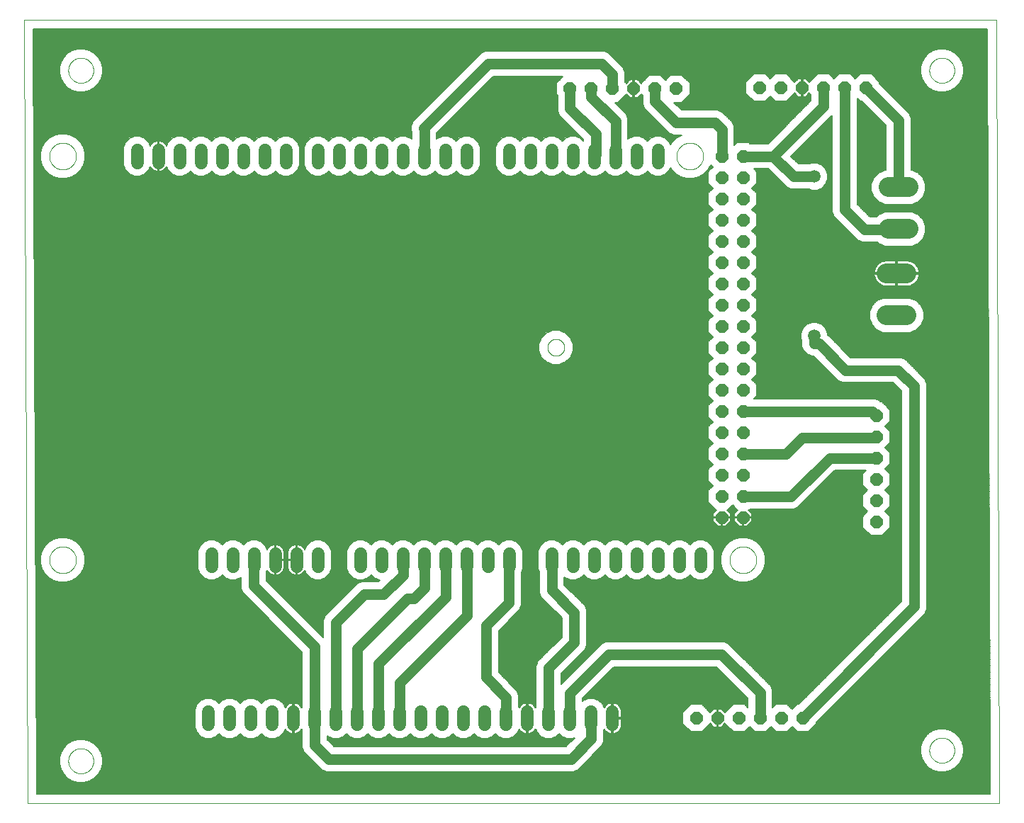
<source format=gtl>
G75*
%MOIN*%
%OFA0B0*%
%FSLAX25Y25*%
%IPPOS*%
%LPD*%
%AMOC8*
5,1,8,0,0,1.08239X$1,22.5*
%
%ADD10C,0.00000*%
%ADD11OC8,0.06000*%
%ADD12C,0.09370*%
%ADD13C,0.06000*%
%ADD14C,0.00600*%
%ADD15C,0.05000*%
%ADD16C,0.05906*%
D10*
X0048543Y0001300D02*
X0046969Y0370198D01*
X0504055Y0370198D01*
X0505630Y0001300D01*
X0048543Y0001300D01*
X0067637Y0021300D02*
X0067639Y0021453D01*
X0067645Y0021607D01*
X0067655Y0021760D01*
X0067669Y0021912D01*
X0067687Y0022065D01*
X0067709Y0022216D01*
X0067734Y0022367D01*
X0067764Y0022518D01*
X0067798Y0022668D01*
X0067835Y0022816D01*
X0067876Y0022964D01*
X0067921Y0023110D01*
X0067970Y0023256D01*
X0068023Y0023400D01*
X0068079Y0023542D01*
X0068139Y0023683D01*
X0068203Y0023823D01*
X0068270Y0023961D01*
X0068341Y0024097D01*
X0068416Y0024231D01*
X0068493Y0024363D01*
X0068575Y0024493D01*
X0068659Y0024621D01*
X0068747Y0024747D01*
X0068838Y0024870D01*
X0068932Y0024991D01*
X0069030Y0025109D01*
X0069130Y0025225D01*
X0069234Y0025338D01*
X0069340Y0025449D01*
X0069449Y0025557D01*
X0069561Y0025662D01*
X0069675Y0025763D01*
X0069793Y0025862D01*
X0069912Y0025958D01*
X0070034Y0026051D01*
X0070159Y0026140D01*
X0070286Y0026227D01*
X0070415Y0026309D01*
X0070546Y0026389D01*
X0070679Y0026465D01*
X0070814Y0026538D01*
X0070951Y0026607D01*
X0071090Y0026672D01*
X0071230Y0026734D01*
X0071372Y0026792D01*
X0071515Y0026847D01*
X0071660Y0026898D01*
X0071806Y0026945D01*
X0071953Y0026988D01*
X0072101Y0027027D01*
X0072250Y0027063D01*
X0072400Y0027094D01*
X0072551Y0027122D01*
X0072702Y0027146D01*
X0072855Y0027166D01*
X0073007Y0027182D01*
X0073160Y0027194D01*
X0073313Y0027202D01*
X0073466Y0027206D01*
X0073620Y0027206D01*
X0073773Y0027202D01*
X0073926Y0027194D01*
X0074079Y0027182D01*
X0074231Y0027166D01*
X0074384Y0027146D01*
X0074535Y0027122D01*
X0074686Y0027094D01*
X0074836Y0027063D01*
X0074985Y0027027D01*
X0075133Y0026988D01*
X0075280Y0026945D01*
X0075426Y0026898D01*
X0075571Y0026847D01*
X0075714Y0026792D01*
X0075856Y0026734D01*
X0075996Y0026672D01*
X0076135Y0026607D01*
X0076272Y0026538D01*
X0076407Y0026465D01*
X0076540Y0026389D01*
X0076671Y0026309D01*
X0076800Y0026227D01*
X0076927Y0026140D01*
X0077052Y0026051D01*
X0077174Y0025958D01*
X0077293Y0025862D01*
X0077411Y0025763D01*
X0077525Y0025662D01*
X0077637Y0025557D01*
X0077746Y0025449D01*
X0077852Y0025338D01*
X0077956Y0025225D01*
X0078056Y0025109D01*
X0078154Y0024991D01*
X0078248Y0024870D01*
X0078339Y0024747D01*
X0078427Y0024621D01*
X0078511Y0024493D01*
X0078593Y0024363D01*
X0078670Y0024231D01*
X0078745Y0024097D01*
X0078816Y0023961D01*
X0078883Y0023823D01*
X0078947Y0023683D01*
X0079007Y0023542D01*
X0079063Y0023400D01*
X0079116Y0023256D01*
X0079165Y0023110D01*
X0079210Y0022964D01*
X0079251Y0022816D01*
X0079288Y0022668D01*
X0079322Y0022518D01*
X0079352Y0022367D01*
X0079377Y0022216D01*
X0079399Y0022065D01*
X0079417Y0021912D01*
X0079431Y0021760D01*
X0079441Y0021607D01*
X0079447Y0021453D01*
X0079449Y0021300D01*
X0079447Y0021147D01*
X0079441Y0020993D01*
X0079431Y0020840D01*
X0079417Y0020688D01*
X0079399Y0020535D01*
X0079377Y0020384D01*
X0079352Y0020233D01*
X0079322Y0020082D01*
X0079288Y0019932D01*
X0079251Y0019784D01*
X0079210Y0019636D01*
X0079165Y0019490D01*
X0079116Y0019344D01*
X0079063Y0019200D01*
X0079007Y0019058D01*
X0078947Y0018917D01*
X0078883Y0018777D01*
X0078816Y0018639D01*
X0078745Y0018503D01*
X0078670Y0018369D01*
X0078593Y0018237D01*
X0078511Y0018107D01*
X0078427Y0017979D01*
X0078339Y0017853D01*
X0078248Y0017730D01*
X0078154Y0017609D01*
X0078056Y0017491D01*
X0077956Y0017375D01*
X0077852Y0017262D01*
X0077746Y0017151D01*
X0077637Y0017043D01*
X0077525Y0016938D01*
X0077411Y0016837D01*
X0077293Y0016738D01*
X0077174Y0016642D01*
X0077052Y0016549D01*
X0076927Y0016460D01*
X0076800Y0016373D01*
X0076671Y0016291D01*
X0076540Y0016211D01*
X0076407Y0016135D01*
X0076272Y0016062D01*
X0076135Y0015993D01*
X0075996Y0015928D01*
X0075856Y0015866D01*
X0075714Y0015808D01*
X0075571Y0015753D01*
X0075426Y0015702D01*
X0075280Y0015655D01*
X0075133Y0015612D01*
X0074985Y0015573D01*
X0074836Y0015537D01*
X0074686Y0015506D01*
X0074535Y0015478D01*
X0074384Y0015454D01*
X0074231Y0015434D01*
X0074079Y0015418D01*
X0073926Y0015406D01*
X0073773Y0015398D01*
X0073620Y0015394D01*
X0073466Y0015394D01*
X0073313Y0015398D01*
X0073160Y0015406D01*
X0073007Y0015418D01*
X0072855Y0015434D01*
X0072702Y0015454D01*
X0072551Y0015478D01*
X0072400Y0015506D01*
X0072250Y0015537D01*
X0072101Y0015573D01*
X0071953Y0015612D01*
X0071806Y0015655D01*
X0071660Y0015702D01*
X0071515Y0015753D01*
X0071372Y0015808D01*
X0071230Y0015866D01*
X0071090Y0015928D01*
X0070951Y0015993D01*
X0070814Y0016062D01*
X0070679Y0016135D01*
X0070546Y0016211D01*
X0070415Y0016291D01*
X0070286Y0016373D01*
X0070159Y0016460D01*
X0070034Y0016549D01*
X0069912Y0016642D01*
X0069793Y0016738D01*
X0069675Y0016837D01*
X0069561Y0016938D01*
X0069449Y0017043D01*
X0069340Y0017151D01*
X0069234Y0017262D01*
X0069130Y0017375D01*
X0069030Y0017491D01*
X0068932Y0017609D01*
X0068838Y0017730D01*
X0068747Y0017853D01*
X0068659Y0017979D01*
X0068575Y0018107D01*
X0068493Y0018237D01*
X0068416Y0018369D01*
X0068341Y0018503D01*
X0068270Y0018639D01*
X0068203Y0018777D01*
X0068139Y0018917D01*
X0068079Y0019058D01*
X0068023Y0019200D01*
X0067970Y0019344D01*
X0067921Y0019490D01*
X0067876Y0019636D01*
X0067835Y0019784D01*
X0067798Y0019932D01*
X0067764Y0020082D01*
X0067734Y0020233D01*
X0067709Y0020384D01*
X0067687Y0020535D01*
X0067669Y0020688D01*
X0067655Y0020840D01*
X0067645Y0020993D01*
X0067639Y0021147D01*
X0067637Y0021300D01*
X0058701Y0115906D02*
X0058703Y0116064D01*
X0058709Y0116222D01*
X0058719Y0116380D01*
X0058733Y0116538D01*
X0058751Y0116695D01*
X0058772Y0116852D01*
X0058798Y0117008D01*
X0058828Y0117164D01*
X0058861Y0117319D01*
X0058899Y0117472D01*
X0058940Y0117625D01*
X0058985Y0117777D01*
X0059034Y0117928D01*
X0059087Y0118077D01*
X0059143Y0118225D01*
X0059203Y0118371D01*
X0059267Y0118516D01*
X0059335Y0118659D01*
X0059406Y0118801D01*
X0059480Y0118941D01*
X0059558Y0119078D01*
X0059640Y0119214D01*
X0059724Y0119348D01*
X0059813Y0119479D01*
X0059904Y0119608D01*
X0059999Y0119735D01*
X0060096Y0119860D01*
X0060197Y0119982D01*
X0060301Y0120101D01*
X0060408Y0120218D01*
X0060518Y0120332D01*
X0060631Y0120443D01*
X0060746Y0120552D01*
X0060864Y0120657D01*
X0060985Y0120759D01*
X0061108Y0120859D01*
X0061234Y0120955D01*
X0061362Y0121048D01*
X0061492Y0121138D01*
X0061625Y0121224D01*
X0061760Y0121308D01*
X0061896Y0121387D01*
X0062035Y0121464D01*
X0062176Y0121536D01*
X0062318Y0121606D01*
X0062462Y0121671D01*
X0062608Y0121733D01*
X0062755Y0121791D01*
X0062904Y0121846D01*
X0063054Y0121897D01*
X0063205Y0121944D01*
X0063357Y0121987D01*
X0063510Y0122026D01*
X0063665Y0122062D01*
X0063820Y0122093D01*
X0063976Y0122121D01*
X0064132Y0122145D01*
X0064289Y0122165D01*
X0064447Y0122181D01*
X0064604Y0122193D01*
X0064763Y0122201D01*
X0064921Y0122205D01*
X0065079Y0122205D01*
X0065237Y0122201D01*
X0065396Y0122193D01*
X0065553Y0122181D01*
X0065711Y0122165D01*
X0065868Y0122145D01*
X0066024Y0122121D01*
X0066180Y0122093D01*
X0066335Y0122062D01*
X0066490Y0122026D01*
X0066643Y0121987D01*
X0066795Y0121944D01*
X0066946Y0121897D01*
X0067096Y0121846D01*
X0067245Y0121791D01*
X0067392Y0121733D01*
X0067538Y0121671D01*
X0067682Y0121606D01*
X0067824Y0121536D01*
X0067965Y0121464D01*
X0068104Y0121387D01*
X0068240Y0121308D01*
X0068375Y0121224D01*
X0068508Y0121138D01*
X0068638Y0121048D01*
X0068766Y0120955D01*
X0068892Y0120859D01*
X0069015Y0120759D01*
X0069136Y0120657D01*
X0069254Y0120552D01*
X0069369Y0120443D01*
X0069482Y0120332D01*
X0069592Y0120218D01*
X0069699Y0120101D01*
X0069803Y0119982D01*
X0069904Y0119860D01*
X0070001Y0119735D01*
X0070096Y0119608D01*
X0070187Y0119479D01*
X0070276Y0119348D01*
X0070360Y0119214D01*
X0070442Y0119078D01*
X0070520Y0118941D01*
X0070594Y0118801D01*
X0070665Y0118659D01*
X0070733Y0118516D01*
X0070797Y0118371D01*
X0070857Y0118225D01*
X0070913Y0118077D01*
X0070966Y0117928D01*
X0071015Y0117777D01*
X0071060Y0117625D01*
X0071101Y0117472D01*
X0071139Y0117319D01*
X0071172Y0117164D01*
X0071202Y0117008D01*
X0071228Y0116852D01*
X0071249Y0116695D01*
X0071267Y0116538D01*
X0071281Y0116380D01*
X0071291Y0116222D01*
X0071297Y0116064D01*
X0071299Y0115906D01*
X0071297Y0115748D01*
X0071291Y0115590D01*
X0071281Y0115432D01*
X0071267Y0115274D01*
X0071249Y0115117D01*
X0071228Y0114960D01*
X0071202Y0114804D01*
X0071172Y0114648D01*
X0071139Y0114493D01*
X0071101Y0114340D01*
X0071060Y0114187D01*
X0071015Y0114035D01*
X0070966Y0113884D01*
X0070913Y0113735D01*
X0070857Y0113587D01*
X0070797Y0113441D01*
X0070733Y0113296D01*
X0070665Y0113153D01*
X0070594Y0113011D01*
X0070520Y0112871D01*
X0070442Y0112734D01*
X0070360Y0112598D01*
X0070276Y0112464D01*
X0070187Y0112333D01*
X0070096Y0112204D01*
X0070001Y0112077D01*
X0069904Y0111952D01*
X0069803Y0111830D01*
X0069699Y0111711D01*
X0069592Y0111594D01*
X0069482Y0111480D01*
X0069369Y0111369D01*
X0069254Y0111260D01*
X0069136Y0111155D01*
X0069015Y0111053D01*
X0068892Y0110953D01*
X0068766Y0110857D01*
X0068638Y0110764D01*
X0068508Y0110674D01*
X0068375Y0110588D01*
X0068240Y0110504D01*
X0068104Y0110425D01*
X0067965Y0110348D01*
X0067824Y0110276D01*
X0067682Y0110206D01*
X0067538Y0110141D01*
X0067392Y0110079D01*
X0067245Y0110021D01*
X0067096Y0109966D01*
X0066946Y0109915D01*
X0066795Y0109868D01*
X0066643Y0109825D01*
X0066490Y0109786D01*
X0066335Y0109750D01*
X0066180Y0109719D01*
X0066024Y0109691D01*
X0065868Y0109667D01*
X0065711Y0109647D01*
X0065553Y0109631D01*
X0065396Y0109619D01*
X0065237Y0109611D01*
X0065079Y0109607D01*
X0064921Y0109607D01*
X0064763Y0109611D01*
X0064604Y0109619D01*
X0064447Y0109631D01*
X0064289Y0109647D01*
X0064132Y0109667D01*
X0063976Y0109691D01*
X0063820Y0109719D01*
X0063665Y0109750D01*
X0063510Y0109786D01*
X0063357Y0109825D01*
X0063205Y0109868D01*
X0063054Y0109915D01*
X0062904Y0109966D01*
X0062755Y0110021D01*
X0062608Y0110079D01*
X0062462Y0110141D01*
X0062318Y0110206D01*
X0062176Y0110276D01*
X0062035Y0110348D01*
X0061896Y0110425D01*
X0061760Y0110504D01*
X0061625Y0110588D01*
X0061492Y0110674D01*
X0061362Y0110764D01*
X0061234Y0110857D01*
X0061108Y0110953D01*
X0060985Y0111053D01*
X0060864Y0111155D01*
X0060746Y0111260D01*
X0060631Y0111369D01*
X0060518Y0111480D01*
X0060408Y0111594D01*
X0060301Y0111711D01*
X0060197Y0111830D01*
X0060096Y0111952D01*
X0059999Y0112077D01*
X0059904Y0112204D01*
X0059813Y0112333D01*
X0059724Y0112464D01*
X0059640Y0112598D01*
X0059558Y0112734D01*
X0059480Y0112871D01*
X0059406Y0113011D01*
X0059335Y0113153D01*
X0059267Y0113296D01*
X0059203Y0113441D01*
X0059143Y0113587D01*
X0059087Y0113735D01*
X0059034Y0113884D01*
X0058985Y0114035D01*
X0058940Y0114187D01*
X0058899Y0114340D01*
X0058861Y0114493D01*
X0058828Y0114648D01*
X0058798Y0114804D01*
X0058772Y0114960D01*
X0058751Y0115117D01*
X0058733Y0115274D01*
X0058719Y0115432D01*
X0058709Y0115590D01*
X0058703Y0115748D01*
X0058701Y0115906D01*
X0058701Y0305906D02*
X0058703Y0306064D01*
X0058709Y0306222D01*
X0058719Y0306380D01*
X0058733Y0306538D01*
X0058751Y0306695D01*
X0058772Y0306852D01*
X0058798Y0307008D01*
X0058828Y0307164D01*
X0058861Y0307319D01*
X0058899Y0307472D01*
X0058940Y0307625D01*
X0058985Y0307777D01*
X0059034Y0307928D01*
X0059087Y0308077D01*
X0059143Y0308225D01*
X0059203Y0308371D01*
X0059267Y0308516D01*
X0059335Y0308659D01*
X0059406Y0308801D01*
X0059480Y0308941D01*
X0059558Y0309078D01*
X0059640Y0309214D01*
X0059724Y0309348D01*
X0059813Y0309479D01*
X0059904Y0309608D01*
X0059999Y0309735D01*
X0060096Y0309860D01*
X0060197Y0309982D01*
X0060301Y0310101D01*
X0060408Y0310218D01*
X0060518Y0310332D01*
X0060631Y0310443D01*
X0060746Y0310552D01*
X0060864Y0310657D01*
X0060985Y0310759D01*
X0061108Y0310859D01*
X0061234Y0310955D01*
X0061362Y0311048D01*
X0061492Y0311138D01*
X0061625Y0311224D01*
X0061760Y0311308D01*
X0061896Y0311387D01*
X0062035Y0311464D01*
X0062176Y0311536D01*
X0062318Y0311606D01*
X0062462Y0311671D01*
X0062608Y0311733D01*
X0062755Y0311791D01*
X0062904Y0311846D01*
X0063054Y0311897D01*
X0063205Y0311944D01*
X0063357Y0311987D01*
X0063510Y0312026D01*
X0063665Y0312062D01*
X0063820Y0312093D01*
X0063976Y0312121D01*
X0064132Y0312145D01*
X0064289Y0312165D01*
X0064447Y0312181D01*
X0064604Y0312193D01*
X0064763Y0312201D01*
X0064921Y0312205D01*
X0065079Y0312205D01*
X0065237Y0312201D01*
X0065396Y0312193D01*
X0065553Y0312181D01*
X0065711Y0312165D01*
X0065868Y0312145D01*
X0066024Y0312121D01*
X0066180Y0312093D01*
X0066335Y0312062D01*
X0066490Y0312026D01*
X0066643Y0311987D01*
X0066795Y0311944D01*
X0066946Y0311897D01*
X0067096Y0311846D01*
X0067245Y0311791D01*
X0067392Y0311733D01*
X0067538Y0311671D01*
X0067682Y0311606D01*
X0067824Y0311536D01*
X0067965Y0311464D01*
X0068104Y0311387D01*
X0068240Y0311308D01*
X0068375Y0311224D01*
X0068508Y0311138D01*
X0068638Y0311048D01*
X0068766Y0310955D01*
X0068892Y0310859D01*
X0069015Y0310759D01*
X0069136Y0310657D01*
X0069254Y0310552D01*
X0069369Y0310443D01*
X0069482Y0310332D01*
X0069592Y0310218D01*
X0069699Y0310101D01*
X0069803Y0309982D01*
X0069904Y0309860D01*
X0070001Y0309735D01*
X0070096Y0309608D01*
X0070187Y0309479D01*
X0070276Y0309348D01*
X0070360Y0309214D01*
X0070442Y0309078D01*
X0070520Y0308941D01*
X0070594Y0308801D01*
X0070665Y0308659D01*
X0070733Y0308516D01*
X0070797Y0308371D01*
X0070857Y0308225D01*
X0070913Y0308077D01*
X0070966Y0307928D01*
X0071015Y0307777D01*
X0071060Y0307625D01*
X0071101Y0307472D01*
X0071139Y0307319D01*
X0071172Y0307164D01*
X0071202Y0307008D01*
X0071228Y0306852D01*
X0071249Y0306695D01*
X0071267Y0306538D01*
X0071281Y0306380D01*
X0071291Y0306222D01*
X0071297Y0306064D01*
X0071299Y0305906D01*
X0071297Y0305748D01*
X0071291Y0305590D01*
X0071281Y0305432D01*
X0071267Y0305274D01*
X0071249Y0305117D01*
X0071228Y0304960D01*
X0071202Y0304804D01*
X0071172Y0304648D01*
X0071139Y0304493D01*
X0071101Y0304340D01*
X0071060Y0304187D01*
X0071015Y0304035D01*
X0070966Y0303884D01*
X0070913Y0303735D01*
X0070857Y0303587D01*
X0070797Y0303441D01*
X0070733Y0303296D01*
X0070665Y0303153D01*
X0070594Y0303011D01*
X0070520Y0302871D01*
X0070442Y0302734D01*
X0070360Y0302598D01*
X0070276Y0302464D01*
X0070187Y0302333D01*
X0070096Y0302204D01*
X0070001Y0302077D01*
X0069904Y0301952D01*
X0069803Y0301830D01*
X0069699Y0301711D01*
X0069592Y0301594D01*
X0069482Y0301480D01*
X0069369Y0301369D01*
X0069254Y0301260D01*
X0069136Y0301155D01*
X0069015Y0301053D01*
X0068892Y0300953D01*
X0068766Y0300857D01*
X0068638Y0300764D01*
X0068508Y0300674D01*
X0068375Y0300588D01*
X0068240Y0300504D01*
X0068104Y0300425D01*
X0067965Y0300348D01*
X0067824Y0300276D01*
X0067682Y0300206D01*
X0067538Y0300141D01*
X0067392Y0300079D01*
X0067245Y0300021D01*
X0067096Y0299966D01*
X0066946Y0299915D01*
X0066795Y0299868D01*
X0066643Y0299825D01*
X0066490Y0299786D01*
X0066335Y0299750D01*
X0066180Y0299719D01*
X0066024Y0299691D01*
X0065868Y0299667D01*
X0065711Y0299647D01*
X0065553Y0299631D01*
X0065396Y0299619D01*
X0065237Y0299611D01*
X0065079Y0299607D01*
X0064921Y0299607D01*
X0064763Y0299611D01*
X0064604Y0299619D01*
X0064447Y0299631D01*
X0064289Y0299647D01*
X0064132Y0299667D01*
X0063976Y0299691D01*
X0063820Y0299719D01*
X0063665Y0299750D01*
X0063510Y0299786D01*
X0063357Y0299825D01*
X0063205Y0299868D01*
X0063054Y0299915D01*
X0062904Y0299966D01*
X0062755Y0300021D01*
X0062608Y0300079D01*
X0062462Y0300141D01*
X0062318Y0300206D01*
X0062176Y0300276D01*
X0062035Y0300348D01*
X0061896Y0300425D01*
X0061760Y0300504D01*
X0061625Y0300588D01*
X0061492Y0300674D01*
X0061362Y0300764D01*
X0061234Y0300857D01*
X0061108Y0300953D01*
X0060985Y0301053D01*
X0060864Y0301155D01*
X0060746Y0301260D01*
X0060631Y0301369D01*
X0060518Y0301480D01*
X0060408Y0301594D01*
X0060301Y0301711D01*
X0060197Y0301830D01*
X0060096Y0301952D01*
X0059999Y0302077D01*
X0059904Y0302204D01*
X0059813Y0302333D01*
X0059724Y0302464D01*
X0059640Y0302598D01*
X0059558Y0302734D01*
X0059480Y0302871D01*
X0059406Y0303011D01*
X0059335Y0303153D01*
X0059267Y0303296D01*
X0059203Y0303441D01*
X0059143Y0303587D01*
X0059087Y0303735D01*
X0059034Y0303884D01*
X0058985Y0304035D01*
X0058940Y0304187D01*
X0058899Y0304340D01*
X0058861Y0304493D01*
X0058828Y0304648D01*
X0058798Y0304804D01*
X0058772Y0304960D01*
X0058751Y0305117D01*
X0058733Y0305274D01*
X0058719Y0305432D01*
X0058709Y0305590D01*
X0058703Y0305748D01*
X0058701Y0305906D01*
X0067637Y0346300D02*
X0067639Y0346453D01*
X0067645Y0346607D01*
X0067655Y0346760D01*
X0067669Y0346912D01*
X0067687Y0347065D01*
X0067709Y0347216D01*
X0067734Y0347367D01*
X0067764Y0347518D01*
X0067798Y0347668D01*
X0067835Y0347816D01*
X0067876Y0347964D01*
X0067921Y0348110D01*
X0067970Y0348256D01*
X0068023Y0348400D01*
X0068079Y0348542D01*
X0068139Y0348683D01*
X0068203Y0348823D01*
X0068270Y0348961D01*
X0068341Y0349097D01*
X0068416Y0349231D01*
X0068493Y0349363D01*
X0068575Y0349493D01*
X0068659Y0349621D01*
X0068747Y0349747D01*
X0068838Y0349870D01*
X0068932Y0349991D01*
X0069030Y0350109D01*
X0069130Y0350225D01*
X0069234Y0350338D01*
X0069340Y0350449D01*
X0069449Y0350557D01*
X0069561Y0350662D01*
X0069675Y0350763D01*
X0069793Y0350862D01*
X0069912Y0350958D01*
X0070034Y0351051D01*
X0070159Y0351140D01*
X0070286Y0351227D01*
X0070415Y0351309D01*
X0070546Y0351389D01*
X0070679Y0351465D01*
X0070814Y0351538D01*
X0070951Y0351607D01*
X0071090Y0351672D01*
X0071230Y0351734D01*
X0071372Y0351792D01*
X0071515Y0351847D01*
X0071660Y0351898D01*
X0071806Y0351945D01*
X0071953Y0351988D01*
X0072101Y0352027D01*
X0072250Y0352063D01*
X0072400Y0352094D01*
X0072551Y0352122D01*
X0072702Y0352146D01*
X0072855Y0352166D01*
X0073007Y0352182D01*
X0073160Y0352194D01*
X0073313Y0352202D01*
X0073466Y0352206D01*
X0073620Y0352206D01*
X0073773Y0352202D01*
X0073926Y0352194D01*
X0074079Y0352182D01*
X0074231Y0352166D01*
X0074384Y0352146D01*
X0074535Y0352122D01*
X0074686Y0352094D01*
X0074836Y0352063D01*
X0074985Y0352027D01*
X0075133Y0351988D01*
X0075280Y0351945D01*
X0075426Y0351898D01*
X0075571Y0351847D01*
X0075714Y0351792D01*
X0075856Y0351734D01*
X0075996Y0351672D01*
X0076135Y0351607D01*
X0076272Y0351538D01*
X0076407Y0351465D01*
X0076540Y0351389D01*
X0076671Y0351309D01*
X0076800Y0351227D01*
X0076927Y0351140D01*
X0077052Y0351051D01*
X0077174Y0350958D01*
X0077293Y0350862D01*
X0077411Y0350763D01*
X0077525Y0350662D01*
X0077637Y0350557D01*
X0077746Y0350449D01*
X0077852Y0350338D01*
X0077956Y0350225D01*
X0078056Y0350109D01*
X0078154Y0349991D01*
X0078248Y0349870D01*
X0078339Y0349747D01*
X0078427Y0349621D01*
X0078511Y0349493D01*
X0078593Y0349363D01*
X0078670Y0349231D01*
X0078745Y0349097D01*
X0078816Y0348961D01*
X0078883Y0348823D01*
X0078947Y0348683D01*
X0079007Y0348542D01*
X0079063Y0348400D01*
X0079116Y0348256D01*
X0079165Y0348110D01*
X0079210Y0347964D01*
X0079251Y0347816D01*
X0079288Y0347668D01*
X0079322Y0347518D01*
X0079352Y0347367D01*
X0079377Y0347216D01*
X0079399Y0347065D01*
X0079417Y0346912D01*
X0079431Y0346760D01*
X0079441Y0346607D01*
X0079447Y0346453D01*
X0079449Y0346300D01*
X0079447Y0346147D01*
X0079441Y0345993D01*
X0079431Y0345840D01*
X0079417Y0345688D01*
X0079399Y0345535D01*
X0079377Y0345384D01*
X0079352Y0345233D01*
X0079322Y0345082D01*
X0079288Y0344932D01*
X0079251Y0344784D01*
X0079210Y0344636D01*
X0079165Y0344490D01*
X0079116Y0344344D01*
X0079063Y0344200D01*
X0079007Y0344058D01*
X0078947Y0343917D01*
X0078883Y0343777D01*
X0078816Y0343639D01*
X0078745Y0343503D01*
X0078670Y0343369D01*
X0078593Y0343237D01*
X0078511Y0343107D01*
X0078427Y0342979D01*
X0078339Y0342853D01*
X0078248Y0342730D01*
X0078154Y0342609D01*
X0078056Y0342491D01*
X0077956Y0342375D01*
X0077852Y0342262D01*
X0077746Y0342151D01*
X0077637Y0342043D01*
X0077525Y0341938D01*
X0077411Y0341837D01*
X0077293Y0341738D01*
X0077174Y0341642D01*
X0077052Y0341549D01*
X0076927Y0341460D01*
X0076800Y0341373D01*
X0076671Y0341291D01*
X0076540Y0341211D01*
X0076407Y0341135D01*
X0076272Y0341062D01*
X0076135Y0340993D01*
X0075996Y0340928D01*
X0075856Y0340866D01*
X0075714Y0340808D01*
X0075571Y0340753D01*
X0075426Y0340702D01*
X0075280Y0340655D01*
X0075133Y0340612D01*
X0074985Y0340573D01*
X0074836Y0340537D01*
X0074686Y0340506D01*
X0074535Y0340478D01*
X0074384Y0340454D01*
X0074231Y0340434D01*
X0074079Y0340418D01*
X0073926Y0340406D01*
X0073773Y0340398D01*
X0073620Y0340394D01*
X0073466Y0340394D01*
X0073313Y0340398D01*
X0073160Y0340406D01*
X0073007Y0340418D01*
X0072855Y0340434D01*
X0072702Y0340454D01*
X0072551Y0340478D01*
X0072400Y0340506D01*
X0072250Y0340537D01*
X0072101Y0340573D01*
X0071953Y0340612D01*
X0071806Y0340655D01*
X0071660Y0340702D01*
X0071515Y0340753D01*
X0071372Y0340808D01*
X0071230Y0340866D01*
X0071090Y0340928D01*
X0070951Y0340993D01*
X0070814Y0341062D01*
X0070679Y0341135D01*
X0070546Y0341211D01*
X0070415Y0341291D01*
X0070286Y0341373D01*
X0070159Y0341460D01*
X0070034Y0341549D01*
X0069912Y0341642D01*
X0069793Y0341738D01*
X0069675Y0341837D01*
X0069561Y0341938D01*
X0069449Y0342043D01*
X0069340Y0342151D01*
X0069234Y0342262D01*
X0069130Y0342375D01*
X0069030Y0342491D01*
X0068932Y0342609D01*
X0068838Y0342730D01*
X0068747Y0342853D01*
X0068659Y0342979D01*
X0068575Y0343107D01*
X0068493Y0343237D01*
X0068416Y0343369D01*
X0068341Y0343503D01*
X0068270Y0343639D01*
X0068203Y0343777D01*
X0068139Y0343917D01*
X0068079Y0344058D01*
X0068023Y0344200D01*
X0067970Y0344344D01*
X0067921Y0344490D01*
X0067876Y0344636D01*
X0067835Y0344784D01*
X0067798Y0344932D01*
X0067764Y0345082D01*
X0067734Y0345233D01*
X0067709Y0345384D01*
X0067687Y0345535D01*
X0067669Y0345688D01*
X0067655Y0345840D01*
X0067645Y0345993D01*
X0067639Y0346147D01*
X0067637Y0346300D01*
X0293063Y0215906D02*
X0293065Y0216031D01*
X0293071Y0216156D01*
X0293081Y0216280D01*
X0293095Y0216404D01*
X0293112Y0216528D01*
X0293134Y0216651D01*
X0293160Y0216773D01*
X0293189Y0216895D01*
X0293222Y0217015D01*
X0293260Y0217134D01*
X0293300Y0217253D01*
X0293345Y0217369D01*
X0293393Y0217484D01*
X0293445Y0217598D01*
X0293501Y0217710D01*
X0293560Y0217820D01*
X0293622Y0217928D01*
X0293688Y0218035D01*
X0293757Y0218139D01*
X0293830Y0218240D01*
X0293905Y0218340D01*
X0293984Y0218437D01*
X0294066Y0218531D01*
X0294151Y0218623D01*
X0294238Y0218712D01*
X0294329Y0218798D01*
X0294422Y0218881D01*
X0294518Y0218962D01*
X0294616Y0219039D01*
X0294716Y0219113D01*
X0294819Y0219184D01*
X0294924Y0219251D01*
X0295032Y0219316D01*
X0295141Y0219376D01*
X0295252Y0219434D01*
X0295365Y0219487D01*
X0295479Y0219537D01*
X0295595Y0219584D01*
X0295712Y0219626D01*
X0295831Y0219665D01*
X0295951Y0219701D01*
X0296072Y0219732D01*
X0296194Y0219760D01*
X0296316Y0219783D01*
X0296440Y0219803D01*
X0296564Y0219819D01*
X0296688Y0219831D01*
X0296813Y0219839D01*
X0296938Y0219843D01*
X0297062Y0219843D01*
X0297187Y0219839D01*
X0297312Y0219831D01*
X0297436Y0219819D01*
X0297560Y0219803D01*
X0297684Y0219783D01*
X0297806Y0219760D01*
X0297928Y0219732D01*
X0298049Y0219701D01*
X0298169Y0219665D01*
X0298288Y0219626D01*
X0298405Y0219584D01*
X0298521Y0219537D01*
X0298635Y0219487D01*
X0298748Y0219434D01*
X0298859Y0219376D01*
X0298969Y0219316D01*
X0299076Y0219251D01*
X0299181Y0219184D01*
X0299284Y0219113D01*
X0299384Y0219039D01*
X0299482Y0218962D01*
X0299578Y0218881D01*
X0299671Y0218798D01*
X0299762Y0218712D01*
X0299849Y0218623D01*
X0299934Y0218531D01*
X0300016Y0218437D01*
X0300095Y0218340D01*
X0300170Y0218240D01*
X0300243Y0218139D01*
X0300312Y0218035D01*
X0300378Y0217928D01*
X0300440Y0217820D01*
X0300499Y0217710D01*
X0300555Y0217598D01*
X0300607Y0217484D01*
X0300655Y0217369D01*
X0300700Y0217253D01*
X0300740Y0217134D01*
X0300778Y0217015D01*
X0300811Y0216895D01*
X0300840Y0216773D01*
X0300866Y0216651D01*
X0300888Y0216528D01*
X0300905Y0216404D01*
X0300919Y0216280D01*
X0300929Y0216156D01*
X0300935Y0216031D01*
X0300937Y0215906D01*
X0300935Y0215781D01*
X0300929Y0215656D01*
X0300919Y0215532D01*
X0300905Y0215408D01*
X0300888Y0215284D01*
X0300866Y0215161D01*
X0300840Y0215039D01*
X0300811Y0214917D01*
X0300778Y0214797D01*
X0300740Y0214678D01*
X0300700Y0214559D01*
X0300655Y0214443D01*
X0300607Y0214328D01*
X0300555Y0214214D01*
X0300499Y0214102D01*
X0300440Y0213992D01*
X0300378Y0213884D01*
X0300312Y0213777D01*
X0300243Y0213673D01*
X0300170Y0213572D01*
X0300095Y0213472D01*
X0300016Y0213375D01*
X0299934Y0213281D01*
X0299849Y0213189D01*
X0299762Y0213100D01*
X0299671Y0213014D01*
X0299578Y0212931D01*
X0299482Y0212850D01*
X0299384Y0212773D01*
X0299284Y0212699D01*
X0299181Y0212628D01*
X0299076Y0212561D01*
X0298968Y0212496D01*
X0298859Y0212436D01*
X0298748Y0212378D01*
X0298635Y0212325D01*
X0298521Y0212275D01*
X0298405Y0212228D01*
X0298288Y0212186D01*
X0298169Y0212147D01*
X0298049Y0212111D01*
X0297928Y0212080D01*
X0297806Y0212052D01*
X0297684Y0212029D01*
X0297560Y0212009D01*
X0297436Y0211993D01*
X0297312Y0211981D01*
X0297187Y0211973D01*
X0297062Y0211969D01*
X0296938Y0211969D01*
X0296813Y0211973D01*
X0296688Y0211981D01*
X0296564Y0211993D01*
X0296440Y0212009D01*
X0296316Y0212029D01*
X0296194Y0212052D01*
X0296072Y0212080D01*
X0295951Y0212111D01*
X0295831Y0212147D01*
X0295712Y0212186D01*
X0295595Y0212228D01*
X0295479Y0212275D01*
X0295365Y0212325D01*
X0295252Y0212378D01*
X0295141Y0212436D01*
X0295031Y0212496D01*
X0294924Y0212561D01*
X0294819Y0212628D01*
X0294716Y0212699D01*
X0294616Y0212773D01*
X0294518Y0212850D01*
X0294422Y0212931D01*
X0294329Y0213014D01*
X0294238Y0213100D01*
X0294151Y0213189D01*
X0294066Y0213281D01*
X0293984Y0213375D01*
X0293905Y0213472D01*
X0293830Y0213572D01*
X0293757Y0213673D01*
X0293688Y0213777D01*
X0293622Y0213884D01*
X0293560Y0213992D01*
X0293501Y0214102D01*
X0293445Y0214214D01*
X0293393Y0214328D01*
X0293345Y0214443D01*
X0293300Y0214559D01*
X0293260Y0214678D01*
X0293222Y0214797D01*
X0293189Y0214917D01*
X0293160Y0215039D01*
X0293134Y0215161D01*
X0293112Y0215284D01*
X0293095Y0215408D01*
X0293081Y0215532D01*
X0293071Y0215656D01*
X0293065Y0215781D01*
X0293063Y0215906D01*
X0353701Y0305906D02*
X0353703Y0306064D01*
X0353709Y0306222D01*
X0353719Y0306380D01*
X0353733Y0306538D01*
X0353751Y0306695D01*
X0353772Y0306852D01*
X0353798Y0307008D01*
X0353828Y0307164D01*
X0353861Y0307319D01*
X0353899Y0307472D01*
X0353940Y0307625D01*
X0353985Y0307777D01*
X0354034Y0307928D01*
X0354087Y0308077D01*
X0354143Y0308225D01*
X0354203Y0308371D01*
X0354267Y0308516D01*
X0354335Y0308659D01*
X0354406Y0308801D01*
X0354480Y0308941D01*
X0354558Y0309078D01*
X0354640Y0309214D01*
X0354724Y0309348D01*
X0354813Y0309479D01*
X0354904Y0309608D01*
X0354999Y0309735D01*
X0355096Y0309860D01*
X0355197Y0309982D01*
X0355301Y0310101D01*
X0355408Y0310218D01*
X0355518Y0310332D01*
X0355631Y0310443D01*
X0355746Y0310552D01*
X0355864Y0310657D01*
X0355985Y0310759D01*
X0356108Y0310859D01*
X0356234Y0310955D01*
X0356362Y0311048D01*
X0356492Y0311138D01*
X0356625Y0311224D01*
X0356760Y0311308D01*
X0356896Y0311387D01*
X0357035Y0311464D01*
X0357176Y0311536D01*
X0357318Y0311606D01*
X0357462Y0311671D01*
X0357608Y0311733D01*
X0357755Y0311791D01*
X0357904Y0311846D01*
X0358054Y0311897D01*
X0358205Y0311944D01*
X0358357Y0311987D01*
X0358510Y0312026D01*
X0358665Y0312062D01*
X0358820Y0312093D01*
X0358976Y0312121D01*
X0359132Y0312145D01*
X0359289Y0312165D01*
X0359447Y0312181D01*
X0359604Y0312193D01*
X0359763Y0312201D01*
X0359921Y0312205D01*
X0360079Y0312205D01*
X0360237Y0312201D01*
X0360396Y0312193D01*
X0360553Y0312181D01*
X0360711Y0312165D01*
X0360868Y0312145D01*
X0361024Y0312121D01*
X0361180Y0312093D01*
X0361335Y0312062D01*
X0361490Y0312026D01*
X0361643Y0311987D01*
X0361795Y0311944D01*
X0361946Y0311897D01*
X0362096Y0311846D01*
X0362245Y0311791D01*
X0362392Y0311733D01*
X0362538Y0311671D01*
X0362682Y0311606D01*
X0362824Y0311536D01*
X0362965Y0311464D01*
X0363104Y0311387D01*
X0363240Y0311308D01*
X0363375Y0311224D01*
X0363508Y0311138D01*
X0363638Y0311048D01*
X0363766Y0310955D01*
X0363892Y0310859D01*
X0364015Y0310759D01*
X0364136Y0310657D01*
X0364254Y0310552D01*
X0364369Y0310443D01*
X0364482Y0310332D01*
X0364592Y0310218D01*
X0364699Y0310101D01*
X0364803Y0309982D01*
X0364904Y0309860D01*
X0365001Y0309735D01*
X0365096Y0309608D01*
X0365187Y0309479D01*
X0365276Y0309348D01*
X0365360Y0309214D01*
X0365442Y0309078D01*
X0365520Y0308941D01*
X0365594Y0308801D01*
X0365665Y0308659D01*
X0365733Y0308516D01*
X0365797Y0308371D01*
X0365857Y0308225D01*
X0365913Y0308077D01*
X0365966Y0307928D01*
X0366015Y0307777D01*
X0366060Y0307625D01*
X0366101Y0307472D01*
X0366139Y0307319D01*
X0366172Y0307164D01*
X0366202Y0307008D01*
X0366228Y0306852D01*
X0366249Y0306695D01*
X0366267Y0306538D01*
X0366281Y0306380D01*
X0366291Y0306222D01*
X0366297Y0306064D01*
X0366299Y0305906D01*
X0366297Y0305748D01*
X0366291Y0305590D01*
X0366281Y0305432D01*
X0366267Y0305274D01*
X0366249Y0305117D01*
X0366228Y0304960D01*
X0366202Y0304804D01*
X0366172Y0304648D01*
X0366139Y0304493D01*
X0366101Y0304340D01*
X0366060Y0304187D01*
X0366015Y0304035D01*
X0365966Y0303884D01*
X0365913Y0303735D01*
X0365857Y0303587D01*
X0365797Y0303441D01*
X0365733Y0303296D01*
X0365665Y0303153D01*
X0365594Y0303011D01*
X0365520Y0302871D01*
X0365442Y0302734D01*
X0365360Y0302598D01*
X0365276Y0302464D01*
X0365187Y0302333D01*
X0365096Y0302204D01*
X0365001Y0302077D01*
X0364904Y0301952D01*
X0364803Y0301830D01*
X0364699Y0301711D01*
X0364592Y0301594D01*
X0364482Y0301480D01*
X0364369Y0301369D01*
X0364254Y0301260D01*
X0364136Y0301155D01*
X0364015Y0301053D01*
X0363892Y0300953D01*
X0363766Y0300857D01*
X0363638Y0300764D01*
X0363508Y0300674D01*
X0363375Y0300588D01*
X0363240Y0300504D01*
X0363104Y0300425D01*
X0362965Y0300348D01*
X0362824Y0300276D01*
X0362682Y0300206D01*
X0362538Y0300141D01*
X0362392Y0300079D01*
X0362245Y0300021D01*
X0362096Y0299966D01*
X0361946Y0299915D01*
X0361795Y0299868D01*
X0361643Y0299825D01*
X0361490Y0299786D01*
X0361335Y0299750D01*
X0361180Y0299719D01*
X0361024Y0299691D01*
X0360868Y0299667D01*
X0360711Y0299647D01*
X0360553Y0299631D01*
X0360396Y0299619D01*
X0360237Y0299611D01*
X0360079Y0299607D01*
X0359921Y0299607D01*
X0359763Y0299611D01*
X0359604Y0299619D01*
X0359447Y0299631D01*
X0359289Y0299647D01*
X0359132Y0299667D01*
X0358976Y0299691D01*
X0358820Y0299719D01*
X0358665Y0299750D01*
X0358510Y0299786D01*
X0358357Y0299825D01*
X0358205Y0299868D01*
X0358054Y0299915D01*
X0357904Y0299966D01*
X0357755Y0300021D01*
X0357608Y0300079D01*
X0357462Y0300141D01*
X0357318Y0300206D01*
X0357176Y0300276D01*
X0357035Y0300348D01*
X0356896Y0300425D01*
X0356760Y0300504D01*
X0356625Y0300588D01*
X0356492Y0300674D01*
X0356362Y0300764D01*
X0356234Y0300857D01*
X0356108Y0300953D01*
X0355985Y0301053D01*
X0355864Y0301155D01*
X0355746Y0301260D01*
X0355631Y0301369D01*
X0355518Y0301480D01*
X0355408Y0301594D01*
X0355301Y0301711D01*
X0355197Y0301830D01*
X0355096Y0301952D01*
X0354999Y0302077D01*
X0354904Y0302204D01*
X0354813Y0302333D01*
X0354724Y0302464D01*
X0354640Y0302598D01*
X0354558Y0302734D01*
X0354480Y0302871D01*
X0354406Y0303011D01*
X0354335Y0303153D01*
X0354267Y0303296D01*
X0354203Y0303441D01*
X0354143Y0303587D01*
X0354087Y0303735D01*
X0354034Y0303884D01*
X0353985Y0304035D01*
X0353940Y0304187D01*
X0353899Y0304340D01*
X0353861Y0304493D01*
X0353828Y0304648D01*
X0353798Y0304804D01*
X0353772Y0304960D01*
X0353751Y0305117D01*
X0353733Y0305274D01*
X0353719Y0305432D01*
X0353709Y0305590D01*
X0353703Y0305748D01*
X0353701Y0305906D01*
X0472637Y0346300D02*
X0472639Y0346453D01*
X0472645Y0346607D01*
X0472655Y0346760D01*
X0472669Y0346912D01*
X0472687Y0347065D01*
X0472709Y0347216D01*
X0472734Y0347367D01*
X0472764Y0347518D01*
X0472798Y0347668D01*
X0472835Y0347816D01*
X0472876Y0347964D01*
X0472921Y0348110D01*
X0472970Y0348256D01*
X0473023Y0348400D01*
X0473079Y0348542D01*
X0473139Y0348683D01*
X0473203Y0348823D01*
X0473270Y0348961D01*
X0473341Y0349097D01*
X0473416Y0349231D01*
X0473493Y0349363D01*
X0473575Y0349493D01*
X0473659Y0349621D01*
X0473747Y0349747D01*
X0473838Y0349870D01*
X0473932Y0349991D01*
X0474030Y0350109D01*
X0474130Y0350225D01*
X0474234Y0350338D01*
X0474340Y0350449D01*
X0474449Y0350557D01*
X0474561Y0350662D01*
X0474675Y0350763D01*
X0474793Y0350862D01*
X0474912Y0350958D01*
X0475034Y0351051D01*
X0475159Y0351140D01*
X0475286Y0351227D01*
X0475415Y0351309D01*
X0475546Y0351389D01*
X0475679Y0351465D01*
X0475814Y0351538D01*
X0475951Y0351607D01*
X0476090Y0351672D01*
X0476230Y0351734D01*
X0476372Y0351792D01*
X0476515Y0351847D01*
X0476660Y0351898D01*
X0476806Y0351945D01*
X0476953Y0351988D01*
X0477101Y0352027D01*
X0477250Y0352063D01*
X0477400Y0352094D01*
X0477551Y0352122D01*
X0477702Y0352146D01*
X0477855Y0352166D01*
X0478007Y0352182D01*
X0478160Y0352194D01*
X0478313Y0352202D01*
X0478466Y0352206D01*
X0478620Y0352206D01*
X0478773Y0352202D01*
X0478926Y0352194D01*
X0479079Y0352182D01*
X0479231Y0352166D01*
X0479384Y0352146D01*
X0479535Y0352122D01*
X0479686Y0352094D01*
X0479836Y0352063D01*
X0479985Y0352027D01*
X0480133Y0351988D01*
X0480280Y0351945D01*
X0480426Y0351898D01*
X0480571Y0351847D01*
X0480714Y0351792D01*
X0480856Y0351734D01*
X0480996Y0351672D01*
X0481135Y0351607D01*
X0481272Y0351538D01*
X0481407Y0351465D01*
X0481540Y0351389D01*
X0481671Y0351309D01*
X0481800Y0351227D01*
X0481927Y0351140D01*
X0482052Y0351051D01*
X0482174Y0350958D01*
X0482293Y0350862D01*
X0482411Y0350763D01*
X0482525Y0350662D01*
X0482637Y0350557D01*
X0482746Y0350449D01*
X0482852Y0350338D01*
X0482956Y0350225D01*
X0483056Y0350109D01*
X0483154Y0349991D01*
X0483248Y0349870D01*
X0483339Y0349747D01*
X0483427Y0349621D01*
X0483511Y0349493D01*
X0483593Y0349363D01*
X0483670Y0349231D01*
X0483745Y0349097D01*
X0483816Y0348961D01*
X0483883Y0348823D01*
X0483947Y0348683D01*
X0484007Y0348542D01*
X0484063Y0348400D01*
X0484116Y0348256D01*
X0484165Y0348110D01*
X0484210Y0347964D01*
X0484251Y0347816D01*
X0484288Y0347668D01*
X0484322Y0347518D01*
X0484352Y0347367D01*
X0484377Y0347216D01*
X0484399Y0347065D01*
X0484417Y0346912D01*
X0484431Y0346760D01*
X0484441Y0346607D01*
X0484447Y0346453D01*
X0484449Y0346300D01*
X0484447Y0346147D01*
X0484441Y0345993D01*
X0484431Y0345840D01*
X0484417Y0345688D01*
X0484399Y0345535D01*
X0484377Y0345384D01*
X0484352Y0345233D01*
X0484322Y0345082D01*
X0484288Y0344932D01*
X0484251Y0344784D01*
X0484210Y0344636D01*
X0484165Y0344490D01*
X0484116Y0344344D01*
X0484063Y0344200D01*
X0484007Y0344058D01*
X0483947Y0343917D01*
X0483883Y0343777D01*
X0483816Y0343639D01*
X0483745Y0343503D01*
X0483670Y0343369D01*
X0483593Y0343237D01*
X0483511Y0343107D01*
X0483427Y0342979D01*
X0483339Y0342853D01*
X0483248Y0342730D01*
X0483154Y0342609D01*
X0483056Y0342491D01*
X0482956Y0342375D01*
X0482852Y0342262D01*
X0482746Y0342151D01*
X0482637Y0342043D01*
X0482525Y0341938D01*
X0482411Y0341837D01*
X0482293Y0341738D01*
X0482174Y0341642D01*
X0482052Y0341549D01*
X0481927Y0341460D01*
X0481800Y0341373D01*
X0481671Y0341291D01*
X0481540Y0341211D01*
X0481407Y0341135D01*
X0481272Y0341062D01*
X0481135Y0340993D01*
X0480996Y0340928D01*
X0480856Y0340866D01*
X0480714Y0340808D01*
X0480571Y0340753D01*
X0480426Y0340702D01*
X0480280Y0340655D01*
X0480133Y0340612D01*
X0479985Y0340573D01*
X0479836Y0340537D01*
X0479686Y0340506D01*
X0479535Y0340478D01*
X0479384Y0340454D01*
X0479231Y0340434D01*
X0479079Y0340418D01*
X0478926Y0340406D01*
X0478773Y0340398D01*
X0478620Y0340394D01*
X0478466Y0340394D01*
X0478313Y0340398D01*
X0478160Y0340406D01*
X0478007Y0340418D01*
X0477855Y0340434D01*
X0477702Y0340454D01*
X0477551Y0340478D01*
X0477400Y0340506D01*
X0477250Y0340537D01*
X0477101Y0340573D01*
X0476953Y0340612D01*
X0476806Y0340655D01*
X0476660Y0340702D01*
X0476515Y0340753D01*
X0476372Y0340808D01*
X0476230Y0340866D01*
X0476090Y0340928D01*
X0475951Y0340993D01*
X0475814Y0341062D01*
X0475679Y0341135D01*
X0475546Y0341211D01*
X0475415Y0341291D01*
X0475286Y0341373D01*
X0475159Y0341460D01*
X0475034Y0341549D01*
X0474912Y0341642D01*
X0474793Y0341738D01*
X0474675Y0341837D01*
X0474561Y0341938D01*
X0474449Y0342043D01*
X0474340Y0342151D01*
X0474234Y0342262D01*
X0474130Y0342375D01*
X0474030Y0342491D01*
X0473932Y0342609D01*
X0473838Y0342730D01*
X0473747Y0342853D01*
X0473659Y0342979D01*
X0473575Y0343107D01*
X0473493Y0343237D01*
X0473416Y0343369D01*
X0473341Y0343503D01*
X0473270Y0343639D01*
X0473203Y0343777D01*
X0473139Y0343917D01*
X0473079Y0344058D01*
X0473023Y0344200D01*
X0472970Y0344344D01*
X0472921Y0344490D01*
X0472876Y0344636D01*
X0472835Y0344784D01*
X0472798Y0344932D01*
X0472764Y0345082D01*
X0472734Y0345233D01*
X0472709Y0345384D01*
X0472687Y0345535D01*
X0472669Y0345688D01*
X0472655Y0345840D01*
X0472645Y0345993D01*
X0472639Y0346147D01*
X0472637Y0346300D01*
X0378701Y0115906D02*
X0378703Y0116064D01*
X0378709Y0116222D01*
X0378719Y0116380D01*
X0378733Y0116538D01*
X0378751Y0116695D01*
X0378772Y0116852D01*
X0378798Y0117008D01*
X0378828Y0117164D01*
X0378861Y0117319D01*
X0378899Y0117472D01*
X0378940Y0117625D01*
X0378985Y0117777D01*
X0379034Y0117928D01*
X0379087Y0118077D01*
X0379143Y0118225D01*
X0379203Y0118371D01*
X0379267Y0118516D01*
X0379335Y0118659D01*
X0379406Y0118801D01*
X0379480Y0118941D01*
X0379558Y0119078D01*
X0379640Y0119214D01*
X0379724Y0119348D01*
X0379813Y0119479D01*
X0379904Y0119608D01*
X0379999Y0119735D01*
X0380096Y0119860D01*
X0380197Y0119982D01*
X0380301Y0120101D01*
X0380408Y0120218D01*
X0380518Y0120332D01*
X0380631Y0120443D01*
X0380746Y0120552D01*
X0380864Y0120657D01*
X0380985Y0120759D01*
X0381108Y0120859D01*
X0381234Y0120955D01*
X0381362Y0121048D01*
X0381492Y0121138D01*
X0381625Y0121224D01*
X0381760Y0121308D01*
X0381896Y0121387D01*
X0382035Y0121464D01*
X0382176Y0121536D01*
X0382318Y0121606D01*
X0382462Y0121671D01*
X0382608Y0121733D01*
X0382755Y0121791D01*
X0382904Y0121846D01*
X0383054Y0121897D01*
X0383205Y0121944D01*
X0383357Y0121987D01*
X0383510Y0122026D01*
X0383665Y0122062D01*
X0383820Y0122093D01*
X0383976Y0122121D01*
X0384132Y0122145D01*
X0384289Y0122165D01*
X0384447Y0122181D01*
X0384604Y0122193D01*
X0384763Y0122201D01*
X0384921Y0122205D01*
X0385079Y0122205D01*
X0385237Y0122201D01*
X0385396Y0122193D01*
X0385553Y0122181D01*
X0385711Y0122165D01*
X0385868Y0122145D01*
X0386024Y0122121D01*
X0386180Y0122093D01*
X0386335Y0122062D01*
X0386490Y0122026D01*
X0386643Y0121987D01*
X0386795Y0121944D01*
X0386946Y0121897D01*
X0387096Y0121846D01*
X0387245Y0121791D01*
X0387392Y0121733D01*
X0387538Y0121671D01*
X0387682Y0121606D01*
X0387824Y0121536D01*
X0387965Y0121464D01*
X0388104Y0121387D01*
X0388240Y0121308D01*
X0388375Y0121224D01*
X0388508Y0121138D01*
X0388638Y0121048D01*
X0388766Y0120955D01*
X0388892Y0120859D01*
X0389015Y0120759D01*
X0389136Y0120657D01*
X0389254Y0120552D01*
X0389369Y0120443D01*
X0389482Y0120332D01*
X0389592Y0120218D01*
X0389699Y0120101D01*
X0389803Y0119982D01*
X0389904Y0119860D01*
X0390001Y0119735D01*
X0390096Y0119608D01*
X0390187Y0119479D01*
X0390276Y0119348D01*
X0390360Y0119214D01*
X0390442Y0119078D01*
X0390520Y0118941D01*
X0390594Y0118801D01*
X0390665Y0118659D01*
X0390733Y0118516D01*
X0390797Y0118371D01*
X0390857Y0118225D01*
X0390913Y0118077D01*
X0390966Y0117928D01*
X0391015Y0117777D01*
X0391060Y0117625D01*
X0391101Y0117472D01*
X0391139Y0117319D01*
X0391172Y0117164D01*
X0391202Y0117008D01*
X0391228Y0116852D01*
X0391249Y0116695D01*
X0391267Y0116538D01*
X0391281Y0116380D01*
X0391291Y0116222D01*
X0391297Y0116064D01*
X0391299Y0115906D01*
X0391297Y0115748D01*
X0391291Y0115590D01*
X0391281Y0115432D01*
X0391267Y0115274D01*
X0391249Y0115117D01*
X0391228Y0114960D01*
X0391202Y0114804D01*
X0391172Y0114648D01*
X0391139Y0114493D01*
X0391101Y0114340D01*
X0391060Y0114187D01*
X0391015Y0114035D01*
X0390966Y0113884D01*
X0390913Y0113735D01*
X0390857Y0113587D01*
X0390797Y0113441D01*
X0390733Y0113296D01*
X0390665Y0113153D01*
X0390594Y0113011D01*
X0390520Y0112871D01*
X0390442Y0112734D01*
X0390360Y0112598D01*
X0390276Y0112464D01*
X0390187Y0112333D01*
X0390096Y0112204D01*
X0390001Y0112077D01*
X0389904Y0111952D01*
X0389803Y0111830D01*
X0389699Y0111711D01*
X0389592Y0111594D01*
X0389482Y0111480D01*
X0389369Y0111369D01*
X0389254Y0111260D01*
X0389136Y0111155D01*
X0389015Y0111053D01*
X0388892Y0110953D01*
X0388766Y0110857D01*
X0388638Y0110764D01*
X0388508Y0110674D01*
X0388375Y0110588D01*
X0388240Y0110504D01*
X0388104Y0110425D01*
X0387965Y0110348D01*
X0387824Y0110276D01*
X0387682Y0110206D01*
X0387538Y0110141D01*
X0387392Y0110079D01*
X0387245Y0110021D01*
X0387096Y0109966D01*
X0386946Y0109915D01*
X0386795Y0109868D01*
X0386643Y0109825D01*
X0386490Y0109786D01*
X0386335Y0109750D01*
X0386180Y0109719D01*
X0386024Y0109691D01*
X0385868Y0109667D01*
X0385711Y0109647D01*
X0385553Y0109631D01*
X0385396Y0109619D01*
X0385237Y0109611D01*
X0385079Y0109607D01*
X0384921Y0109607D01*
X0384763Y0109611D01*
X0384604Y0109619D01*
X0384447Y0109631D01*
X0384289Y0109647D01*
X0384132Y0109667D01*
X0383976Y0109691D01*
X0383820Y0109719D01*
X0383665Y0109750D01*
X0383510Y0109786D01*
X0383357Y0109825D01*
X0383205Y0109868D01*
X0383054Y0109915D01*
X0382904Y0109966D01*
X0382755Y0110021D01*
X0382608Y0110079D01*
X0382462Y0110141D01*
X0382318Y0110206D01*
X0382176Y0110276D01*
X0382035Y0110348D01*
X0381896Y0110425D01*
X0381760Y0110504D01*
X0381625Y0110588D01*
X0381492Y0110674D01*
X0381362Y0110764D01*
X0381234Y0110857D01*
X0381108Y0110953D01*
X0380985Y0111053D01*
X0380864Y0111155D01*
X0380746Y0111260D01*
X0380631Y0111369D01*
X0380518Y0111480D01*
X0380408Y0111594D01*
X0380301Y0111711D01*
X0380197Y0111830D01*
X0380096Y0111952D01*
X0379999Y0112077D01*
X0379904Y0112204D01*
X0379813Y0112333D01*
X0379724Y0112464D01*
X0379640Y0112598D01*
X0379558Y0112734D01*
X0379480Y0112871D01*
X0379406Y0113011D01*
X0379335Y0113153D01*
X0379267Y0113296D01*
X0379203Y0113441D01*
X0379143Y0113587D01*
X0379087Y0113735D01*
X0379034Y0113884D01*
X0378985Y0114035D01*
X0378940Y0114187D01*
X0378899Y0114340D01*
X0378861Y0114493D01*
X0378828Y0114648D01*
X0378798Y0114804D01*
X0378772Y0114960D01*
X0378751Y0115117D01*
X0378733Y0115274D01*
X0378719Y0115432D01*
X0378709Y0115590D01*
X0378703Y0115748D01*
X0378701Y0115906D01*
X0472637Y0026300D02*
X0472639Y0026453D01*
X0472645Y0026607D01*
X0472655Y0026760D01*
X0472669Y0026912D01*
X0472687Y0027065D01*
X0472709Y0027216D01*
X0472734Y0027367D01*
X0472764Y0027518D01*
X0472798Y0027668D01*
X0472835Y0027816D01*
X0472876Y0027964D01*
X0472921Y0028110D01*
X0472970Y0028256D01*
X0473023Y0028400D01*
X0473079Y0028542D01*
X0473139Y0028683D01*
X0473203Y0028823D01*
X0473270Y0028961D01*
X0473341Y0029097D01*
X0473416Y0029231D01*
X0473493Y0029363D01*
X0473575Y0029493D01*
X0473659Y0029621D01*
X0473747Y0029747D01*
X0473838Y0029870D01*
X0473932Y0029991D01*
X0474030Y0030109D01*
X0474130Y0030225D01*
X0474234Y0030338D01*
X0474340Y0030449D01*
X0474449Y0030557D01*
X0474561Y0030662D01*
X0474675Y0030763D01*
X0474793Y0030862D01*
X0474912Y0030958D01*
X0475034Y0031051D01*
X0475159Y0031140D01*
X0475286Y0031227D01*
X0475415Y0031309D01*
X0475546Y0031389D01*
X0475679Y0031465D01*
X0475814Y0031538D01*
X0475951Y0031607D01*
X0476090Y0031672D01*
X0476230Y0031734D01*
X0476372Y0031792D01*
X0476515Y0031847D01*
X0476660Y0031898D01*
X0476806Y0031945D01*
X0476953Y0031988D01*
X0477101Y0032027D01*
X0477250Y0032063D01*
X0477400Y0032094D01*
X0477551Y0032122D01*
X0477702Y0032146D01*
X0477855Y0032166D01*
X0478007Y0032182D01*
X0478160Y0032194D01*
X0478313Y0032202D01*
X0478466Y0032206D01*
X0478620Y0032206D01*
X0478773Y0032202D01*
X0478926Y0032194D01*
X0479079Y0032182D01*
X0479231Y0032166D01*
X0479384Y0032146D01*
X0479535Y0032122D01*
X0479686Y0032094D01*
X0479836Y0032063D01*
X0479985Y0032027D01*
X0480133Y0031988D01*
X0480280Y0031945D01*
X0480426Y0031898D01*
X0480571Y0031847D01*
X0480714Y0031792D01*
X0480856Y0031734D01*
X0480996Y0031672D01*
X0481135Y0031607D01*
X0481272Y0031538D01*
X0481407Y0031465D01*
X0481540Y0031389D01*
X0481671Y0031309D01*
X0481800Y0031227D01*
X0481927Y0031140D01*
X0482052Y0031051D01*
X0482174Y0030958D01*
X0482293Y0030862D01*
X0482411Y0030763D01*
X0482525Y0030662D01*
X0482637Y0030557D01*
X0482746Y0030449D01*
X0482852Y0030338D01*
X0482956Y0030225D01*
X0483056Y0030109D01*
X0483154Y0029991D01*
X0483248Y0029870D01*
X0483339Y0029747D01*
X0483427Y0029621D01*
X0483511Y0029493D01*
X0483593Y0029363D01*
X0483670Y0029231D01*
X0483745Y0029097D01*
X0483816Y0028961D01*
X0483883Y0028823D01*
X0483947Y0028683D01*
X0484007Y0028542D01*
X0484063Y0028400D01*
X0484116Y0028256D01*
X0484165Y0028110D01*
X0484210Y0027964D01*
X0484251Y0027816D01*
X0484288Y0027668D01*
X0484322Y0027518D01*
X0484352Y0027367D01*
X0484377Y0027216D01*
X0484399Y0027065D01*
X0484417Y0026912D01*
X0484431Y0026760D01*
X0484441Y0026607D01*
X0484447Y0026453D01*
X0484449Y0026300D01*
X0484447Y0026147D01*
X0484441Y0025993D01*
X0484431Y0025840D01*
X0484417Y0025688D01*
X0484399Y0025535D01*
X0484377Y0025384D01*
X0484352Y0025233D01*
X0484322Y0025082D01*
X0484288Y0024932D01*
X0484251Y0024784D01*
X0484210Y0024636D01*
X0484165Y0024490D01*
X0484116Y0024344D01*
X0484063Y0024200D01*
X0484007Y0024058D01*
X0483947Y0023917D01*
X0483883Y0023777D01*
X0483816Y0023639D01*
X0483745Y0023503D01*
X0483670Y0023369D01*
X0483593Y0023237D01*
X0483511Y0023107D01*
X0483427Y0022979D01*
X0483339Y0022853D01*
X0483248Y0022730D01*
X0483154Y0022609D01*
X0483056Y0022491D01*
X0482956Y0022375D01*
X0482852Y0022262D01*
X0482746Y0022151D01*
X0482637Y0022043D01*
X0482525Y0021938D01*
X0482411Y0021837D01*
X0482293Y0021738D01*
X0482174Y0021642D01*
X0482052Y0021549D01*
X0481927Y0021460D01*
X0481800Y0021373D01*
X0481671Y0021291D01*
X0481540Y0021211D01*
X0481407Y0021135D01*
X0481272Y0021062D01*
X0481135Y0020993D01*
X0480996Y0020928D01*
X0480856Y0020866D01*
X0480714Y0020808D01*
X0480571Y0020753D01*
X0480426Y0020702D01*
X0480280Y0020655D01*
X0480133Y0020612D01*
X0479985Y0020573D01*
X0479836Y0020537D01*
X0479686Y0020506D01*
X0479535Y0020478D01*
X0479384Y0020454D01*
X0479231Y0020434D01*
X0479079Y0020418D01*
X0478926Y0020406D01*
X0478773Y0020398D01*
X0478620Y0020394D01*
X0478466Y0020394D01*
X0478313Y0020398D01*
X0478160Y0020406D01*
X0478007Y0020418D01*
X0477855Y0020434D01*
X0477702Y0020454D01*
X0477551Y0020478D01*
X0477400Y0020506D01*
X0477250Y0020537D01*
X0477101Y0020573D01*
X0476953Y0020612D01*
X0476806Y0020655D01*
X0476660Y0020702D01*
X0476515Y0020753D01*
X0476372Y0020808D01*
X0476230Y0020866D01*
X0476090Y0020928D01*
X0475951Y0020993D01*
X0475814Y0021062D01*
X0475679Y0021135D01*
X0475546Y0021211D01*
X0475415Y0021291D01*
X0475286Y0021373D01*
X0475159Y0021460D01*
X0475034Y0021549D01*
X0474912Y0021642D01*
X0474793Y0021738D01*
X0474675Y0021837D01*
X0474561Y0021938D01*
X0474449Y0022043D01*
X0474340Y0022151D01*
X0474234Y0022262D01*
X0474130Y0022375D01*
X0474030Y0022491D01*
X0473932Y0022609D01*
X0473838Y0022730D01*
X0473747Y0022853D01*
X0473659Y0022979D01*
X0473575Y0023107D01*
X0473493Y0023237D01*
X0473416Y0023369D01*
X0473341Y0023503D01*
X0473270Y0023639D01*
X0473203Y0023777D01*
X0473139Y0023917D01*
X0473079Y0024058D01*
X0473023Y0024200D01*
X0472970Y0024344D01*
X0472921Y0024490D01*
X0472876Y0024636D01*
X0472835Y0024784D01*
X0472798Y0024932D01*
X0472764Y0025082D01*
X0472734Y0025233D01*
X0472709Y0025384D01*
X0472687Y0025535D01*
X0472669Y0025688D01*
X0472655Y0025840D01*
X0472645Y0025993D01*
X0472639Y0026147D01*
X0472637Y0026300D01*
D11*
X0413031Y0041497D03*
X0403031Y0041497D03*
X0393031Y0041497D03*
X0383031Y0041497D03*
X0373031Y0041497D03*
X0363031Y0041497D03*
X0447756Y0133859D03*
X0447756Y0143859D03*
X0447756Y0153859D03*
X0447756Y0163859D03*
X0447756Y0173859D03*
X0447756Y0183859D03*
X0385000Y0185906D03*
X0375000Y0185906D03*
X0375000Y0175906D03*
X0385000Y0175906D03*
X0385000Y0165906D03*
X0375000Y0165906D03*
X0375000Y0155906D03*
X0385000Y0155906D03*
X0385000Y0145906D03*
X0375000Y0145906D03*
X0375000Y0135906D03*
X0385000Y0135906D03*
X0385000Y0195906D03*
X0375000Y0195906D03*
X0375000Y0205906D03*
X0385000Y0205906D03*
X0385000Y0215906D03*
X0375000Y0215906D03*
X0375000Y0225906D03*
X0385000Y0225906D03*
X0385000Y0235906D03*
X0375000Y0235906D03*
X0375000Y0245906D03*
X0385000Y0245906D03*
X0385000Y0255906D03*
X0375000Y0255906D03*
X0375000Y0265906D03*
X0385000Y0265906D03*
X0385000Y0275906D03*
X0375000Y0275906D03*
X0375000Y0285906D03*
X0385000Y0285906D03*
X0385000Y0295906D03*
X0375000Y0295906D03*
X0375000Y0305906D03*
X0385000Y0305906D03*
X0353622Y0337678D03*
X0343622Y0337678D03*
X0333622Y0337678D03*
X0323622Y0337678D03*
X0313622Y0337678D03*
X0303622Y0337678D03*
X0392756Y0338190D03*
X0402756Y0338190D03*
X0412756Y0338190D03*
X0422756Y0338190D03*
X0432756Y0338190D03*
X0442756Y0338190D03*
D12*
X0453425Y0291261D02*
X0462795Y0291261D01*
X0462795Y0271576D02*
X0453425Y0271576D01*
X0452598Y0250709D02*
X0461969Y0250709D01*
X0461969Y0231024D02*
X0452598Y0231024D01*
D13*
X0345000Y0302906D02*
X0345000Y0308906D01*
X0335000Y0308906D02*
X0335000Y0302906D01*
X0325000Y0302906D02*
X0325000Y0308906D01*
X0315000Y0308906D02*
X0315000Y0302906D01*
X0305000Y0302906D02*
X0305000Y0308906D01*
X0295000Y0308906D02*
X0295000Y0302906D01*
X0285000Y0302906D02*
X0285000Y0308906D01*
X0275000Y0308906D02*
X0275000Y0302906D01*
X0255000Y0302906D02*
X0255000Y0308906D01*
X0245000Y0308906D02*
X0245000Y0302906D01*
X0235000Y0302906D02*
X0235000Y0308906D01*
X0225000Y0308906D02*
X0225000Y0302906D01*
X0215000Y0302906D02*
X0215000Y0308906D01*
X0205000Y0308906D02*
X0205000Y0302906D01*
X0195000Y0302906D02*
X0195000Y0308906D01*
X0185000Y0308906D02*
X0185000Y0302906D01*
X0170000Y0302906D02*
X0170000Y0308906D01*
X0160000Y0308906D02*
X0160000Y0302906D01*
X0150000Y0302906D02*
X0150000Y0308906D01*
X0140000Y0308906D02*
X0140000Y0302906D01*
X0130000Y0302906D02*
X0130000Y0308906D01*
X0120000Y0308906D02*
X0120000Y0302906D01*
X0110000Y0302906D02*
X0110000Y0308906D01*
X0100000Y0308906D02*
X0100000Y0302906D01*
X0135000Y0118906D02*
X0135000Y0112906D01*
X0145000Y0112906D02*
X0145000Y0118906D01*
X0155000Y0118906D02*
X0155000Y0112906D01*
X0165000Y0112906D02*
X0165000Y0118906D01*
X0175000Y0118906D02*
X0175000Y0112906D01*
X0185000Y0112906D02*
X0185000Y0118906D01*
X0205000Y0118906D02*
X0205000Y0112906D01*
X0215000Y0112906D02*
X0215000Y0118906D01*
X0225000Y0118906D02*
X0225000Y0112906D01*
X0235000Y0112906D02*
X0235000Y0118906D01*
X0245000Y0118906D02*
X0245000Y0112906D01*
X0255000Y0112906D02*
X0255000Y0118906D01*
X0265000Y0118906D02*
X0265000Y0112906D01*
X0275000Y0112906D02*
X0275000Y0118906D01*
X0295000Y0118906D02*
X0295000Y0112906D01*
X0305000Y0112906D02*
X0305000Y0118906D01*
X0315000Y0118906D02*
X0315000Y0112906D01*
X0325000Y0112906D02*
X0325000Y0118906D01*
X0335000Y0118906D02*
X0335000Y0112906D01*
X0345000Y0112906D02*
X0345000Y0118906D01*
X0355000Y0118906D02*
X0355000Y0112906D01*
X0365000Y0112906D02*
X0365000Y0118906D01*
X0323543Y0044300D02*
X0323543Y0038300D01*
X0313543Y0038300D02*
X0313543Y0044300D01*
X0303543Y0044300D02*
X0303543Y0038300D01*
X0293543Y0038300D02*
X0293543Y0044300D01*
X0283543Y0044300D02*
X0283543Y0038300D01*
X0273543Y0038300D02*
X0273543Y0044300D01*
X0263543Y0044300D02*
X0263543Y0038300D01*
X0253543Y0038300D02*
X0253543Y0044300D01*
X0243543Y0044300D02*
X0243543Y0038300D01*
X0233543Y0038300D02*
X0233543Y0044300D01*
X0223543Y0044300D02*
X0223543Y0038300D01*
X0213543Y0038300D02*
X0213543Y0044300D01*
X0203543Y0044300D02*
X0203543Y0038300D01*
X0193543Y0038300D02*
X0193543Y0044300D01*
X0183543Y0044300D02*
X0183543Y0038300D01*
X0173543Y0038300D02*
X0173543Y0044300D01*
X0163543Y0044300D02*
X0163543Y0038300D01*
X0153543Y0038300D02*
X0153543Y0044300D01*
X0143543Y0044300D02*
X0143543Y0038300D01*
X0133543Y0038300D02*
X0133543Y0044300D01*
D14*
X0127592Y0046787D02*
X0052649Y0046787D01*
X0052647Y0047385D02*
X0127840Y0047385D01*
X0128076Y0047953D02*
X0127094Y0045583D01*
X0127094Y0037017D01*
X0128076Y0034647D01*
X0129890Y0032832D01*
X0132260Y0031850D01*
X0134826Y0031850D01*
X0137197Y0032832D01*
X0138543Y0034179D01*
X0139890Y0032832D01*
X0142260Y0031850D01*
X0144826Y0031850D01*
X0147197Y0032832D01*
X0148543Y0034179D01*
X0149890Y0032832D01*
X0152260Y0031850D01*
X0154826Y0031850D01*
X0157197Y0032832D01*
X0158543Y0034179D01*
X0159890Y0032832D01*
X0162260Y0031850D01*
X0164826Y0031850D01*
X0167197Y0032832D01*
X0169011Y0034647D01*
X0169714Y0036344D01*
X0169866Y0036046D01*
X0170263Y0035499D01*
X0170742Y0035020D01*
X0171290Y0034622D01*
X0171893Y0034315D01*
X0172536Y0034106D01*
X0173205Y0034000D01*
X0173243Y0034000D01*
X0173243Y0041000D01*
X0173843Y0041000D01*
X0173843Y0034000D01*
X0173882Y0034000D01*
X0174550Y0034106D01*
X0175194Y0034315D01*
X0175797Y0034622D01*
X0176345Y0035020D01*
X0176823Y0035499D01*
X0177221Y0036046D01*
X0177373Y0036344D01*
X0177594Y0035810D01*
X0177594Y0027715D01*
X0178499Y0025528D01*
X0185232Y0018796D01*
X0186905Y0017122D01*
X0189092Y0016217D01*
X0305239Y0016217D01*
X0307425Y0017122D01*
X0318587Y0028284D01*
X0319493Y0030471D01*
X0319493Y0035810D01*
X0319714Y0036344D01*
X0319866Y0036046D01*
X0320263Y0035499D01*
X0320742Y0035020D01*
X0321290Y0034622D01*
X0321893Y0034315D01*
X0322536Y0034106D01*
X0323205Y0034000D01*
X0323243Y0034000D01*
X0323243Y0041000D01*
X0323843Y0041000D01*
X0323843Y0034000D01*
X0323882Y0034000D01*
X0324550Y0034106D01*
X0325194Y0034315D01*
X0325797Y0034622D01*
X0326345Y0035020D01*
X0326823Y0035499D01*
X0327221Y0036046D01*
X0327528Y0036649D01*
X0327737Y0037293D01*
X0327843Y0037962D01*
X0327843Y0041000D01*
X0323843Y0041000D01*
X0323843Y0041600D01*
X0323243Y0041600D01*
X0323243Y0048600D01*
X0323205Y0048600D01*
X0322536Y0048494D01*
X0321893Y0048285D01*
X0321290Y0047978D01*
X0320742Y0047580D01*
X0320263Y0047101D01*
X0319866Y0046554D01*
X0319714Y0046256D01*
X0319011Y0047953D01*
X0317197Y0049768D01*
X0314826Y0050750D01*
X0312260Y0050750D01*
X0309890Y0049768D01*
X0309493Y0049371D01*
X0309493Y0050686D01*
X0324236Y0065429D01*
X0372457Y0065429D01*
X0387082Y0050804D01*
X0387082Y0046568D01*
X0385703Y0047946D01*
X0380360Y0047946D01*
X0376582Y0044168D01*
X0376582Y0044028D01*
X0374813Y0045797D01*
X0373331Y0045797D01*
X0373331Y0041797D01*
X0372731Y0041797D01*
X0372731Y0045797D01*
X0371250Y0045797D01*
X0369481Y0044028D01*
X0369481Y0044168D01*
X0365703Y0047946D01*
X0360360Y0047946D01*
X0356582Y0044168D01*
X0356582Y0038825D01*
X0360360Y0035047D01*
X0365703Y0035047D01*
X0369481Y0038825D01*
X0369481Y0038966D01*
X0371250Y0037197D01*
X0372731Y0037197D01*
X0372731Y0041197D01*
X0373331Y0041197D01*
X0373331Y0037197D01*
X0374813Y0037197D01*
X0376582Y0038966D01*
X0376582Y0038825D01*
X0380360Y0035047D01*
X0385703Y0035047D01*
X0388031Y0037376D01*
X0390360Y0035047D01*
X0395703Y0035047D01*
X0398031Y0037376D01*
X0400360Y0035047D01*
X0405703Y0035047D01*
X0408031Y0037376D01*
X0410360Y0035047D01*
X0415703Y0035047D01*
X0419481Y0038825D01*
X0419481Y0039532D01*
X0468843Y0088894D01*
X0470516Y0090568D01*
X0471422Y0092754D01*
X0471422Y0198940D01*
X0470516Y0201127D01*
X0463036Y0208607D01*
X0461362Y0210281D01*
X0459176Y0211187D01*
X0435653Y0211187D01*
X0425772Y0221068D01*
X0424946Y0221894D01*
X0424946Y0222574D01*
X0423971Y0224927D01*
X0422170Y0226728D01*
X0419817Y0227702D01*
X0417270Y0227702D01*
X0414917Y0226728D01*
X0413116Y0224927D01*
X0412141Y0222574D01*
X0412141Y0220026D01*
X0412594Y0218933D01*
X0412594Y0216514D01*
X0413499Y0214327D01*
X0415173Y0212654D01*
X0417360Y0211748D01*
X0418264Y0211748D01*
X0428145Y0201867D01*
X0429819Y0200193D01*
X0432006Y0199287D01*
X0455528Y0199287D01*
X0459523Y0195292D01*
X0459523Y0096402D01*
X0411067Y0047946D01*
X0410360Y0047946D01*
X0408031Y0045618D01*
X0405703Y0047946D01*
X0400360Y0047946D01*
X0398981Y0046568D01*
X0398981Y0054452D01*
X0398075Y0056639D01*
X0396402Y0058312D01*
X0378291Y0076423D01*
X0376105Y0077328D01*
X0320588Y0077328D01*
X0318401Y0076423D01*
X0316728Y0074749D01*
X0299493Y0057514D01*
X0299493Y0062458D01*
X0310674Y0073638D01*
X0311580Y0075825D01*
X0311580Y0092287D01*
X0310674Y0094473D01*
X0309000Y0096147D01*
X0300950Y0104197D01*
X0300950Y0107836D01*
X0301347Y0107439D01*
X0303717Y0106457D01*
X0306283Y0106457D01*
X0308653Y0107439D01*
X0310000Y0108785D01*
X0311347Y0107439D01*
X0313717Y0106457D01*
X0316283Y0106457D01*
X0318653Y0107439D01*
X0320000Y0108785D01*
X0321347Y0107439D01*
X0323717Y0106457D01*
X0326283Y0106457D01*
X0328653Y0107439D01*
X0330000Y0108785D01*
X0331347Y0107439D01*
X0333717Y0106457D01*
X0336283Y0106457D01*
X0338653Y0107439D01*
X0340000Y0108785D01*
X0341347Y0107439D01*
X0343717Y0106457D01*
X0346283Y0106457D01*
X0348653Y0107439D01*
X0350000Y0108785D01*
X0351347Y0107439D01*
X0353717Y0106457D01*
X0356283Y0106457D01*
X0358653Y0107439D01*
X0360000Y0108785D01*
X0361347Y0107439D01*
X0363717Y0106457D01*
X0366283Y0106457D01*
X0368653Y0107439D01*
X0370468Y0109253D01*
X0371450Y0111623D01*
X0371450Y0120189D01*
X0370468Y0122560D01*
X0368653Y0124374D01*
X0366283Y0125356D01*
X0363717Y0125356D01*
X0361347Y0124374D01*
X0360000Y0123027D01*
X0358653Y0124374D01*
X0356283Y0125356D01*
X0353717Y0125356D01*
X0351347Y0124374D01*
X0350000Y0123027D01*
X0348653Y0124374D01*
X0346283Y0125356D01*
X0343717Y0125356D01*
X0341347Y0124374D01*
X0340000Y0123027D01*
X0338653Y0124374D01*
X0336283Y0125356D01*
X0333717Y0125356D01*
X0331347Y0124374D01*
X0330000Y0123027D01*
X0328653Y0124374D01*
X0326283Y0125356D01*
X0323717Y0125356D01*
X0321347Y0124374D01*
X0320000Y0123027D01*
X0318653Y0124374D01*
X0316283Y0125356D01*
X0313717Y0125356D01*
X0311347Y0124374D01*
X0310000Y0123027D01*
X0308653Y0124374D01*
X0306283Y0125356D01*
X0303717Y0125356D01*
X0301347Y0124374D01*
X0300000Y0123027D01*
X0298653Y0124374D01*
X0296283Y0125356D01*
X0293717Y0125356D01*
X0291347Y0124374D01*
X0289532Y0122560D01*
X0288550Y0120189D01*
X0288550Y0111623D01*
X0289050Y0110416D01*
X0289050Y0100550D01*
X0289956Y0098363D01*
X0291630Y0096689D01*
X0299680Y0088639D01*
X0299680Y0079473D01*
X0290173Y0069966D01*
X0288499Y0068292D01*
X0287594Y0066105D01*
X0287594Y0046790D01*
X0287373Y0046256D01*
X0287221Y0046554D01*
X0286823Y0047101D01*
X0286345Y0047580D01*
X0285797Y0047978D01*
X0285194Y0048285D01*
X0284550Y0048494D01*
X0283882Y0048600D01*
X0283843Y0048600D01*
X0283843Y0041600D01*
X0283243Y0041600D01*
X0283243Y0048600D01*
X0283205Y0048600D01*
X0282536Y0048494D01*
X0281893Y0048285D01*
X0281290Y0047978D01*
X0280742Y0047580D01*
X0280263Y0047101D01*
X0279866Y0046554D01*
X0279714Y0046256D01*
X0279493Y0046790D01*
X0279493Y0052326D01*
X0278587Y0054513D01*
X0270044Y0063056D01*
X0270044Y0082497D01*
X0278291Y0090744D01*
X0279965Y0092418D01*
X0280871Y0094605D01*
X0280871Y0110226D01*
X0281450Y0111623D01*
X0281450Y0120189D01*
X0280468Y0122560D01*
X0278653Y0124374D01*
X0276283Y0125356D01*
X0273717Y0125356D01*
X0271347Y0124374D01*
X0270000Y0123027D01*
X0268653Y0124374D01*
X0266283Y0125356D01*
X0263717Y0125356D01*
X0261347Y0124374D01*
X0260000Y0123027D01*
X0258653Y0124374D01*
X0256283Y0125356D01*
X0253717Y0125356D01*
X0251347Y0124374D01*
X0250000Y0123027D01*
X0248653Y0124374D01*
X0246283Y0125356D01*
X0243717Y0125356D01*
X0241347Y0124374D01*
X0240000Y0123027D01*
X0238653Y0124374D01*
X0236283Y0125356D01*
X0233717Y0125356D01*
X0231347Y0124374D01*
X0230000Y0123027D01*
X0228653Y0124374D01*
X0226283Y0125356D01*
X0223717Y0125356D01*
X0221347Y0124374D01*
X0220000Y0123027D01*
X0218653Y0124374D01*
X0216283Y0125356D01*
X0213717Y0125356D01*
X0211347Y0124374D01*
X0210000Y0123027D01*
X0208653Y0124374D01*
X0206283Y0125356D01*
X0203717Y0125356D01*
X0201347Y0124374D01*
X0199532Y0122560D01*
X0198550Y0120189D01*
X0198550Y0111623D01*
X0199532Y0109253D01*
X0201347Y0107439D01*
X0203717Y0106457D01*
X0206283Y0106457D01*
X0208653Y0107439D01*
X0210000Y0108785D01*
X0211347Y0107439D01*
X0213717Y0106457D01*
X0214184Y0106457D01*
X0213402Y0105675D01*
X0205628Y0105675D01*
X0203441Y0104769D01*
X0188499Y0089828D01*
X0187594Y0087641D01*
X0187594Y0079325D01*
X0160792Y0106127D01*
X0160792Y0110036D01*
X0161171Y0110950D01*
X0161322Y0110653D01*
X0161720Y0110105D01*
X0162199Y0109626D01*
X0162746Y0109229D01*
X0163349Y0108921D01*
X0163993Y0108712D01*
X0164662Y0108606D01*
X0164700Y0108606D01*
X0164700Y0115606D01*
X0165300Y0115606D01*
X0165300Y0108606D01*
X0165338Y0108606D01*
X0166007Y0108712D01*
X0166651Y0108921D01*
X0167254Y0109229D01*
X0167801Y0109626D01*
X0168280Y0110105D01*
X0168678Y0110653D01*
X0168985Y0111256D01*
X0169194Y0111899D01*
X0169300Y0112568D01*
X0169300Y0115606D01*
X0165300Y0115606D01*
X0165300Y0116206D01*
X0169300Y0116206D01*
X0169300Y0119245D01*
X0169194Y0119913D01*
X0168985Y0120557D01*
X0168678Y0121160D01*
X0168280Y0121708D01*
X0167801Y0122186D01*
X0167254Y0122584D01*
X0166651Y0122891D01*
X0166007Y0123100D01*
X0165338Y0123206D01*
X0165300Y0123206D01*
X0165300Y0116206D01*
X0164700Y0116206D01*
X0164700Y0123206D01*
X0164662Y0123206D01*
X0163993Y0123100D01*
X0163349Y0122891D01*
X0162746Y0122584D01*
X0162199Y0122186D01*
X0161720Y0121708D01*
X0161322Y0121160D01*
X0161171Y0120862D01*
X0160468Y0122560D01*
X0158653Y0124374D01*
X0156283Y0125356D01*
X0153717Y0125356D01*
X0151347Y0124374D01*
X0150000Y0123027D01*
X0148653Y0124374D01*
X0146283Y0125356D01*
X0143717Y0125356D01*
X0141347Y0124374D01*
X0140000Y0123027D01*
X0138653Y0124374D01*
X0136283Y0125356D01*
X0133717Y0125356D01*
X0131347Y0124374D01*
X0129532Y0122560D01*
X0128550Y0120189D01*
X0128550Y0111623D01*
X0129532Y0109253D01*
X0131347Y0107439D01*
X0133717Y0106457D01*
X0136283Y0106457D01*
X0138653Y0107439D01*
X0140000Y0108785D01*
X0141347Y0107439D01*
X0143717Y0106457D01*
X0146283Y0106457D01*
X0148653Y0107439D01*
X0148893Y0107678D01*
X0148893Y0102479D01*
X0149799Y0100292D01*
X0151472Y0098618D01*
X0177594Y0072497D01*
X0177594Y0046790D01*
X0177373Y0046256D01*
X0177221Y0046554D01*
X0176823Y0047101D01*
X0176345Y0047580D01*
X0175797Y0047978D01*
X0175194Y0048285D01*
X0174550Y0048494D01*
X0173882Y0048600D01*
X0173843Y0048600D01*
X0173843Y0041600D01*
X0173243Y0041600D01*
X0173243Y0048600D01*
X0173205Y0048600D01*
X0172536Y0048494D01*
X0171893Y0048285D01*
X0171290Y0047978D01*
X0170742Y0047580D01*
X0170263Y0047101D01*
X0169866Y0046554D01*
X0169714Y0046256D01*
X0169011Y0047953D01*
X0167197Y0049768D01*
X0164826Y0050750D01*
X0162260Y0050750D01*
X0159890Y0049768D01*
X0158543Y0048421D01*
X0157197Y0049768D01*
X0154826Y0050750D01*
X0152260Y0050750D01*
X0149890Y0049768D01*
X0148543Y0048421D01*
X0147197Y0049768D01*
X0144826Y0050750D01*
X0142260Y0050750D01*
X0139890Y0049768D01*
X0138543Y0048421D01*
X0137197Y0049768D01*
X0134826Y0050750D01*
X0132260Y0050750D01*
X0129890Y0049768D01*
X0128076Y0047953D01*
X0128106Y0047984D02*
X0052644Y0047984D01*
X0052641Y0048582D02*
X0128705Y0048582D01*
X0129303Y0049181D02*
X0052639Y0049181D01*
X0052636Y0049779D02*
X0129918Y0049779D01*
X0131363Y0050378D02*
X0052634Y0050378D01*
X0052631Y0050976D02*
X0177594Y0050976D01*
X0177594Y0050378D02*
X0165723Y0050378D01*
X0167168Y0049779D02*
X0177594Y0049779D01*
X0177594Y0049181D02*
X0167784Y0049181D01*
X0168382Y0048582D02*
X0173094Y0048582D01*
X0173243Y0048582D02*
X0173843Y0048582D01*
X0173993Y0048582D02*
X0177594Y0048582D01*
X0177594Y0047984D02*
X0175785Y0047984D01*
X0176539Y0047385D02*
X0177594Y0047385D01*
X0177592Y0046787D02*
X0177052Y0046787D01*
X0173843Y0046787D02*
X0173243Y0046787D01*
X0173243Y0047385D02*
X0173843Y0047385D01*
X0173843Y0047984D02*
X0173243Y0047984D01*
X0173243Y0046188D02*
X0173843Y0046188D01*
X0173843Y0045590D02*
X0173243Y0045590D01*
X0173243Y0044991D02*
X0173843Y0044991D01*
X0173843Y0044393D02*
X0173243Y0044393D01*
X0173243Y0043794D02*
X0173843Y0043794D01*
X0173843Y0043196D02*
X0173243Y0043196D01*
X0173243Y0042597D02*
X0173843Y0042597D01*
X0173843Y0041999D02*
X0173243Y0041999D01*
X0173243Y0040802D02*
X0173843Y0040802D01*
X0173843Y0040203D02*
X0173243Y0040203D01*
X0173243Y0039605D02*
X0173843Y0039605D01*
X0173843Y0039006D02*
X0173243Y0039006D01*
X0173243Y0038408D02*
X0173843Y0038408D01*
X0173843Y0037809D02*
X0173243Y0037809D01*
X0173243Y0037211D02*
X0173843Y0037211D01*
X0173843Y0036612D02*
X0173243Y0036612D01*
X0173243Y0036014D02*
X0173843Y0036014D01*
X0173843Y0035415D02*
X0173243Y0035415D01*
X0173243Y0034817D02*
X0173843Y0034817D01*
X0173843Y0034218D02*
X0173243Y0034218D01*
X0172191Y0034218D02*
X0168583Y0034218D01*
X0169081Y0034817D02*
X0171022Y0034817D01*
X0170347Y0035415D02*
X0169329Y0035415D01*
X0169577Y0036014D02*
X0169889Y0036014D01*
X0167984Y0033620D02*
X0177594Y0033620D01*
X0177594Y0034218D02*
X0174896Y0034218D01*
X0176064Y0034817D02*
X0177594Y0034817D01*
X0177594Y0035415D02*
X0176740Y0035415D01*
X0177197Y0036014D02*
X0177509Y0036014D01*
X0177594Y0033021D02*
X0167386Y0033021D01*
X0166208Y0032423D02*
X0177594Y0032423D01*
X0177594Y0031824D02*
X0052713Y0031824D01*
X0052716Y0031226D02*
X0071155Y0031226D01*
X0072200Y0031505D02*
X0069604Y0030810D01*
X0067277Y0029466D01*
X0065377Y0027566D01*
X0064033Y0025239D01*
X0063338Y0022644D01*
X0063338Y0019956D01*
X0064033Y0017361D01*
X0065377Y0015034D01*
X0067277Y0013134D01*
X0069604Y0011790D01*
X0072200Y0011094D01*
X0074887Y0011094D01*
X0077482Y0011790D01*
X0079810Y0013134D01*
X0081710Y0015034D01*
X0083053Y0017361D01*
X0083749Y0019956D01*
X0083749Y0022644D01*
X0083053Y0025239D01*
X0081710Y0027566D01*
X0079810Y0029466D01*
X0077482Y0030810D01*
X0074887Y0031505D01*
X0072200Y0031505D01*
X0069287Y0030627D02*
X0052718Y0030627D01*
X0052721Y0030029D02*
X0068251Y0030029D01*
X0067241Y0029430D02*
X0052723Y0029430D01*
X0052726Y0028832D02*
X0066642Y0028832D01*
X0066044Y0028233D02*
X0052728Y0028233D01*
X0052731Y0027634D02*
X0065445Y0027634D01*
X0065071Y0027036D02*
X0052733Y0027036D01*
X0052736Y0026437D02*
X0064725Y0026437D01*
X0064380Y0025839D02*
X0052739Y0025839D01*
X0052741Y0025240D02*
X0064034Y0025240D01*
X0063873Y0024642D02*
X0052744Y0024642D01*
X0052746Y0024043D02*
X0063713Y0024043D01*
X0063553Y0023445D02*
X0052749Y0023445D01*
X0052751Y0022846D02*
X0063392Y0022846D01*
X0063338Y0022248D02*
X0052754Y0022248D01*
X0052756Y0021649D02*
X0063338Y0021649D01*
X0063338Y0021051D02*
X0052759Y0021051D01*
X0052762Y0020452D02*
X0063338Y0020452D01*
X0063365Y0019854D02*
X0052764Y0019854D01*
X0052767Y0019255D02*
X0063526Y0019255D01*
X0063686Y0018657D02*
X0052769Y0018657D01*
X0052772Y0018058D02*
X0063846Y0018058D01*
X0064007Y0017460D02*
X0052774Y0017460D01*
X0052777Y0016861D02*
X0064322Y0016861D01*
X0064667Y0016263D02*
X0052779Y0016263D01*
X0052782Y0015664D02*
X0065013Y0015664D01*
X0065358Y0015066D02*
X0052785Y0015066D01*
X0052787Y0014467D02*
X0065943Y0014467D01*
X0066542Y0013869D02*
X0052790Y0013869D01*
X0052792Y0013270D02*
X0067140Y0013270D01*
X0068077Y0012672D02*
X0052795Y0012672D01*
X0052797Y0012073D02*
X0069114Y0012073D01*
X0070781Y0011475D02*
X0052800Y0011475D01*
X0052802Y0010876D02*
X0501289Y0010876D01*
X0501292Y0010278D02*
X0052805Y0010278D01*
X0052808Y0009679D02*
X0501294Y0009679D01*
X0501297Y0009081D02*
X0052810Y0009081D01*
X0052813Y0008482D02*
X0501299Y0008482D01*
X0501302Y0007884D02*
X0052815Y0007884D01*
X0052818Y0007285D02*
X0501304Y0007285D01*
X0501307Y0006687D02*
X0052820Y0006687D01*
X0052823Y0006088D02*
X0501309Y0006088D01*
X0501312Y0005600D02*
X0499773Y0365898D01*
X0051287Y0365898D01*
X0052825Y0005600D01*
X0501312Y0005600D01*
X0501286Y0011475D02*
X0076306Y0011475D01*
X0077973Y0012073D02*
X0501284Y0012073D01*
X0501281Y0012672D02*
X0079010Y0012672D01*
X0079946Y0013270D02*
X0501279Y0013270D01*
X0501276Y0013869D02*
X0080545Y0013869D01*
X0081143Y0014467D02*
X0501274Y0014467D01*
X0501271Y0015066D02*
X0081728Y0015066D01*
X0082074Y0015664D02*
X0501269Y0015664D01*
X0501266Y0016263D02*
X0480515Y0016263D01*
X0479887Y0016094D02*
X0482482Y0016790D01*
X0484810Y0018134D01*
X0486710Y0020034D01*
X0488053Y0022361D01*
X0488749Y0024956D01*
X0488749Y0027644D01*
X0488053Y0030239D01*
X0486710Y0032566D01*
X0484810Y0034466D01*
X0482482Y0035810D01*
X0479887Y0036505D01*
X0477200Y0036505D01*
X0474604Y0035810D01*
X0472277Y0034466D01*
X0470377Y0032566D01*
X0469033Y0030239D01*
X0468338Y0027644D01*
X0468338Y0024956D01*
X0469033Y0022361D01*
X0470377Y0020034D01*
X0472277Y0018134D01*
X0474604Y0016790D01*
X0477200Y0016094D01*
X0479887Y0016094D01*
X0482606Y0016861D02*
X0501263Y0016861D01*
X0501261Y0017460D02*
X0483643Y0017460D01*
X0484679Y0018058D02*
X0501258Y0018058D01*
X0501256Y0018657D02*
X0485333Y0018657D01*
X0485931Y0019255D02*
X0501253Y0019255D01*
X0501251Y0019854D02*
X0486530Y0019854D01*
X0486951Y0020452D02*
X0501248Y0020452D01*
X0501246Y0021051D02*
X0487297Y0021051D01*
X0487643Y0021649D02*
X0501243Y0021649D01*
X0501240Y0022248D02*
X0487988Y0022248D01*
X0488183Y0022846D02*
X0501238Y0022846D01*
X0501235Y0023445D02*
X0488344Y0023445D01*
X0488504Y0024043D02*
X0501233Y0024043D01*
X0501230Y0024642D02*
X0488665Y0024642D01*
X0488749Y0025240D02*
X0501228Y0025240D01*
X0501225Y0025839D02*
X0488749Y0025839D01*
X0488749Y0026437D02*
X0501223Y0026437D01*
X0501220Y0027036D02*
X0488749Y0027036D01*
X0488749Y0027634D02*
X0501217Y0027634D01*
X0501215Y0028233D02*
X0488591Y0028233D01*
X0488431Y0028832D02*
X0501212Y0028832D01*
X0501210Y0029430D02*
X0488270Y0029430D01*
X0488110Y0030029D02*
X0501207Y0030029D01*
X0501205Y0030627D02*
X0487829Y0030627D01*
X0487484Y0031226D02*
X0501202Y0031226D01*
X0501200Y0031824D02*
X0487138Y0031824D01*
X0486793Y0032423D02*
X0501197Y0032423D01*
X0501194Y0033021D02*
X0486255Y0033021D01*
X0485656Y0033620D02*
X0501192Y0033620D01*
X0501189Y0034218D02*
X0485058Y0034218D01*
X0484203Y0034817D02*
X0501187Y0034817D01*
X0501184Y0035415D02*
X0483166Y0035415D01*
X0481722Y0036014D02*
X0501182Y0036014D01*
X0501179Y0036612D02*
X0417268Y0036612D01*
X0416669Y0036014D02*
X0475364Y0036014D01*
X0473920Y0035415D02*
X0416071Y0035415D01*
X0417866Y0037211D02*
X0501177Y0037211D01*
X0501174Y0037809D02*
X0418465Y0037809D01*
X0419063Y0038408D02*
X0501171Y0038408D01*
X0501169Y0039006D02*
X0419481Y0039006D01*
X0419553Y0039605D02*
X0501166Y0039605D01*
X0501164Y0040203D02*
X0420152Y0040203D01*
X0420750Y0040802D02*
X0501161Y0040802D01*
X0501159Y0041400D02*
X0421349Y0041400D01*
X0421947Y0041999D02*
X0501156Y0041999D01*
X0501154Y0042597D02*
X0422546Y0042597D01*
X0423144Y0043196D02*
X0501151Y0043196D01*
X0501148Y0043794D02*
X0423743Y0043794D01*
X0424341Y0044393D02*
X0501146Y0044393D01*
X0501143Y0044991D02*
X0424940Y0044991D01*
X0425538Y0045590D02*
X0501141Y0045590D01*
X0501138Y0046188D02*
X0426137Y0046188D01*
X0426736Y0046787D02*
X0501136Y0046787D01*
X0501133Y0047385D02*
X0427334Y0047385D01*
X0427933Y0047984D02*
X0501131Y0047984D01*
X0501128Y0048582D02*
X0428531Y0048582D01*
X0429130Y0049181D02*
X0501125Y0049181D01*
X0501123Y0049779D02*
X0429728Y0049779D01*
X0430327Y0050378D02*
X0501120Y0050378D01*
X0501118Y0050976D02*
X0430925Y0050976D01*
X0431524Y0051575D02*
X0501115Y0051575D01*
X0501113Y0052173D02*
X0432122Y0052173D01*
X0432721Y0052772D02*
X0501110Y0052772D01*
X0501108Y0053370D02*
X0433319Y0053370D01*
X0433918Y0053969D02*
X0501105Y0053969D01*
X0501102Y0054568D02*
X0434516Y0054568D01*
X0435115Y0055166D02*
X0501100Y0055166D01*
X0501097Y0055765D02*
X0435713Y0055765D01*
X0436312Y0056363D02*
X0501095Y0056363D01*
X0501092Y0056962D02*
X0436910Y0056962D01*
X0437509Y0057560D02*
X0501090Y0057560D01*
X0501087Y0058159D02*
X0438107Y0058159D01*
X0438706Y0058757D02*
X0501085Y0058757D01*
X0501082Y0059356D02*
X0439304Y0059356D01*
X0439903Y0059954D02*
X0501079Y0059954D01*
X0501077Y0060553D02*
X0440501Y0060553D01*
X0441100Y0061151D02*
X0501074Y0061151D01*
X0501072Y0061750D02*
X0441698Y0061750D01*
X0442297Y0062348D02*
X0501069Y0062348D01*
X0501067Y0062947D02*
X0442895Y0062947D01*
X0443494Y0063545D02*
X0501064Y0063545D01*
X0501062Y0064144D02*
X0444092Y0064144D01*
X0444691Y0064742D02*
X0501059Y0064742D01*
X0501056Y0065341D02*
X0445289Y0065341D01*
X0445888Y0065939D02*
X0501054Y0065939D01*
X0501051Y0066538D02*
X0446486Y0066538D01*
X0447085Y0067136D02*
X0501049Y0067136D01*
X0501046Y0067735D02*
X0447683Y0067735D01*
X0448282Y0068333D02*
X0501044Y0068333D01*
X0501041Y0068932D02*
X0448880Y0068932D01*
X0449479Y0069530D02*
X0501039Y0069530D01*
X0501036Y0070129D02*
X0450077Y0070129D01*
X0450676Y0070727D02*
X0501034Y0070727D01*
X0501031Y0071326D02*
X0451274Y0071326D01*
X0451873Y0071924D02*
X0501028Y0071924D01*
X0501026Y0072523D02*
X0452472Y0072523D01*
X0453070Y0073121D02*
X0501023Y0073121D01*
X0501021Y0073720D02*
X0453669Y0073720D01*
X0454267Y0074318D02*
X0501018Y0074318D01*
X0501016Y0074917D02*
X0454866Y0074917D01*
X0455464Y0075515D02*
X0501013Y0075515D01*
X0501011Y0076114D02*
X0456063Y0076114D01*
X0456661Y0076712D02*
X0501008Y0076712D01*
X0501005Y0077311D02*
X0457260Y0077311D01*
X0457858Y0077909D02*
X0501003Y0077909D01*
X0501000Y0078508D02*
X0458457Y0078508D01*
X0459055Y0079106D02*
X0500998Y0079106D01*
X0500995Y0079705D02*
X0459654Y0079705D01*
X0460252Y0080303D02*
X0500993Y0080303D01*
X0500990Y0080902D02*
X0460851Y0080902D01*
X0461449Y0081501D02*
X0500988Y0081501D01*
X0500985Y0082099D02*
X0462048Y0082099D01*
X0462646Y0082698D02*
X0500982Y0082698D01*
X0500980Y0083296D02*
X0463245Y0083296D01*
X0463843Y0083895D02*
X0500977Y0083895D01*
X0500975Y0084493D02*
X0464442Y0084493D01*
X0465040Y0085092D02*
X0500972Y0085092D01*
X0500970Y0085690D02*
X0465639Y0085690D01*
X0466237Y0086289D02*
X0500967Y0086289D01*
X0500965Y0086887D02*
X0466836Y0086887D01*
X0467434Y0087486D02*
X0500962Y0087486D01*
X0500959Y0088084D02*
X0468033Y0088084D01*
X0468631Y0088683D02*
X0500957Y0088683D01*
X0500954Y0089281D02*
X0469230Y0089281D01*
X0469828Y0089880D02*
X0500952Y0089880D01*
X0500949Y0090478D02*
X0470427Y0090478D01*
X0470727Y0091077D02*
X0500947Y0091077D01*
X0500944Y0091675D02*
X0470975Y0091675D01*
X0471223Y0092274D02*
X0500942Y0092274D01*
X0500939Y0092872D02*
X0471422Y0092872D01*
X0471422Y0093471D02*
X0500936Y0093471D01*
X0500934Y0094069D02*
X0471422Y0094069D01*
X0471422Y0094668D02*
X0500931Y0094668D01*
X0500929Y0095266D02*
X0471422Y0095266D01*
X0471422Y0095865D02*
X0500926Y0095865D01*
X0500924Y0096463D02*
X0471422Y0096463D01*
X0471422Y0097062D02*
X0500921Y0097062D01*
X0500919Y0097660D02*
X0471422Y0097660D01*
X0471422Y0098259D02*
X0500916Y0098259D01*
X0500913Y0098857D02*
X0471422Y0098857D01*
X0471422Y0099456D02*
X0500911Y0099456D01*
X0500908Y0100054D02*
X0471422Y0100054D01*
X0471422Y0100653D02*
X0500906Y0100653D01*
X0500903Y0101251D02*
X0471422Y0101251D01*
X0471422Y0101850D02*
X0500901Y0101850D01*
X0500898Y0102448D02*
X0471422Y0102448D01*
X0471422Y0103047D02*
X0500896Y0103047D01*
X0500893Y0103645D02*
X0471422Y0103645D01*
X0471422Y0104244D02*
X0500890Y0104244D01*
X0500888Y0104842D02*
X0471422Y0104842D01*
X0471422Y0105441D02*
X0500885Y0105441D01*
X0500883Y0106039D02*
X0471422Y0106039D01*
X0471422Y0106638D02*
X0500880Y0106638D01*
X0500878Y0107237D02*
X0471422Y0107237D01*
X0471422Y0107835D02*
X0500875Y0107835D01*
X0500873Y0108434D02*
X0471422Y0108434D01*
X0471422Y0109032D02*
X0500870Y0109032D01*
X0500867Y0109631D02*
X0471422Y0109631D01*
X0471422Y0110229D02*
X0500865Y0110229D01*
X0500862Y0110828D02*
X0471422Y0110828D01*
X0471422Y0111426D02*
X0500860Y0111426D01*
X0500857Y0112025D02*
X0471422Y0112025D01*
X0471422Y0112623D02*
X0500855Y0112623D01*
X0500852Y0113222D02*
X0471422Y0113222D01*
X0471422Y0113820D02*
X0500850Y0113820D01*
X0500847Y0114419D02*
X0471422Y0114419D01*
X0471422Y0115017D02*
X0500844Y0115017D01*
X0500842Y0115616D02*
X0471422Y0115616D01*
X0471422Y0116214D02*
X0500839Y0116214D01*
X0500837Y0116813D02*
X0471422Y0116813D01*
X0471422Y0117411D02*
X0500834Y0117411D01*
X0500832Y0118010D02*
X0471422Y0118010D01*
X0471422Y0118608D02*
X0500829Y0118608D01*
X0500827Y0119207D02*
X0471422Y0119207D01*
X0471422Y0119805D02*
X0500824Y0119805D01*
X0500821Y0120404D02*
X0471422Y0120404D01*
X0471422Y0121002D02*
X0500819Y0121002D01*
X0500816Y0121601D02*
X0471422Y0121601D01*
X0471422Y0122199D02*
X0500814Y0122199D01*
X0500811Y0122798D02*
X0471422Y0122798D01*
X0471422Y0123396D02*
X0500809Y0123396D01*
X0500806Y0123995D02*
X0471422Y0123995D01*
X0471422Y0124593D02*
X0500804Y0124593D01*
X0500801Y0125192D02*
X0471422Y0125192D01*
X0471422Y0125790D02*
X0500798Y0125790D01*
X0500796Y0126389D02*
X0471422Y0126389D01*
X0471422Y0126987D02*
X0500793Y0126987D01*
X0500791Y0127586D02*
X0471422Y0127586D01*
X0471422Y0128184D02*
X0500788Y0128184D01*
X0500786Y0128783D02*
X0471422Y0128783D01*
X0471422Y0129381D02*
X0500783Y0129381D01*
X0500781Y0129980D02*
X0471422Y0129980D01*
X0471422Y0130578D02*
X0500778Y0130578D01*
X0500775Y0131177D02*
X0471422Y0131177D01*
X0471422Y0131775D02*
X0500773Y0131775D01*
X0500770Y0132374D02*
X0471422Y0132374D01*
X0471422Y0132972D02*
X0500768Y0132972D01*
X0500765Y0133571D02*
X0471422Y0133571D01*
X0471422Y0134170D02*
X0500763Y0134170D01*
X0500760Y0134768D02*
X0471422Y0134768D01*
X0471422Y0135367D02*
X0500758Y0135367D01*
X0500755Y0135965D02*
X0471422Y0135965D01*
X0471422Y0136564D02*
X0500752Y0136564D01*
X0500750Y0137162D02*
X0471422Y0137162D01*
X0471422Y0137761D02*
X0500747Y0137761D01*
X0500745Y0138359D02*
X0471422Y0138359D01*
X0471422Y0138958D02*
X0500742Y0138958D01*
X0500740Y0139556D02*
X0471422Y0139556D01*
X0471422Y0140155D02*
X0500737Y0140155D01*
X0500735Y0140753D02*
X0471422Y0140753D01*
X0471422Y0141352D02*
X0500732Y0141352D01*
X0500729Y0141950D02*
X0471422Y0141950D01*
X0471422Y0142549D02*
X0500727Y0142549D01*
X0500724Y0143147D02*
X0471422Y0143147D01*
X0471422Y0143746D02*
X0500722Y0143746D01*
X0500719Y0144344D02*
X0471422Y0144344D01*
X0471422Y0144943D02*
X0500717Y0144943D01*
X0500714Y0145541D02*
X0471422Y0145541D01*
X0471422Y0146140D02*
X0500712Y0146140D01*
X0500709Y0146738D02*
X0471422Y0146738D01*
X0471422Y0147337D02*
X0500706Y0147337D01*
X0500704Y0147935D02*
X0471422Y0147935D01*
X0471422Y0148534D02*
X0500701Y0148534D01*
X0500699Y0149132D02*
X0471422Y0149132D01*
X0471422Y0149731D02*
X0500696Y0149731D01*
X0500694Y0150329D02*
X0471422Y0150329D01*
X0471422Y0150928D02*
X0500691Y0150928D01*
X0500689Y0151526D02*
X0471422Y0151526D01*
X0471422Y0152125D02*
X0500686Y0152125D01*
X0500683Y0152723D02*
X0471422Y0152723D01*
X0471422Y0153322D02*
X0500681Y0153322D01*
X0500678Y0153920D02*
X0471422Y0153920D01*
X0471422Y0154519D02*
X0500676Y0154519D01*
X0500673Y0155117D02*
X0471422Y0155117D01*
X0471422Y0155716D02*
X0500671Y0155716D01*
X0500668Y0156314D02*
X0471422Y0156314D01*
X0471422Y0156913D02*
X0500666Y0156913D01*
X0500663Y0157511D02*
X0471422Y0157511D01*
X0471422Y0158110D02*
X0500660Y0158110D01*
X0500658Y0158708D02*
X0471422Y0158708D01*
X0471422Y0159307D02*
X0500655Y0159307D01*
X0500653Y0159905D02*
X0471422Y0159905D01*
X0471422Y0160504D02*
X0500650Y0160504D01*
X0500648Y0161103D02*
X0471422Y0161103D01*
X0471422Y0161701D02*
X0500645Y0161701D01*
X0500643Y0162300D02*
X0471422Y0162300D01*
X0471422Y0162898D02*
X0500640Y0162898D01*
X0500637Y0163497D02*
X0471422Y0163497D01*
X0471422Y0164095D02*
X0500635Y0164095D01*
X0500632Y0164694D02*
X0471422Y0164694D01*
X0471422Y0165292D02*
X0500630Y0165292D01*
X0500627Y0165891D02*
X0471422Y0165891D01*
X0471422Y0166489D02*
X0500625Y0166489D01*
X0500622Y0167088D02*
X0471422Y0167088D01*
X0471422Y0167686D02*
X0500620Y0167686D01*
X0500617Y0168285D02*
X0471422Y0168285D01*
X0471422Y0168883D02*
X0500614Y0168883D01*
X0500612Y0169482D02*
X0471422Y0169482D01*
X0471422Y0170080D02*
X0500609Y0170080D01*
X0500607Y0170679D02*
X0471422Y0170679D01*
X0471422Y0171277D02*
X0500604Y0171277D01*
X0500602Y0171876D02*
X0471422Y0171876D01*
X0471422Y0172474D02*
X0500599Y0172474D01*
X0500597Y0173073D02*
X0471422Y0173073D01*
X0471422Y0173671D02*
X0500594Y0173671D01*
X0500591Y0174270D02*
X0471422Y0174270D01*
X0471422Y0174868D02*
X0500589Y0174868D01*
X0500586Y0175467D02*
X0471422Y0175467D01*
X0471422Y0176065D02*
X0500584Y0176065D01*
X0500581Y0176664D02*
X0471422Y0176664D01*
X0471422Y0177262D02*
X0500579Y0177262D01*
X0500576Y0177861D02*
X0471422Y0177861D01*
X0471422Y0178459D02*
X0500574Y0178459D01*
X0500571Y0179058D02*
X0471422Y0179058D01*
X0471422Y0179656D02*
X0500568Y0179656D01*
X0500566Y0180255D02*
X0471422Y0180255D01*
X0471422Y0180853D02*
X0500563Y0180853D01*
X0500561Y0181452D02*
X0471422Y0181452D01*
X0471422Y0182050D02*
X0500558Y0182050D01*
X0500556Y0182649D02*
X0471422Y0182649D01*
X0471422Y0183247D02*
X0500553Y0183247D01*
X0500551Y0183846D02*
X0471422Y0183846D01*
X0471422Y0184444D02*
X0500548Y0184444D01*
X0500545Y0185043D02*
X0471422Y0185043D01*
X0471422Y0185641D02*
X0500543Y0185641D01*
X0500540Y0186240D02*
X0471422Y0186240D01*
X0471422Y0186839D02*
X0500538Y0186839D01*
X0500535Y0187437D02*
X0471422Y0187437D01*
X0471422Y0188036D02*
X0500533Y0188036D01*
X0500530Y0188634D02*
X0471422Y0188634D01*
X0471422Y0189233D02*
X0500528Y0189233D01*
X0500525Y0189831D02*
X0471422Y0189831D01*
X0471422Y0190430D02*
X0500522Y0190430D01*
X0500520Y0191028D02*
X0471422Y0191028D01*
X0471422Y0191627D02*
X0500517Y0191627D01*
X0500515Y0192225D02*
X0471422Y0192225D01*
X0471422Y0192824D02*
X0500512Y0192824D01*
X0500510Y0193422D02*
X0471422Y0193422D01*
X0471422Y0194021D02*
X0500507Y0194021D01*
X0500505Y0194619D02*
X0471422Y0194619D01*
X0471422Y0195218D02*
X0500502Y0195218D01*
X0500499Y0195816D02*
X0471422Y0195816D01*
X0471422Y0196415D02*
X0500497Y0196415D01*
X0500494Y0197013D02*
X0471422Y0197013D01*
X0471422Y0197612D02*
X0500492Y0197612D01*
X0500489Y0198210D02*
X0471422Y0198210D01*
X0471422Y0198809D02*
X0500487Y0198809D01*
X0500484Y0199407D02*
X0471229Y0199407D01*
X0470981Y0200006D02*
X0500482Y0200006D01*
X0500479Y0200604D02*
X0470733Y0200604D01*
X0470440Y0201203D02*
X0500477Y0201203D01*
X0500474Y0201801D02*
X0469842Y0201801D01*
X0469243Y0202400D02*
X0500471Y0202400D01*
X0500469Y0202998D02*
X0468645Y0202998D01*
X0468046Y0203597D02*
X0500466Y0203597D01*
X0500464Y0204195D02*
X0467448Y0204195D01*
X0466849Y0204794D02*
X0500461Y0204794D01*
X0500459Y0205392D02*
X0466251Y0205392D01*
X0465652Y0205991D02*
X0500456Y0205991D01*
X0500454Y0206589D02*
X0465054Y0206589D01*
X0464455Y0207188D02*
X0500451Y0207188D01*
X0500448Y0207786D02*
X0463857Y0207786D01*
X0463258Y0208385D02*
X0500446Y0208385D01*
X0500443Y0208983D02*
X0462660Y0208983D01*
X0462061Y0209582D02*
X0500441Y0209582D01*
X0500438Y0210180D02*
X0461463Y0210180D01*
X0460160Y0210779D02*
X0500436Y0210779D01*
X0500433Y0211377D02*
X0435463Y0211377D01*
X0434864Y0211976D02*
X0500431Y0211976D01*
X0500428Y0212574D02*
X0434265Y0212574D01*
X0433667Y0213173D02*
X0500425Y0213173D01*
X0500423Y0213772D02*
X0433068Y0213772D01*
X0432470Y0214370D02*
X0500420Y0214370D01*
X0500418Y0214969D02*
X0431871Y0214969D01*
X0431273Y0215567D02*
X0500415Y0215567D01*
X0500413Y0216166D02*
X0430674Y0216166D01*
X0430076Y0216764D02*
X0500410Y0216764D01*
X0500408Y0217363D02*
X0429477Y0217363D01*
X0428879Y0217961D02*
X0500405Y0217961D01*
X0500402Y0218560D02*
X0428280Y0218560D01*
X0427682Y0219158D02*
X0500400Y0219158D01*
X0500397Y0219757D02*
X0427083Y0219757D01*
X0426485Y0220355D02*
X0500395Y0220355D01*
X0500392Y0220954D02*
X0425886Y0220954D01*
X0425288Y0221552D02*
X0500390Y0221552D01*
X0500387Y0222151D02*
X0424946Y0222151D01*
X0424873Y0222749D02*
X0500385Y0222749D01*
X0500382Y0223348D02*
X0464692Y0223348D01*
X0463587Y0222890D02*
X0466576Y0224128D01*
X0468865Y0226416D01*
X0470103Y0229406D01*
X0470103Y0232642D01*
X0468865Y0235632D01*
X0466576Y0237921D01*
X0463587Y0239159D01*
X0450980Y0239159D01*
X0447991Y0237921D01*
X0445702Y0235632D01*
X0444464Y0232642D01*
X0444464Y0229406D01*
X0445702Y0226416D01*
X0447991Y0224128D01*
X0450980Y0222890D01*
X0463587Y0222890D01*
X0466137Y0223946D02*
X0500379Y0223946D01*
X0500377Y0224545D02*
X0466993Y0224545D01*
X0467591Y0225143D02*
X0500374Y0225143D01*
X0500372Y0225742D02*
X0468190Y0225742D01*
X0468788Y0226340D02*
X0500369Y0226340D01*
X0500367Y0226939D02*
X0469081Y0226939D01*
X0469329Y0227537D02*
X0500364Y0227537D01*
X0500362Y0228136D02*
X0469577Y0228136D01*
X0469825Y0228734D02*
X0500359Y0228734D01*
X0500356Y0229333D02*
X0470073Y0229333D01*
X0470103Y0229931D02*
X0500354Y0229931D01*
X0500351Y0230530D02*
X0470103Y0230530D01*
X0470103Y0231128D02*
X0500349Y0231128D01*
X0500346Y0231727D02*
X0470103Y0231727D01*
X0470103Y0232325D02*
X0500344Y0232325D01*
X0500341Y0232924D02*
X0469987Y0232924D01*
X0469739Y0233522D02*
X0500339Y0233522D01*
X0500336Y0234121D02*
X0469491Y0234121D01*
X0469243Y0234719D02*
X0500333Y0234719D01*
X0500331Y0235318D02*
X0468995Y0235318D01*
X0468581Y0235916D02*
X0500328Y0235916D01*
X0500326Y0236515D02*
X0467982Y0236515D01*
X0467384Y0237113D02*
X0500323Y0237113D01*
X0500321Y0237712D02*
X0466785Y0237712D01*
X0465635Y0238310D02*
X0500318Y0238310D01*
X0500316Y0238909D02*
X0464190Y0238909D01*
X0463370Y0244872D02*
X0464266Y0245163D01*
X0465105Y0245591D01*
X0465867Y0246144D01*
X0466534Y0246810D01*
X0467087Y0247573D01*
X0467515Y0248412D01*
X0467806Y0249308D01*
X0467954Y0250238D01*
X0467954Y0250409D01*
X0457584Y0250409D01*
X0457584Y0251009D01*
X0467954Y0251009D01*
X0467954Y0251180D01*
X0467806Y0252111D01*
X0467515Y0253007D01*
X0467087Y0253846D01*
X0466534Y0254608D01*
X0465867Y0255275D01*
X0465105Y0255828D01*
X0464266Y0256256D01*
X0463370Y0256547D01*
X0462440Y0256694D01*
X0457583Y0256694D01*
X0457583Y0251009D01*
X0456983Y0251009D01*
X0456983Y0250409D01*
X0446613Y0250409D01*
X0446613Y0250238D01*
X0446761Y0249308D01*
X0447052Y0248412D01*
X0447480Y0247573D01*
X0448033Y0246810D01*
X0448699Y0246144D01*
X0449462Y0245591D01*
X0450301Y0245163D01*
X0451197Y0244872D01*
X0452127Y0244724D01*
X0456983Y0244724D01*
X0456983Y0250409D01*
X0457583Y0250409D01*
X0457583Y0244724D01*
X0462440Y0244724D01*
X0463370Y0244872D01*
X0463439Y0244894D02*
X0500290Y0244894D01*
X0500293Y0244296D02*
X0391450Y0244296D01*
X0391450Y0244894D02*
X0451128Y0244894D01*
X0449654Y0245493D02*
X0391450Y0245493D01*
X0391450Y0246091D02*
X0448773Y0246091D01*
X0448154Y0246690D02*
X0391450Y0246690D01*
X0391450Y0247288D02*
X0447686Y0247288D01*
X0447320Y0247887D02*
X0391450Y0247887D01*
X0391450Y0248485D02*
X0447028Y0248485D01*
X0446834Y0249084D02*
X0390944Y0249084D01*
X0391450Y0248578D02*
X0389121Y0250906D01*
X0391450Y0253235D01*
X0391450Y0258578D01*
X0389121Y0260906D01*
X0391450Y0263235D01*
X0391450Y0268578D01*
X0389121Y0270906D01*
X0391450Y0273235D01*
X0391450Y0278578D01*
X0389121Y0280906D01*
X0391450Y0283235D01*
X0391450Y0288578D01*
X0389121Y0290906D01*
X0391450Y0293235D01*
X0391450Y0298578D01*
X0390071Y0299957D01*
X0396748Y0299957D01*
X0403775Y0292930D01*
X0405449Y0291256D01*
X0407635Y0290350D01*
X0416177Y0290350D01*
X0417270Y0289898D01*
X0419817Y0289898D01*
X0422170Y0290872D01*
X0423971Y0292673D01*
X0424946Y0295026D01*
X0424946Y0297574D01*
X0423971Y0299927D01*
X0422170Y0301728D01*
X0419817Y0302702D01*
X0417270Y0302702D01*
X0416177Y0302250D01*
X0411283Y0302250D01*
X0407627Y0305906D01*
X0426806Y0325086D01*
X0426806Y0279683D01*
X0427712Y0277497D01*
X0437200Y0268009D01*
X0438874Y0266335D01*
X0441061Y0265429D01*
X0448068Y0265429D01*
X0448817Y0264679D01*
X0451807Y0263441D01*
X0464413Y0263441D01*
X0467403Y0264679D01*
X0469691Y0266968D01*
X0470930Y0269958D01*
X0470930Y0273194D01*
X0469691Y0276183D01*
X0467403Y0278472D01*
X0464413Y0279710D01*
X0451807Y0279710D01*
X0448817Y0278472D01*
X0447674Y0277328D01*
X0444709Y0277328D01*
X0438705Y0283331D01*
X0438705Y0333119D01*
X0440084Y0331740D01*
X0440791Y0331740D01*
X0452161Y0320371D01*
X0452161Y0299395D01*
X0451807Y0299395D01*
X0448817Y0298157D01*
X0446529Y0295869D01*
X0445291Y0292879D01*
X0445291Y0289643D01*
X0446529Y0286653D01*
X0448817Y0284364D01*
X0451807Y0283126D01*
X0464413Y0283126D01*
X0467403Y0284364D01*
X0469691Y0286653D01*
X0470930Y0289643D01*
X0470930Y0292879D01*
X0469691Y0295869D01*
X0467403Y0298157D01*
X0464413Y0299395D01*
X0464060Y0299395D01*
X0464060Y0324019D01*
X0463154Y0326206D01*
X0461480Y0327879D01*
X0449205Y0340154D01*
X0449205Y0340861D01*
X0445427Y0344639D01*
X0440084Y0344639D01*
X0437756Y0342311D01*
X0435427Y0344639D01*
X0430084Y0344639D01*
X0427756Y0342311D01*
X0425427Y0344639D01*
X0420084Y0344639D01*
X0416306Y0340861D01*
X0416306Y0340720D01*
X0414537Y0342490D01*
X0413056Y0342490D01*
X0413056Y0338490D01*
X0412456Y0338490D01*
X0412456Y0342490D01*
X0410975Y0342490D01*
X0409205Y0340720D01*
X0409205Y0340861D01*
X0405427Y0344639D01*
X0400084Y0344639D01*
X0397756Y0342311D01*
X0395427Y0344639D01*
X0390084Y0344639D01*
X0386306Y0340861D01*
X0386306Y0335518D01*
X0390084Y0331740D01*
X0395427Y0331740D01*
X0397756Y0334069D01*
X0400084Y0331740D01*
X0405427Y0331740D01*
X0409205Y0335518D01*
X0409205Y0335659D01*
X0410975Y0333890D01*
X0412456Y0333890D01*
X0412456Y0337890D01*
X0413056Y0337890D01*
X0413056Y0333890D01*
X0414537Y0333890D01*
X0416306Y0335659D01*
X0416306Y0335518D01*
X0416806Y0335018D01*
X0416806Y0331914D01*
X0396748Y0311856D01*
X0388171Y0311856D01*
X0387672Y0312356D01*
X0382328Y0312356D01*
X0380950Y0310977D01*
X0380950Y0319728D01*
X0380044Y0321914D01*
X0378370Y0323588D01*
X0375142Y0326816D01*
X0372955Y0327722D01*
X0356126Y0327722D01*
X0352620Y0331228D01*
X0356294Y0331228D01*
X0360072Y0335006D01*
X0360072Y0340349D01*
X0356294Y0344128D01*
X0350951Y0344128D01*
X0348622Y0341799D01*
X0346294Y0344128D01*
X0340951Y0344128D01*
X0337172Y0340349D01*
X0337172Y0340209D01*
X0335403Y0341978D01*
X0333922Y0341978D01*
X0333922Y0337978D01*
X0333322Y0337978D01*
X0333322Y0341978D01*
X0331841Y0341978D01*
X0330072Y0340209D01*
X0330072Y0340349D01*
X0329572Y0340849D01*
X0329572Y0345515D01*
X0328666Y0347702D01*
X0323666Y0352702D01*
X0321992Y0354375D01*
X0319805Y0355281D01*
X0263895Y0355281D01*
X0261709Y0354375D01*
X0231394Y0324060D01*
X0229720Y0322387D01*
X0228814Y0320200D01*
X0228814Y0317833D01*
X0229050Y0317263D01*
X0229050Y0313977D01*
X0228653Y0314374D01*
X0226283Y0315356D01*
X0223717Y0315356D01*
X0221347Y0314374D01*
X0220000Y0313027D01*
X0218653Y0314374D01*
X0216283Y0315356D01*
X0213717Y0315356D01*
X0211347Y0314374D01*
X0210000Y0313027D01*
X0208653Y0314374D01*
X0206283Y0315356D01*
X0203717Y0315356D01*
X0201347Y0314374D01*
X0200000Y0313027D01*
X0198653Y0314374D01*
X0196283Y0315356D01*
X0193717Y0315356D01*
X0191347Y0314374D01*
X0190000Y0313027D01*
X0188653Y0314374D01*
X0186283Y0315356D01*
X0183717Y0315356D01*
X0181347Y0314374D01*
X0179532Y0312560D01*
X0178550Y0310189D01*
X0178550Y0301623D01*
X0179532Y0299253D01*
X0181347Y0297439D01*
X0183717Y0296457D01*
X0186283Y0296457D01*
X0188653Y0297439D01*
X0190000Y0298785D01*
X0191347Y0297439D01*
X0193717Y0296457D01*
X0196283Y0296457D01*
X0198653Y0297439D01*
X0200000Y0298785D01*
X0201347Y0297439D01*
X0203717Y0296457D01*
X0206283Y0296457D01*
X0208653Y0297439D01*
X0210000Y0298785D01*
X0211347Y0297439D01*
X0213717Y0296457D01*
X0216283Y0296457D01*
X0218653Y0297439D01*
X0220000Y0298785D01*
X0221347Y0297439D01*
X0223717Y0296457D01*
X0226283Y0296457D01*
X0228653Y0297439D01*
X0230000Y0298785D01*
X0231347Y0297439D01*
X0233717Y0296457D01*
X0236283Y0296457D01*
X0238653Y0297439D01*
X0240000Y0298785D01*
X0241347Y0297439D01*
X0243717Y0296457D01*
X0246283Y0296457D01*
X0248653Y0297439D01*
X0250000Y0298785D01*
X0251347Y0297439D01*
X0253717Y0296457D01*
X0256283Y0296457D01*
X0258653Y0297439D01*
X0260468Y0299253D01*
X0261450Y0301623D01*
X0261450Y0310189D01*
X0260468Y0312560D01*
X0258653Y0314374D01*
X0256283Y0315356D01*
X0253717Y0315356D01*
X0251347Y0314374D01*
X0250000Y0313027D01*
X0248653Y0314374D01*
X0246283Y0315356D01*
X0243717Y0315356D01*
X0241347Y0314374D01*
X0240950Y0313977D01*
X0240950Y0316788D01*
X0267543Y0343382D01*
X0300205Y0343382D01*
X0297172Y0340349D01*
X0297172Y0335006D01*
X0297672Y0334506D01*
X0297672Y0327321D01*
X0298578Y0325135D01*
X0309917Y0313796D01*
X0309917Y0313111D01*
X0308653Y0314374D01*
X0306283Y0315356D01*
X0303717Y0315356D01*
X0301347Y0314374D01*
X0300000Y0313027D01*
X0298653Y0314374D01*
X0296283Y0315356D01*
X0293717Y0315356D01*
X0291347Y0314374D01*
X0290000Y0313027D01*
X0288653Y0314374D01*
X0286283Y0315356D01*
X0283717Y0315356D01*
X0281347Y0314374D01*
X0280000Y0313027D01*
X0278653Y0314374D01*
X0276283Y0315356D01*
X0273717Y0315356D01*
X0271347Y0314374D01*
X0269532Y0312560D01*
X0268550Y0310189D01*
X0268550Y0301623D01*
X0269532Y0299253D01*
X0271347Y0297439D01*
X0273717Y0296457D01*
X0276283Y0296457D01*
X0278653Y0297439D01*
X0280000Y0298785D01*
X0281347Y0297439D01*
X0283717Y0296457D01*
X0286283Y0296457D01*
X0288653Y0297439D01*
X0290000Y0298785D01*
X0291347Y0297439D01*
X0293717Y0296457D01*
X0296283Y0296457D01*
X0298653Y0297439D01*
X0300000Y0298785D01*
X0301347Y0297439D01*
X0303717Y0296457D01*
X0306283Y0296457D01*
X0308653Y0297439D01*
X0310000Y0298785D01*
X0311347Y0297439D01*
X0313717Y0296457D01*
X0316283Y0296457D01*
X0318653Y0297439D01*
X0320000Y0298785D01*
X0321347Y0297439D01*
X0323717Y0296457D01*
X0326283Y0296457D01*
X0328653Y0297439D01*
X0330000Y0298785D01*
X0331347Y0297439D01*
X0333717Y0296457D01*
X0336283Y0296457D01*
X0338653Y0297439D01*
X0340000Y0298785D01*
X0341347Y0297439D01*
X0343717Y0296457D01*
X0346283Y0296457D01*
X0348653Y0297439D01*
X0350468Y0299253D01*
X0350942Y0300397D01*
X0351519Y0299398D01*
X0353492Y0297425D01*
X0355909Y0296029D01*
X0358605Y0295307D01*
X0361395Y0295307D01*
X0364091Y0296029D01*
X0366508Y0297425D01*
X0368481Y0299398D01*
X0369877Y0301815D01*
X0369897Y0301889D01*
X0370879Y0300906D01*
X0368550Y0298578D01*
X0368550Y0293235D01*
X0370879Y0290906D01*
X0368550Y0288578D01*
X0368550Y0283235D01*
X0370879Y0280906D01*
X0368550Y0278578D01*
X0368550Y0273235D01*
X0370879Y0270906D01*
X0368550Y0268578D01*
X0368550Y0263235D01*
X0370879Y0260906D01*
X0368550Y0258578D01*
X0368550Y0253235D01*
X0370879Y0250906D01*
X0368550Y0248578D01*
X0368550Y0243235D01*
X0370879Y0240906D01*
X0368550Y0238578D01*
X0368550Y0233235D01*
X0370879Y0230906D01*
X0368550Y0228578D01*
X0368550Y0223235D01*
X0370879Y0220906D01*
X0368550Y0218578D01*
X0368550Y0213235D01*
X0370879Y0210906D01*
X0368550Y0208578D01*
X0368550Y0203235D01*
X0370879Y0200906D01*
X0368550Y0198578D01*
X0368550Y0193235D01*
X0370879Y0190906D01*
X0368550Y0188578D01*
X0368550Y0183235D01*
X0370879Y0180906D01*
X0368550Y0178578D01*
X0368550Y0173235D01*
X0370879Y0170906D01*
X0368550Y0168578D01*
X0368550Y0163235D01*
X0370879Y0160906D01*
X0368550Y0158578D01*
X0368550Y0153235D01*
X0370879Y0150906D01*
X0368550Y0148578D01*
X0368550Y0143235D01*
X0372328Y0139457D01*
X0372469Y0139457D01*
X0370700Y0137687D01*
X0370700Y0136206D01*
X0374700Y0136206D01*
X0374700Y0135606D01*
X0375300Y0135606D01*
X0375300Y0131606D01*
X0376781Y0131606D01*
X0379300Y0134125D01*
X0379300Y0135606D01*
X0375300Y0135606D01*
X0375300Y0136206D01*
X0379300Y0136206D01*
X0379300Y0137687D01*
X0377531Y0139457D01*
X0377672Y0139457D01*
X0380000Y0141785D01*
X0382328Y0139457D01*
X0382469Y0139457D01*
X0380700Y0137687D01*
X0380700Y0136206D01*
X0384700Y0136206D01*
X0384700Y0135606D01*
X0385300Y0135606D01*
X0385300Y0131606D01*
X0386781Y0131606D01*
X0389300Y0134125D01*
X0389300Y0135606D01*
X0385300Y0135606D01*
X0385300Y0136206D01*
X0389300Y0136206D01*
X0389300Y0137687D01*
X0387531Y0139457D01*
X0387672Y0139457D01*
X0388053Y0139839D01*
X0408782Y0139839D01*
X0410969Y0140744D01*
X0412642Y0142418D01*
X0428134Y0157909D01*
X0442685Y0157909D01*
X0441306Y0156531D01*
X0441306Y0151188D01*
X0443635Y0148859D01*
X0441306Y0146531D01*
X0441306Y0141188D01*
X0443635Y0138859D01*
X0441306Y0136531D01*
X0441306Y0131188D01*
X0445084Y0127409D01*
X0450427Y0127409D01*
X0454205Y0131188D01*
X0454205Y0136531D01*
X0451877Y0138859D01*
X0454205Y0141188D01*
X0454205Y0146531D01*
X0451877Y0148859D01*
X0454205Y0151188D01*
X0454205Y0156531D01*
X0451877Y0158859D01*
X0454205Y0161188D01*
X0454205Y0166531D01*
X0451877Y0168859D01*
X0454205Y0171188D01*
X0454205Y0176531D01*
X0451877Y0178859D01*
X0454205Y0181188D01*
X0454205Y0186531D01*
X0450427Y0190309D01*
X0449720Y0190309D01*
X0449079Y0190950D01*
X0446892Y0191856D01*
X0390071Y0191856D01*
X0391450Y0193235D01*
X0391450Y0198578D01*
X0389121Y0200906D01*
X0391450Y0203235D01*
X0391450Y0208578D01*
X0389121Y0210906D01*
X0391450Y0213235D01*
X0391450Y0218578D01*
X0389121Y0220906D01*
X0391450Y0223235D01*
X0391450Y0228578D01*
X0389121Y0230906D01*
X0391450Y0233235D01*
X0391450Y0238578D01*
X0389121Y0240906D01*
X0391450Y0243235D01*
X0391450Y0248578D01*
X0390345Y0249682D02*
X0446701Y0249682D01*
X0446613Y0250281D02*
X0389747Y0250281D01*
X0389148Y0250879D02*
X0456983Y0250879D01*
X0456983Y0251009D02*
X0446613Y0251009D01*
X0446613Y0251180D01*
X0446761Y0252111D01*
X0447052Y0253007D01*
X0447480Y0253846D01*
X0448033Y0254608D01*
X0448699Y0255275D01*
X0449462Y0255828D01*
X0450301Y0256256D01*
X0451197Y0256547D01*
X0452127Y0256694D01*
X0456983Y0256694D01*
X0456983Y0251009D01*
X0456983Y0251478D02*
X0457583Y0251478D01*
X0457583Y0252076D02*
X0456983Y0252076D01*
X0456983Y0252675D02*
X0457583Y0252675D01*
X0457583Y0253273D02*
X0456983Y0253273D01*
X0456983Y0253872D02*
X0457583Y0253872D01*
X0457583Y0254470D02*
X0456983Y0254470D01*
X0456983Y0255069D02*
X0457583Y0255069D01*
X0457583Y0255667D02*
X0456983Y0255667D01*
X0456983Y0256266D02*
X0457583Y0256266D01*
X0457584Y0250879D02*
X0500264Y0250879D01*
X0500267Y0250281D02*
X0467954Y0250281D01*
X0467865Y0249682D02*
X0500270Y0249682D01*
X0500272Y0249084D02*
X0467733Y0249084D01*
X0467539Y0248485D02*
X0500275Y0248485D01*
X0500277Y0247887D02*
X0467247Y0247887D01*
X0466881Y0247288D02*
X0500280Y0247288D01*
X0500282Y0246690D02*
X0466413Y0246690D01*
X0465794Y0246091D02*
X0500285Y0246091D01*
X0500287Y0245493D02*
X0464913Y0245493D01*
X0457583Y0245493D02*
X0456983Y0245493D01*
X0456983Y0246091D02*
X0457583Y0246091D01*
X0457583Y0246690D02*
X0456983Y0246690D01*
X0456983Y0247288D02*
X0457583Y0247288D01*
X0457583Y0247887D02*
X0456983Y0247887D01*
X0456983Y0248485D02*
X0457583Y0248485D01*
X0457583Y0249084D02*
X0456983Y0249084D01*
X0456983Y0249682D02*
X0457583Y0249682D01*
X0457583Y0250281D02*
X0456983Y0250281D01*
X0456983Y0244894D02*
X0457583Y0244894D01*
X0450377Y0238909D02*
X0391118Y0238909D01*
X0391450Y0238310D02*
X0448932Y0238310D01*
X0447782Y0237712D02*
X0391450Y0237712D01*
X0391450Y0237113D02*
X0447183Y0237113D01*
X0446585Y0236515D02*
X0391450Y0236515D01*
X0391450Y0235916D02*
X0445986Y0235916D01*
X0445572Y0235318D02*
X0391450Y0235318D01*
X0391450Y0234719D02*
X0445324Y0234719D01*
X0445076Y0234121D02*
X0391450Y0234121D01*
X0391450Y0233522D02*
X0444828Y0233522D01*
X0444580Y0232924D02*
X0391139Y0232924D01*
X0390540Y0232325D02*
X0444464Y0232325D01*
X0444464Y0231727D02*
X0389942Y0231727D01*
X0389343Y0231128D02*
X0444464Y0231128D01*
X0444464Y0230530D02*
X0389498Y0230530D01*
X0390096Y0229931D02*
X0444464Y0229931D01*
X0444494Y0229333D02*
X0390695Y0229333D01*
X0391293Y0228734D02*
X0444742Y0228734D01*
X0444990Y0228136D02*
X0391450Y0228136D01*
X0391450Y0227537D02*
X0416871Y0227537D01*
X0415426Y0226939D02*
X0391450Y0226939D01*
X0391450Y0226340D02*
X0414529Y0226340D01*
X0413931Y0225742D02*
X0391450Y0225742D01*
X0391450Y0225143D02*
X0413332Y0225143D01*
X0412957Y0224545D02*
X0391450Y0224545D01*
X0391450Y0223946D02*
X0412710Y0223946D01*
X0412462Y0223348D02*
X0391450Y0223348D01*
X0390964Y0222749D02*
X0412214Y0222749D01*
X0412141Y0222151D02*
X0390365Y0222151D01*
X0389767Y0221552D02*
X0412141Y0221552D01*
X0412141Y0220954D02*
X0389168Y0220954D01*
X0389672Y0220355D02*
X0412141Y0220355D01*
X0412253Y0219757D02*
X0390271Y0219757D01*
X0390869Y0219158D02*
X0412501Y0219158D01*
X0412594Y0218560D02*
X0391450Y0218560D01*
X0391450Y0217961D02*
X0412594Y0217961D01*
X0412594Y0217363D02*
X0391450Y0217363D01*
X0391450Y0216764D02*
X0412594Y0216764D01*
X0412738Y0216166D02*
X0391450Y0216166D01*
X0391450Y0215567D02*
X0412986Y0215567D01*
X0413234Y0214969D02*
X0391450Y0214969D01*
X0391450Y0214370D02*
X0413482Y0214370D01*
X0414055Y0213772D02*
X0391450Y0213772D01*
X0391388Y0213173D02*
X0414654Y0213173D01*
X0415365Y0212574D02*
X0390789Y0212574D01*
X0390191Y0211976D02*
X0416810Y0211976D01*
X0418634Y0211377D02*
X0389592Y0211377D01*
X0389248Y0210779D02*
X0419233Y0210779D01*
X0419832Y0210180D02*
X0389847Y0210180D01*
X0390445Y0209582D02*
X0420430Y0209582D01*
X0421029Y0208983D02*
X0391044Y0208983D01*
X0391450Y0208385D02*
X0421627Y0208385D01*
X0422226Y0207786D02*
X0391450Y0207786D01*
X0391450Y0207188D02*
X0422824Y0207188D01*
X0423423Y0206589D02*
X0391450Y0206589D01*
X0391450Y0205991D02*
X0424021Y0205991D01*
X0424620Y0205392D02*
X0391450Y0205392D01*
X0391450Y0204794D02*
X0425218Y0204794D01*
X0425817Y0204195D02*
X0391450Y0204195D01*
X0391450Y0203597D02*
X0426415Y0203597D01*
X0427014Y0202998D02*
X0391213Y0202998D01*
X0390615Y0202400D02*
X0427612Y0202400D01*
X0428211Y0201801D02*
X0390016Y0201801D01*
X0389418Y0201203D02*
X0428809Y0201203D01*
X0429408Y0200604D02*
X0389423Y0200604D01*
X0390022Y0200006D02*
X0430271Y0200006D01*
X0431716Y0199407D02*
X0390620Y0199407D01*
X0391219Y0198809D02*
X0456006Y0198809D01*
X0456605Y0198210D02*
X0391450Y0198210D01*
X0391450Y0197612D02*
X0457203Y0197612D01*
X0457802Y0197013D02*
X0391450Y0197013D01*
X0391450Y0196415D02*
X0458400Y0196415D01*
X0458999Y0195816D02*
X0391450Y0195816D01*
X0391450Y0195218D02*
X0459523Y0195218D01*
X0459523Y0194619D02*
X0391450Y0194619D01*
X0391450Y0194021D02*
X0459523Y0194021D01*
X0459523Y0193422D02*
X0391450Y0193422D01*
X0391038Y0192824D02*
X0459523Y0192824D01*
X0459523Y0192225D02*
X0390440Y0192225D01*
X0370757Y0191028D02*
X0052033Y0191028D01*
X0052036Y0190430D02*
X0370402Y0190430D01*
X0369804Y0189831D02*
X0052039Y0189831D01*
X0052041Y0189233D02*
X0369205Y0189233D01*
X0368607Y0188634D02*
X0052044Y0188634D01*
X0052046Y0188036D02*
X0368550Y0188036D01*
X0368550Y0187437D02*
X0052049Y0187437D01*
X0052051Y0186839D02*
X0368550Y0186839D01*
X0368550Y0186240D02*
X0052054Y0186240D01*
X0052056Y0185641D02*
X0368550Y0185641D01*
X0368550Y0185043D02*
X0052059Y0185043D01*
X0052062Y0184444D02*
X0368550Y0184444D01*
X0368550Y0183846D02*
X0052064Y0183846D01*
X0052067Y0183247D02*
X0368550Y0183247D01*
X0369136Y0182649D02*
X0052069Y0182649D01*
X0052072Y0182050D02*
X0369735Y0182050D01*
X0370333Y0181452D02*
X0052074Y0181452D01*
X0052077Y0180853D02*
X0370826Y0180853D01*
X0370227Y0180255D02*
X0052079Y0180255D01*
X0052082Y0179656D02*
X0369629Y0179656D01*
X0369030Y0179058D02*
X0052084Y0179058D01*
X0052087Y0178459D02*
X0368550Y0178459D01*
X0368550Y0177861D02*
X0052090Y0177861D01*
X0052092Y0177262D02*
X0368550Y0177262D01*
X0368550Y0176664D02*
X0052095Y0176664D01*
X0052097Y0176065D02*
X0368550Y0176065D01*
X0368550Y0175467D02*
X0052100Y0175467D01*
X0052102Y0174868D02*
X0368550Y0174868D01*
X0368550Y0174270D02*
X0052105Y0174270D01*
X0052107Y0173671D02*
X0368550Y0173671D01*
X0368712Y0173073D02*
X0052110Y0173073D01*
X0052113Y0172474D02*
X0369311Y0172474D01*
X0369909Y0171876D02*
X0052115Y0171876D01*
X0052118Y0171277D02*
X0370508Y0171277D01*
X0370651Y0170679D02*
X0052120Y0170679D01*
X0052123Y0170080D02*
X0370053Y0170080D01*
X0369454Y0169482D02*
X0052125Y0169482D01*
X0052128Y0168883D02*
X0368856Y0168883D01*
X0368550Y0168285D02*
X0052130Y0168285D01*
X0052133Y0167686D02*
X0368550Y0167686D01*
X0368550Y0167088D02*
X0052136Y0167088D01*
X0052138Y0166489D02*
X0368550Y0166489D01*
X0368550Y0165891D02*
X0052141Y0165891D01*
X0052143Y0165292D02*
X0368550Y0165292D01*
X0368550Y0164694D02*
X0052146Y0164694D01*
X0052148Y0164095D02*
X0368550Y0164095D01*
X0368550Y0163497D02*
X0052151Y0163497D01*
X0052153Y0162898D02*
X0368887Y0162898D01*
X0369486Y0162300D02*
X0052156Y0162300D01*
X0052159Y0161701D02*
X0370084Y0161701D01*
X0370683Y0161103D02*
X0052161Y0161103D01*
X0052164Y0160504D02*
X0370477Y0160504D01*
X0369878Y0159905D02*
X0052166Y0159905D01*
X0052169Y0159307D02*
X0369280Y0159307D01*
X0368681Y0158708D02*
X0052171Y0158708D01*
X0052174Y0158110D02*
X0368550Y0158110D01*
X0368550Y0157511D02*
X0052176Y0157511D01*
X0052179Y0156913D02*
X0368550Y0156913D01*
X0368550Y0156314D02*
X0052182Y0156314D01*
X0052184Y0155716D02*
X0368550Y0155716D01*
X0368550Y0155117D02*
X0052187Y0155117D01*
X0052189Y0154519D02*
X0368550Y0154519D01*
X0368550Y0153920D02*
X0052192Y0153920D01*
X0052194Y0153322D02*
X0368550Y0153322D01*
X0369062Y0152723D02*
X0052197Y0152723D01*
X0052199Y0152125D02*
X0369660Y0152125D01*
X0370259Y0151526D02*
X0052202Y0151526D01*
X0052205Y0150928D02*
X0370857Y0150928D01*
X0370302Y0150329D02*
X0052207Y0150329D01*
X0052210Y0149731D02*
X0369703Y0149731D01*
X0369105Y0149132D02*
X0052212Y0149132D01*
X0052215Y0148534D02*
X0368550Y0148534D01*
X0368550Y0147935D02*
X0052217Y0147935D01*
X0052220Y0147337D02*
X0368550Y0147337D01*
X0368550Y0146738D02*
X0052222Y0146738D01*
X0052225Y0146140D02*
X0368550Y0146140D01*
X0368550Y0145541D02*
X0052228Y0145541D01*
X0052230Y0144943D02*
X0368550Y0144943D01*
X0368550Y0144344D02*
X0052233Y0144344D01*
X0052235Y0143746D02*
X0368550Y0143746D01*
X0368638Y0143147D02*
X0052238Y0143147D01*
X0052240Y0142549D02*
X0369237Y0142549D01*
X0369835Y0141950D02*
X0052243Y0141950D01*
X0052245Y0141352D02*
X0370434Y0141352D01*
X0371032Y0140753D02*
X0052248Y0140753D01*
X0052251Y0140155D02*
X0371631Y0140155D01*
X0372229Y0139556D02*
X0052253Y0139556D01*
X0052256Y0138958D02*
X0371970Y0138958D01*
X0371372Y0138359D02*
X0052258Y0138359D01*
X0052261Y0137761D02*
X0370773Y0137761D01*
X0370700Y0137162D02*
X0052263Y0137162D01*
X0052266Y0136564D02*
X0370700Y0136564D01*
X0370700Y0135606D02*
X0370700Y0134125D01*
X0373219Y0131606D01*
X0374700Y0131606D01*
X0374700Y0135606D01*
X0370700Y0135606D01*
X0370700Y0135367D02*
X0052271Y0135367D01*
X0052268Y0135965D02*
X0374700Y0135965D01*
X0374700Y0135367D02*
X0375300Y0135367D01*
X0375300Y0135965D02*
X0384700Y0135965D01*
X0384700Y0135606D02*
X0380700Y0135606D01*
X0380700Y0134125D01*
X0383219Y0131606D01*
X0384700Y0131606D01*
X0384700Y0135606D01*
X0384700Y0135367D02*
X0385300Y0135367D01*
X0385300Y0135965D02*
X0441306Y0135965D01*
X0441306Y0135367D02*
X0389300Y0135367D01*
X0389300Y0134768D02*
X0441306Y0134768D01*
X0441306Y0134170D02*
X0389300Y0134170D01*
X0388746Y0133571D02*
X0441306Y0133571D01*
X0441306Y0132972D02*
X0388147Y0132972D01*
X0387549Y0132374D02*
X0441306Y0132374D01*
X0441306Y0131775D02*
X0386950Y0131775D01*
X0385300Y0131775D02*
X0384700Y0131775D01*
X0384700Y0132374D02*
X0385300Y0132374D01*
X0385300Y0132972D02*
X0384700Y0132972D01*
X0384700Y0133571D02*
X0385300Y0133571D01*
X0385300Y0134170D02*
X0384700Y0134170D01*
X0384700Y0134768D02*
X0385300Y0134768D01*
X0382451Y0132374D02*
X0377549Y0132374D01*
X0378147Y0132972D02*
X0381853Y0132972D01*
X0381254Y0133571D02*
X0378746Y0133571D01*
X0379300Y0134170D02*
X0380700Y0134170D01*
X0380700Y0134768D02*
X0379300Y0134768D01*
X0379300Y0135367D02*
X0380700Y0135367D01*
X0380700Y0136564D02*
X0379300Y0136564D01*
X0379300Y0137162D02*
X0380700Y0137162D01*
X0380773Y0137761D02*
X0379227Y0137761D01*
X0378628Y0138359D02*
X0381372Y0138359D01*
X0381970Y0138958D02*
X0378030Y0138958D01*
X0377771Y0139556D02*
X0382229Y0139556D01*
X0381631Y0140155D02*
X0378369Y0140155D01*
X0378968Y0140753D02*
X0381032Y0140753D01*
X0380434Y0141352D02*
X0379566Y0141352D01*
X0375300Y0134768D02*
X0374700Y0134768D01*
X0374700Y0134170D02*
X0375300Y0134170D01*
X0375300Y0133571D02*
X0374700Y0133571D01*
X0374700Y0132972D02*
X0375300Y0132972D01*
X0375300Y0132374D02*
X0374700Y0132374D01*
X0374700Y0131775D02*
X0375300Y0131775D01*
X0376950Y0131775D02*
X0383050Y0131775D01*
X0389300Y0136564D02*
X0441339Y0136564D01*
X0441938Y0137162D02*
X0389300Y0137162D01*
X0389227Y0137761D02*
X0442536Y0137761D01*
X0443135Y0138359D02*
X0388628Y0138359D01*
X0388030Y0138958D02*
X0443536Y0138958D01*
X0442938Y0139556D02*
X0387771Y0139556D01*
X0373050Y0131775D02*
X0052286Y0131775D01*
X0052289Y0131177D02*
X0441317Y0131177D01*
X0441915Y0130578D02*
X0052291Y0130578D01*
X0052294Y0129980D02*
X0442514Y0129980D01*
X0443112Y0129381D02*
X0052297Y0129381D01*
X0052299Y0128783D02*
X0443711Y0128783D01*
X0444309Y0128184D02*
X0052302Y0128184D01*
X0052304Y0127586D02*
X0444908Y0127586D01*
X0450604Y0127586D02*
X0459523Y0127586D01*
X0459523Y0128184D02*
X0451202Y0128184D01*
X0451801Y0128783D02*
X0459523Y0128783D01*
X0459523Y0129381D02*
X0452399Y0129381D01*
X0452998Y0129980D02*
X0459523Y0129980D01*
X0459523Y0130578D02*
X0453596Y0130578D01*
X0454195Y0131177D02*
X0459523Y0131177D01*
X0459523Y0131775D02*
X0454205Y0131775D01*
X0454205Y0132374D02*
X0459523Y0132374D01*
X0459523Y0132972D02*
X0454205Y0132972D01*
X0454205Y0133571D02*
X0459523Y0133571D01*
X0459523Y0134170D02*
X0454205Y0134170D01*
X0454205Y0134768D02*
X0459523Y0134768D01*
X0459523Y0135367D02*
X0454205Y0135367D01*
X0454205Y0135965D02*
X0459523Y0135965D01*
X0459523Y0136564D02*
X0454173Y0136564D01*
X0453574Y0137162D02*
X0459523Y0137162D01*
X0459523Y0137761D02*
X0452975Y0137761D01*
X0452377Y0138359D02*
X0459523Y0138359D01*
X0459523Y0138958D02*
X0451976Y0138958D01*
X0452574Y0139556D02*
X0459523Y0139556D01*
X0459523Y0140155D02*
X0453173Y0140155D01*
X0453771Y0140753D02*
X0459523Y0140753D01*
X0459523Y0141352D02*
X0454205Y0141352D01*
X0454205Y0141950D02*
X0459523Y0141950D01*
X0459523Y0142549D02*
X0454205Y0142549D01*
X0454205Y0143147D02*
X0459523Y0143147D01*
X0459523Y0143746D02*
X0454205Y0143746D01*
X0454205Y0144344D02*
X0459523Y0144344D01*
X0459523Y0144943D02*
X0454205Y0144943D01*
X0454205Y0145541D02*
X0459523Y0145541D01*
X0459523Y0146140D02*
X0454205Y0146140D01*
X0453998Y0146738D02*
X0459523Y0146738D01*
X0459523Y0147337D02*
X0453399Y0147337D01*
X0452801Y0147935D02*
X0459523Y0147935D01*
X0459523Y0148534D02*
X0452202Y0148534D01*
X0452150Y0149132D02*
X0459523Y0149132D01*
X0459523Y0149731D02*
X0452749Y0149731D01*
X0453347Y0150329D02*
X0459523Y0150329D01*
X0459523Y0150928D02*
X0453946Y0150928D01*
X0454205Y0151526D02*
X0459523Y0151526D01*
X0459523Y0152125D02*
X0454205Y0152125D01*
X0454205Y0152723D02*
X0459523Y0152723D01*
X0459523Y0153322D02*
X0454205Y0153322D01*
X0454205Y0153920D02*
X0459523Y0153920D01*
X0459523Y0154519D02*
X0454205Y0154519D01*
X0454205Y0155117D02*
X0459523Y0155117D01*
X0459523Y0155716D02*
X0454205Y0155716D01*
X0454205Y0156314D02*
X0459523Y0156314D01*
X0459523Y0156913D02*
X0453823Y0156913D01*
X0453225Y0157511D02*
X0459523Y0157511D01*
X0459523Y0158110D02*
X0452626Y0158110D01*
X0452028Y0158708D02*
X0459523Y0158708D01*
X0459523Y0159307D02*
X0452325Y0159307D01*
X0452923Y0159905D02*
X0459523Y0159905D01*
X0459523Y0160504D02*
X0453522Y0160504D01*
X0454120Y0161103D02*
X0459523Y0161103D01*
X0459523Y0161701D02*
X0454205Y0161701D01*
X0454205Y0162300D02*
X0459523Y0162300D01*
X0459523Y0162898D02*
X0454205Y0162898D01*
X0454205Y0163497D02*
X0459523Y0163497D01*
X0459523Y0164095D02*
X0454205Y0164095D01*
X0454205Y0164694D02*
X0459523Y0164694D01*
X0459523Y0165292D02*
X0454205Y0165292D01*
X0454205Y0165891D02*
X0459523Y0165891D01*
X0459523Y0166489D02*
X0454205Y0166489D01*
X0453648Y0167088D02*
X0459523Y0167088D01*
X0459523Y0167686D02*
X0453050Y0167686D01*
X0452451Y0168285D02*
X0459523Y0168285D01*
X0459523Y0168883D02*
X0451901Y0168883D01*
X0452500Y0169482D02*
X0459523Y0169482D01*
X0459523Y0170080D02*
X0453098Y0170080D01*
X0453697Y0170679D02*
X0459523Y0170679D01*
X0459523Y0171277D02*
X0454205Y0171277D01*
X0454205Y0171876D02*
X0459523Y0171876D01*
X0459523Y0172474D02*
X0454205Y0172474D01*
X0454205Y0173073D02*
X0459523Y0173073D01*
X0459523Y0173671D02*
X0454205Y0173671D01*
X0454205Y0174270D02*
X0459523Y0174270D01*
X0459523Y0174868D02*
X0454205Y0174868D01*
X0454205Y0175467D02*
X0459523Y0175467D01*
X0459523Y0176065D02*
X0454205Y0176065D01*
X0454072Y0176664D02*
X0459523Y0176664D01*
X0459523Y0177262D02*
X0453474Y0177262D01*
X0452875Y0177861D02*
X0459523Y0177861D01*
X0459523Y0178459D02*
X0452277Y0178459D01*
X0452076Y0179058D02*
X0459523Y0179058D01*
X0459523Y0179656D02*
X0452674Y0179656D01*
X0453273Y0180255D02*
X0459523Y0180255D01*
X0459523Y0180853D02*
X0453871Y0180853D01*
X0454205Y0181452D02*
X0459523Y0181452D01*
X0459523Y0182050D02*
X0454205Y0182050D01*
X0454205Y0182649D02*
X0459523Y0182649D01*
X0459523Y0183247D02*
X0454205Y0183247D01*
X0454205Y0183846D02*
X0459523Y0183846D01*
X0459523Y0184444D02*
X0454205Y0184444D01*
X0454205Y0185043D02*
X0459523Y0185043D01*
X0459523Y0185641D02*
X0454205Y0185641D01*
X0454205Y0186240D02*
X0459523Y0186240D01*
X0459523Y0186839D02*
X0453898Y0186839D01*
X0453299Y0187437D02*
X0459523Y0187437D01*
X0459523Y0188036D02*
X0452701Y0188036D01*
X0452102Y0188634D02*
X0459523Y0188634D01*
X0459523Y0189233D02*
X0451504Y0189233D01*
X0450905Y0189831D02*
X0459523Y0189831D01*
X0459523Y0190430D02*
X0449599Y0190430D01*
X0448891Y0191028D02*
X0459523Y0191028D01*
X0459523Y0191627D02*
X0447446Y0191627D01*
X0449875Y0223348D02*
X0424625Y0223348D01*
X0424377Y0223946D02*
X0448430Y0223946D01*
X0447574Y0224545D02*
X0424129Y0224545D01*
X0423754Y0225143D02*
X0446975Y0225143D01*
X0446377Y0225742D02*
X0423156Y0225742D01*
X0422557Y0226340D02*
X0445778Y0226340D01*
X0445486Y0226939D02*
X0421660Y0226939D01*
X0420215Y0227537D02*
X0445238Y0227537D01*
X0446660Y0251478D02*
X0389693Y0251478D01*
X0390291Y0252076D02*
X0446755Y0252076D01*
X0446944Y0252675D02*
X0390890Y0252675D01*
X0391450Y0253273D02*
X0447188Y0253273D01*
X0447498Y0253872D02*
X0391450Y0253872D01*
X0391450Y0254470D02*
X0447933Y0254470D01*
X0448494Y0255069D02*
X0391450Y0255069D01*
X0391450Y0255667D02*
X0449240Y0255667D01*
X0450331Y0256266D02*
X0391450Y0256266D01*
X0391450Y0256864D02*
X0500239Y0256864D01*
X0500241Y0256266D02*
X0464236Y0256266D01*
X0465327Y0255667D02*
X0500244Y0255667D01*
X0500247Y0255069D02*
X0466073Y0255069D01*
X0466634Y0254470D02*
X0500249Y0254470D01*
X0500252Y0253872D02*
X0467069Y0253872D01*
X0467379Y0253273D02*
X0500254Y0253273D01*
X0500257Y0252675D02*
X0467623Y0252675D01*
X0467812Y0252076D02*
X0500259Y0252076D01*
X0500262Y0251478D02*
X0467906Y0251478D01*
X0464430Y0263448D02*
X0500211Y0263448D01*
X0500208Y0264046D02*
X0465875Y0264046D01*
X0467320Y0264645D02*
X0500206Y0264645D01*
X0500203Y0265243D02*
X0467967Y0265243D01*
X0468566Y0265842D02*
X0500201Y0265842D01*
X0500198Y0266441D02*
X0469164Y0266441D01*
X0469721Y0267039D02*
X0500195Y0267039D01*
X0500193Y0267638D02*
X0469969Y0267638D01*
X0470217Y0268236D02*
X0500190Y0268236D01*
X0500188Y0268835D02*
X0470465Y0268835D01*
X0470713Y0269433D02*
X0500185Y0269433D01*
X0500183Y0270032D02*
X0470930Y0270032D01*
X0470930Y0270630D02*
X0500180Y0270630D01*
X0500178Y0271229D02*
X0470930Y0271229D01*
X0470930Y0271827D02*
X0500175Y0271827D01*
X0500172Y0272426D02*
X0470930Y0272426D01*
X0470930Y0273024D02*
X0500170Y0273024D01*
X0500167Y0273623D02*
X0470752Y0273623D01*
X0470504Y0274221D02*
X0500165Y0274221D01*
X0500162Y0274820D02*
X0470256Y0274820D01*
X0470008Y0275418D02*
X0500160Y0275418D01*
X0500157Y0276017D02*
X0469761Y0276017D01*
X0469260Y0276615D02*
X0500155Y0276615D01*
X0500152Y0277214D02*
X0468661Y0277214D01*
X0468063Y0277812D02*
X0500149Y0277812D01*
X0500147Y0278411D02*
X0467464Y0278411D01*
X0466106Y0279009D02*
X0500144Y0279009D01*
X0500142Y0279608D02*
X0464661Y0279608D01*
X0464589Y0283199D02*
X0500126Y0283199D01*
X0500124Y0283797D02*
X0466034Y0283797D01*
X0467435Y0284396D02*
X0500121Y0284396D01*
X0500119Y0284994D02*
X0468033Y0284994D01*
X0468632Y0285593D02*
X0500116Y0285593D01*
X0500114Y0286191D02*
X0469230Y0286191D01*
X0469748Y0286790D02*
X0500111Y0286790D01*
X0500109Y0287388D02*
X0469996Y0287388D01*
X0470244Y0287987D02*
X0500106Y0287987D01*
X0500103Y0288585D02*
X0470492Y0288585D01*
X0470740Y0289184D02*
X0500101Y0289184D01*
X0500098Y0289782D02*
X0470930Y0289782D01*
X0470930Y0290381D02*
X0500096Y0290381D01*
X0500093Y0290979D02*
X0470930Y0290979D01*
X0470930Y0291578D02*
X0500091Y0291578D01*
X0500088Y0292177D02*
X0470930Y0292177D01*
X0470930Y0292775D02*
X0500086Y0292775D01*
X0500083Y0293374D02*
X0470725Y0293374D01*
X0470477Y0293972D02*
X0500080Y0293972D01*
X0500078Y0294571D02*
X0470229Y0294571D01*
X0469981Y0295169D02*
X0500075Y0295169D01*
X0500073Y0295768D02*
X0469733Y0295768D01*
X0469194Y0296366D02*
X0500070Y0296366D01*
X0500068Y0296965D02*
X0468595Y0296965D01*
X0467997Y0297563D02*
X0500065Y0297563D01*
X0500063Y0298162D02*
X0467392Y0298162D01*
X0465947Y0298760D02*
X0500060Y0298760D01*
X0500057Y0299359D02*
X0464502Y0299359D01*
X0464060Y0299957D02*
X0500055Y0299957D01*
X0500052Y0300556D02*
X0464060Y0300556D01*
X0464060Y0301154D02*
X0500050Y0301154D01*
X0500047Y0301753D02*
X0464060Y0301753D01*
X0464060Y0302351D02*
X0500045Y0302351D01*
X0500042Y0302950D02*
X0464060Y0302950D01*
X0464060Y0303548D02*
X0500040Y0303548D01*
X0500037Y0304147D02*
X0464060Y0304147D01*
X0464060Y0304745D02*
X0500034Y0304745D01*
X0500032Y0305344D02*
X0464060Y0305344D01*
X0464060Y0305942D02*
X0500029Y0305942D01*
X0500027Y0306541D02*
X0464060Y0306541D01*
X0464060Y0307139D02*
X0500024Y0307139D01*
X0500022Y0307738D02*
X0464060Y0307738D01*
X0464060Y0308336D02*
X0500019Y0308336D01*
X0500017Y0308935D02*
X0464060Y0308935D01*
X0464060Y0309533D02*
X0500014Y0309533D01*
X0500011Y0310132D02*
X0464060Y0310132D01*
X0464060Y0310730D02*
X0500009Y0310730D01*
X0500006Y0311329D02*
X0464060Y0311329D01*
X0464060Y0311927D02*
X0500004Y0311927D01*
X0500001Y0312526D02*
X0464060Y0312526D01*
X0464060Y0313124D02*
X0499999Y0313124D01*
X0499996Y0313723D02*
X0464060Y0313723D01*
X0464060Y0314321D02*
X0499994Y0314321D01*
X0499991Y0314920D02*
X0464060Y0314920D01*
X0464060Y0315518D02*
X0499988Y0315518D01*
X0499986Y0316117D02*
X0464060Y0316117D01*
X0464060Y0316715D02*
X0499983Y0316715D01*
X0499981Y0317314D02*
X0464060Y0317314D01*
X0464060Y0317912D02*
X0499978Y0317912D01*
X0499976Y0318511D02*
X0464060Y0318511D01*
X0464060Y0319110D02*
X0499973Y0319110D01*
X0499971Y0319708D02*
X0464060Y0319708D01*
X0464060Y0320307D02*
X0499968Y0320307D01*
X0499966Y0320905D02*
X0464060Y0320905D01*
X0464060Y0321504D02*
X0499963Y0321504D01*
X0499960Y0322102D02*
X0464060Y0322102D01*
X0464060Y0322701D02*
X0499958Y0322701D01*
X0499955Y0323299D02*
X0464060Y0323299D01*
X0464060Y0323898D02*
X0499953Y0323898D01*
X0499950Y0324496D02*
X0463862Y0324496D01*
X0463614Y0325095D02*
X0499948Y0325095D01*
X0499945Y0325693D02*
X0463366Y0325693D01*
X0463068Y0326292D02*
X0499943Y0326292D01*
X0499940Y0326890D02*
X0462470Y0326890D01*
X0461871Y0327489D02*
X0499937Y0327489D01*
X0499935Y0328087D02*
X0461272Y0328087D01*
X0460674Y0328686D02*
X0499932Y0328686D01*
X0499930Y0329284D02*
X0460075Y0329284D01*
X0459477Y0329883D02*
X0499927Y0329883D01*
X0499925Y0330481D02*
X0458878Y0330481D01*
X0458280Y0331080D02*
X0499922Y0331080D01*
X0499920Y0331678D02*
X0457681Y0331678D01*
X0457083Y0332277D02*
X0499917Y0332277D01*
X0499914Y0332875D02*
X0456484Y0332875D01*
X0455886Y0333474D02*
X0499912Y0333474D01*
X0499909Y0334072D02*
X0455287Y0334072D01*
X0454689Y0334671D02*
X0499907Y0334671D01*
X0499904Y0335269D02*
X0454090Y0335269D01*
X0453492Y0335868D02*
X0499902Y0335868D01*
X0499899Y0336466D02*
X0481275Y0336466D01*
X0482482Y0336790D02*
X0479887Y0336094D01*
X0477200Y0336094D01*
X0474604Y0336790D01*
X0472277Y0338134D01*
X0470377Y0340034D01*
X0469033Y0342361D01*
X0468338Y0344956D01*
X0468338Y0347644D01*
X0469033Y0350239D01*
X0470377Y0352566D01*
X0472277Y0354466D01*
X0474604Y0355810D01*
X0477200Y0356505D01*
X0479887Y0356505D01*
X0482482Y0355810D01*
X0484810Y0354466D01*
X0486710Y0352566D01*
X0488053Y0350239D01*
X0488749Y0347644D01*
X0488749Y0344956D01*
X0488053Y0342361D01*
X0486710Y0340034D01*
X0484810Y0338134D01*
X0482482Y0336790D01*
X0482959Y0337065D02*
X0499897Y0337065D01*
X0499894Y0337663D02*
X0483995Y0337663D01*
X0484938Y0338262D02*
X0499891Y0338262D01*
X0499889Y0338860D02*
X0485536Y0338860D01*
X0486135Y0339459D02*
X0499886Y0339459D01*
X0499884Y0340057D02*
X0486723Y0340057D01*
X0487069Y0340656D02*
X0499881Y0340656D01*
X0499879Y0341254D02*
X0487415Y0341254D01*
X0487760Y0341853D02*
X0499876Y0341853D01*
X0499874Y0342451D02*
X0488078Y0342451D01*
X0488238Y0343050D02*
X0499871Y0343050D01*
X0499868Y0343648D02*
X0488398Y0343648D01*
X0488559Y0344247D02*
X0499866Y0344247D01*
X0499863Y0344845D02*
X0488719Y0344845D01*
X0488749Y0345444D02*
X0499861Y0345444D01*
X0499858Y0346043D02*
X0488749Y0346043D01*
X0488749Y0346641D02*
X0499856Y0346641D01*
X0499853Y0347240D02*
X0488749Y0347240D01*
X0488697Y0347838D02*
X0499851Y0347838D01*
X0499848Y0348437D02*
X0488536Y0348437D01*
X0488376Y0349035D02*
X0499845Y0349035D01*
X0499843Y0349634D02*
X0488216Y0349634D01*
X0488055Y0350232D02*
X0499840Y0350232D01*
X0499838Y0350831D02*
X0487712Y0350831D01*
X0487366Y0351429D02*
X0499835Y0351429D01*
X0499833Y0352028D02*
X0487021Y0352028D01*
X0486650Y0352626D02*
X0499830Y0352626D01*
X0499828Y0353225D02*
X0486051Y0353225D01*
X0485453Y0353823D02*
X0499825Y0353823D01*
X0499822Y0354422D02*
X0484854Y0354422D01*
X0483851Y0355020D02*
X0499820Y0355020D01*
X0499817Y0355619D02*
X0482814Y0355619D01*
X0480963Y0356217D02*
X0499815Y0356217D01*
X0499812Y0356816D02*
X0051326Y0356816D01*
X0051323Y0357414D02*
X0499810Y0357414D01*
X0499807Y0358013D02*
X0051321Y0358013D01*
X0051318Y0358611D02*
X0499805Y0358611D01*
X0499802Y0359210D02*
X0051315Y0359210D01*
X0051313Y0359808D02*
X0499799Y0359808D01*
X0499797Y0360407D02*
X0051310Y0360407D01*
X0051308Y0361005D02*
X0499794Y0361005D01*
X0499792Y0361604D02*
X0051305Y0361604D01*
X0051303Y0362202D02*
X0499789Y0362202D01*
X0499787Y0362801D02*
X0051300Y0362801D01*
X0051298Y0363399D02*
X0499784Y0363399D01*
X0499782Y0363998D02*
X0051295Y0363998D01*
X0051292Y0364596D02*
X0499779Y0364596D01*
X0499776Y0365195D02*
X0051290Y0365195D01*
X0051287Y0365793D02*
X0499774Y0365793D01*
X0476124Y0356217D02*
X0075963Y0356217D01*
X0074887Y0356505D02*
X0072200Y0356505D01*
X0069604Y0355810D01*
X0067277Y0354466D01*
X0065377Y0352566D01*
X0064033Y0350239D01*
X0063338Y0347644D01*
X0063338Y0344956D01*
X0064033Y0342361D01*
X0065377Y0340034D01*
X0067277Y0338134D01*
X0069604Y0336790D01*
X0072200Y0336094D01*
X0074887Y0336094D01*
X0077482Y0336790D01*
X0079810Y0338134D01*
X0081710Y0340034D01*
X0083053Y0342361D01*
X0083749Y0344956D01*
X0083749Y0347644D01*
X0083053Y0350239D01*
X0081710Y0352566D01*
X0079810Y0354466D01*
X0077482Y0355810D01*
X0074887Y0356505D01*
X0077814Y0355619D02*
X0474273Y0355619D01*
X0473236Y0355020D02*
X0320435Y0355020D01*
X0321880Y0354422D02*
X0472232Y0354422D01*
X0471634Y0353823D02*
X0322544Y0353823D01*
X0323143Y0353225D02*
X0471035Y0353225D01*
X0470437Y0352626D02*
X0323741Y0352626D01*
X0324340Y0352028D02*
X0470066Y0352028D01*
X0469720Y0351429D02*
X0324938Y0351429D01*
X0325537Y0350831D02*
X0469375Y0350831D01*
X0469031Y0350232D02*
X0326135Y0350232D01*
X0326734Y0349634D02*
X0468871Y0349634D01*
X0468711Y0349035D02*
X0327332Y0349035D01*
X0327931Y0348437D02*
X0468550Y0348437D01*
X0468390Y0347838D02*
X0328529Y0347838D01*
X0328857Y0347240D02*
X0468338Y0347240D01*
X0468338Y0346641D02*
X0329105Y0346641D01*
X0329353Y0346043D02*
X0468338Y0346043D01*
X0468338Y0345444D02*
X0329572Y0345444D01*
X0329572Y0344845D02*
X0468368Y0344845D01*
X0468528Y0344247D02*
X0445820Y0344247D01*
X0446418Y0343648D02*
X0468688Y0343648D01*
X0468849Y0343050D02*
X0447017Y0343050D01*
X0447615Y0342451D02*
X0469009Y0342451D01*
X0469326Y0341853D02*
X0448214Y0341853D01*
X0448812Y0341254D02*
X0469672Y0341254D01*
X0470018Y0340656D02*
X0449205Y0340656D01*
X0449302Y0340057D02*
X0470363Y0340057D01*
X0470952Y0339459D02*
X0449901Y0339459D01*
X0450499Y0338860D02*
X0471550Y0338860D01*
X0472149Y0338262D02*
X0451098Y0338262D01*
X0451696Y0337663D02*
X0473091Y0337663D01*
X0474128Y0337065D02*
X0452295Y0337065D01*
X0452893Y0336466D02*
X0475812Y0336466D01*
X0452161Y0320307D02*
X0438705Y0320307D01*
X0438705Y0320905D02*
X0451627Y0320905D01*
X0451028Y0321504D02*
X0438705Y0321504D01*
X0438705Y0322102D02*
X0450430Y0322102D01*
X0449831Y0322701D02*
X0438705Y0322701D01*
X0438705Y0323299D02*
X0449233Y0323299D01*
X0448634Y0323898D02*
X0438705Y0323898D01*
X0438705Y0324496D02*
X0448036Y0324496D01*
X0447437Y0325095D02*
X0438705Y0325095D01*
X0438705Y0325693D02*
X0446839Y0325693D01*
X0446240Y0326292D02*
X0438705Y0326292D01*
X0438705Y0326890D02*
X0445641Y0326890D01*
X0445043Y0327489D02*
X0438705Y0327489D01*
X0438705Y0328087D02*
X0444444Y0328087D01*
X0443846Y0328686D02*
X0438705Y0328686D01*
X0438705Y0329284D02*
X0443247Y0329284D01*
X0442649Y0329883D02*
X0438705Y0329883D01*
X0438705Y0330481D02*
X0442050Y0330481D01*
X0441452Y0331080D02*
X0438705Y0331080D01*
X0438705Y0331678D02*
X0440853Y0331678D01*
X0439548Y0332277D02*
X0438705Y0332277D01*
X0438705Y0332875D02*
X0438949Y0332875D01*
X0426806Y0324496D02*
X0426216Y0324496D01*
X0426806Y0323898D02*
X0425618Y0323898D01*
X0425019Y0323299D02*
X0426806Y0323299D01*
X0426806Y0322701D02*
X0424421Y0322701D01*
X0423822Y0322102D02*
X0426806Y0322102D01*
X0426806Y0321504D02*
X0423224Y0321504D01*
X0422625Y0320905D02*
X0426806Y0320905D01*
X0426806Y0320307D02*
X0422027Y0320307D01*
X0421428Y0319708D02*
X0426806Y0319708D01*
X0426806Y0319110D02*
X0420830Y0319110D01*
X0420231Y0318511D02*
X0426806Y0318511D01*
X0426806Y0317912D02*
X0419633Y0317912D01*
X0419034Y0317314D02*
X0426806Y0317314D01*
X0426806Y0316715D02*
X0418436Y0316715D01*
X0417837Y0316117D02*
X0426806Y0316117D01*
X0426806Y0315518D02*
X0417239Y0315518D01*
X0416640Y0314920D02*
X0426806Y0314920D01*
X0426806Y0314321D02*
X0416042Y0314321D01*
X0415443Y0313723D02*
X0426806Y0313723D01*
X0426806Y0313124D02*
X0414845Y0313124D01*
X0414246Y0312526D02*
X0426806Y0312526D01*
X0426806Y0311927D02*
X0413648Y0311927D01*
X0413049Y0311329D02*
X0426806Y0311329D01*
X0426806Y0310730D02*
X0412451Y0310730D01*
X0411852Y0310132D02*
X0426806Y0310132D01*
X0426806Y0309533D02*
X0411254Y0309533D01*
X0410655Y0308935D02*
X0426806Y0308935D01*
X0426806Y0308336D02*
X0410057Y0308336D01*
X0409458Y0307738D02*
X0426806Y0307738D01*
X0426806Y0307139D02*
X0408860Y0307139D01*
X0408261Y0306541D02*
X0426806Y0306541D01*
X0426806Y0305942D02*
X0407663Y0305942D01*
X0408189Y0305344D02*
X0426806Y0305344D01*
X0426806Y0304745D02*
X0408788Y0304745D01*
X0409386Y0304147D02*
X0426806Y0304147D01*
X0426806Y0303548D02*
X0409985Y0303548D01*
X0410583Y0302950D02*
X0426806Y0302950D01*
X0426806Y0302351D02*
X0420665Y0302351D01*
X0422110Y0301753D02*
X0426806Y0301753D01*
X0426806Y0301154D02*
X0422743Y0301154D01*
X0423342Y0300556D02*
X0426806Y0300556D01*
X0426806Y0299957D02*
X0423940Y0299957D01*
X0424206Y0299359D02*
X0426806Y0299359D01*
X0426806Y0298760D02*
X0424454Y0298760D01*
X0424702Y0298162D02*
X0426806Y0298162D01*
X0426806Y0297563D02*
X0424946Y0297563D01*
X0424946Y0296965D02*
X0426806Y0296965D01*
X0426806Y0296366D02*
X0424946Y0296366D01*
X0424946Y0295768D02*
X0426806Y0295768D01*
X0426806Y0295169D02*
X0424946Y0295169D01*
X0424757Y0294571D02*
X0426806Y0294571D01*
X0426806Y0293972D02*
X0424509Y0293972D01*
X0424261Y0293374D02*
X0426806Y0293374D01*
X0426806Y0292775D02*
X0424013Y0292775D01*
X0423474Y0292177D02*
X0426806Y0292177D01*
X0426806Y0291578D02*
X0422876Y0291578D01*
X0422277Y0290979D02*
X0426806Y0290979D01*
X0426806Y0290381D02*
X0420984Y0290381D01*
X0426806Y0289782D02*
X0390245Y0289782D01*
X0390843Y0289184D02*
X0426806Y0289184D01*
X0426806Y0288585D02*
X0391442Y0288585D01*
X0391450Y0287987D02*
X0426806Y0287987D01*
X0426806Y0287388D02*
X0391450Y0287388D01*
X0391450Y0286790D02*
X0426806Y0286790D01*
X0426806Y0286191D02*
X0391450Y0286191D01*
X0391450Y0285593D02*
X0426806Y0285593D01*
X0426806Y0284994D02*
X0391450Y0284994D01*
X0391450Y0284396D02*
X0426806Y0284396D01*
X0426806Y0283797D02*
X0391450Y0283797D01*
X0391414Y0283199D02*
X0426806Y0283199D01*
X0426806Y0282600D02*
X0390815Y0282600D01*
X0390217Y0282002D02*
X0426806Y0282002D01*
X0426806Y0281403D02*
X0389618Y0281403D01*
X0389223Y0280805D02*
X0426806Y0280805D01*
X0426806Y0280206D02*
X0389821Y0280206D01*
X0390420Y0279608D02*
X0426838Y0279608D01*
X0427086Y0279009D02*
X0391018Y0279009D01*
X0391450Y0278411D02*
X0427333Y0278411D01*
X0427581Y0277812D02*
X0391450Y0277812D01*
X0391450Y0277214D02*
X0427995Y0277214D01*
X0428594Y0276615D02*
X0391450Y0276615D01*
X0391450Y0276017D02*
X0429192Y0276017D01*
X0429791Y0275418D02*
X0391450Y0275418D01*
X0391450Y0274820D02*
X0430389Y0274820D01*
X0430988Y0274221D02*
X0391450Y0274221D01*
X0391450Y0273623D02*
X0431586Y0273623D01*
X0432185Y0273024D02*
X0391239Y0273024D01*
X0390640Y0272426D02*
X0432783Y0272426D01*
X0433382Y0271827D02*
X0390042Y0271827D01*
X0389443Y0271229D02*
X0433980Y0271229D01*
X0434579Y0270630D02*
X0389397Y0270630D01*
X0389996Y0270032D02*
X0435177Y0270032D01*
X0435776Y0269433D02*
X0390594Y0269433D01*
X0391193Y0268835D02*
X0436374Y0268835D01*
X0436973Y0268236D02*
X0391450Y0268236D01*
X0391450Y0267638D02*
X0437571Y0267638D01*
X0438170Y0267039D02*
X0391450Y0267039D01*
X0391450Y0266441D02*
X0438768Y0266441D01*
X0440064Y0265842D02*
X0391450Y0265842D01*
X0391450Y0265243D02*
X0448253Y0265243D01*
X0448900Y0264645D02*
X0391450Y0264645D01*
X0391450Y0264046D02*
X0450345Y0264046D01*
X0451790Y0263448D02*
X0391450Y0263448D01*
X0391064Y0262849D02*
X0500213Y0262849D01*
X0500216Y0262251D02*
X0390466Y0262251D01*
X0389867Y0261652D02*
X0500218Y0261652D01*
X0500221Y0261054D02*
X0389269Y0261054D01*
X0389572Y0260455D02*
X0500224Y0260455D01*
X0500226Y0259857D02*
X0390171Y0259857D01*
X0390769Y0259258D02*
X0500229Y0259258D01*
X0500231Y0258660D02*
X0391368Y0258660D01*
X0391450Y0258061D02*
X0500234Y0258061D01*
X0500236Y0257463D02*
X0391450Y0257463D01*
X0391450Y0243697D02*
X0500295Y0243697D01*
X0500298Y0243099D02*
X0391313Y0243099D01*
X0390715Y0242500D02*
X0500300Y0242500D01*
X0500303Y0241902D02*
X0390116Y0241902D01*
X0389518Y0241303D02*
X0500305Y0241303D01*
X0500308Y0240705D02*
X0389323Y0240705D01*
X0389921Y0240106D02*
X0500310Y0240106D01*
X0500313Y0239508D02*
X0390520Y0239508D01*
X0370677Y0240705D02*
X0051821Y0240705D01*
X0051819Y0241303D02*
X0370482Y0241303D01*
X0369884Y0241902D02*
X0051816Y0241902D01*
X0051814Y0242500D02*
X0369285Y0242500D01*
X0368687Y0243099D02*
X0051811Y0243099D01*
X0051809Y0243697D02*
X0368550Y0243697D01*
X0368550Y0244296D02*
X0051806Y0244296D01*
X0051803Y0244894D02*
X0368550Y0244894D01*
X0368550Y0245493D02*
X0051801Y0245493D01*
X0051798Y0246091D02*
X0368550Y0246091D01*
X0368550Y0246690D02*
X0051796Y0246690D01*
X0051793Y0247288D02*
X0368550Y0247288D01*
X0368550Y0247887D02*
X0051791Y0247887D01*
X0051788Y0248485D02*
X0368550Y0248485D01*
X0369056Y0249084D02*
X0051786Y0249084D01*
X0051783Y0249682D02*
X0369655Y0249682D01*
X0370253Y0250281D02*
X0051780Y0250281D01*
X0051778Y0250879D02*
X0370852Y0250879D01*
X0370307Y0251478D02*
X0051775Y0251478D01*
X0051773Y0252076D02*
X0369709Y0252076D01*
X0369110Y0252675D02*
X0051770Y0252675D01*
X0051768Y0253273D02*
X0368550Y0253273D01*
X0368550Y0253872D02*
X0051765Y0253872D01*
X0051763Y0254470D02*
X0368550Y0254470D01*
X0368550Y0255069D02*
X0051760Y0255069D01*
X0051757Y0255667D02*
X0368550Y0255667D01*
X0368550Y0256266D02*
X0051755Y0256266D01*
X0051752Y0256864D02*
X0368550Y0256864D01*
X0368550Y0257463D02*
X0051750Y0257463D01*
X0051747Y0258061D02*
X0368550Y0258061D01*
X0368632Y0258660D02*
X0051745Y0258660D01*
X0051742Y0259258D02*
X0369231Y0259258D01*
X0369829Y0259857D02*
X0051740Y0259857D01*
X0051737Y0260455D02*
X0370428Y0260455D01*
X0370731Y0261054D02*
X0051734Y0261054D01*
X0051732Y0261652D02*
X0370133Y0261652D01*
X0369534Y0262251D02*
X0051729Y0262251D01*
X0051727Y0262849D02*
X0368936Y0262849D01*
X0368550Y0263448D02*
X0051724Y0263448D01*
X0051722Y0264046D02*
X0368550Y0264046D01*
X0368550Y0264645D02*
X0051719Y0264645D01*
X0051717Y0265243D02*
X0368550Y0265243D01*
X0368550Y0265842D02*
X0051714Y0265842D01*
X0051711Y0266441D02*
X0368550Y0266441D01*
X0368550Y0267039D02*
X0051709Y0267039D01*
X0051706Y0267638D02*
X0368550Y0267638D01*
X0368550Y0268236D02*
X0051704Y0268236D01*
X0051701Y0268835D02*
X0368807Y0268835D01*
X0369406Y0269433D02*
X0051699Y0269433D01*
X0051696Y0270032D02*
X0370004Y0270032D01*
X0370603Y0270630D02*
X0051694Y0270630D01*
X0051691Y0271229D02*
X0370557Y0271229D01*
X0369958Y0271827D02*
X0051688Y0271827D01*
X0051686Y0272426D02*
X0369360Y0272426D01*
X0368761Y0273024D02*
X0051683Y0273024D01*
X0051681Y0273623D02*
X0368550Y0273623D01*
X0368550Y0274221D02*
X0051678Y0274221D01*
X0051676Y0274820D02*
X0368550Y0274820D01*
X0368550Y0275418D02*
X0051673Y0275418D01*
X0051671Y0276017D02*
X0368550Y0276017D01*
X0368550Y0276615D02*
X0051668Y0276615D01*
X0051665Y0277214D02*
X0368550Y0277214D01*
X0368550Y0277812D02*
X0051663Y0277812D01*
X0051660Y0278411D02*
X0368550Y0278411D01*
X0368982Y0279009D02*
X0051658Y0279009D01*
X0051655Y0279608D02*
X0369580Y0279608D01*
X0370179Y0280206D02*
X0051653Y0280206D01*
X0051650Y0280805D02*
X0370777Y0280805D01*
X0370382Y0281403D02*
X0051648Y0281403D01*
X0051645Y0282002D02*
X0369783Y0282002D01*
X0369185Y0282600D02*
X0051642Y0282600D01*
X0051640Y0283199D02*
X0368586Y0283199D01*
X0368550Y0283797D02*
X0051637Y0283797D01*
X0051635Y0284396D02*
X0368550Y0284396D01*
X0368550Y0284994D02*
X0051632Y0284994D01*
X0051630Y0285593D02*
X0368550Y0285593D01*
X0368550Y0286191D02*
X0051627Y0286191D01*
X0051625Y0286790D02*
X0368550Y0286790D01*
X0368550Y0287388D02*
X0051622Y0287388D01*
X0051619Y0287987D02*
X0368550Y0287987D01*
X0368558Y0288585D02*
X0051617Y0288585D01*
X0051614Y0289184D02*
X0369157Y0289184D01*
X0369755Y0289782D02*
X0051612Y0289782D01*
X0051609Y0290381D02*
X0370354Y0290381D01*
X0370806Y0290979D02*
X0051607Y0290979D01*
X0051604Y0291578D02*
X0370207Y0291578D01*
X0369609Y0292177D02*
X0051602Y0292177D01*
X0051599Y0292775D02*
X0369010Y0292775D01*
X0368550Y0293374D02*
X0051596Y0293374D01*
X0051594Y0293972D02*
X0368550Y0293972D01*
X0368550Y0294571D02*
X0051591Y0294571D01*
X0051589Y0295169D02*
X0368550Y0295169D01*
X0368550Y0295768D02*
X0363114Y0295768D01*
X0364674Y0296366D02*
X0368550Y0296366D01*
X0368550Y0296965D02*
X0365711Y0296965D01*
X0366646Y0297563D02*
X0368550Y0297563D01*
X0368550Y0298162D02*
X0367245Y0298162D01*
X0367843Y0298760D02*
X0368733Y0298760D01*
X0368442Y0299359D02*
X0369331Y0299359D01*
X0368804Y0299957D02*
X0369930Y0299957D01*
X0370528Y0300556D02*
X0369150Y0300556D01*
X0369495Y0301154D02*
X0370631Y0301154D01*
X0370033Y0301753D02*
X0369841Y0301753D01*
X0356886Y0295768D02*
X0068114Y0295768D01*
X0069091Y0296029D02*
X0071508Y0297425D01*
X0073481Y0299398D01*
X0074877Y0301815D01*
X0075599Y0304511D01*
X0075599Y0307302D01*
X0074877Y0309997D01*
X0073481Y0312414D01*
X0071508Y0314388D01*
X0069091Y0315783D01*
X0066395Y0316505D01*
X0063605Y0316505D01*
X0060909Y0315783D01*
X0058492Y0314388D01*
X0056519Y0312414D01*
X0055123Y0309997D01*
X0054401Y0307302D01*
X0054401Y0304511D01*
X0055123Y0301815D01*
X0056519Y0299398D01*
X0058492Y0297425D01*
X0060909Y0296029D01*
X0063605Y0295307D01*
X0066395Y0295307D01*
X0069091Y0296029D01*
X0069674Y0296366D02*
X0355326Y0296366D01*
X0354289Y0296965D02*
X0347509Y0296965D01*
X0348778Y0297563D02*
X0353354Y0297563D01*
X0352755Y0298162D02*
X0349376Y0298162D01*
X0349975Y0298760D02*
X0352157Y0298760D01*
X0351558Y0299359D02*
X0350512Y0299359D01*
X0350759Y0299957D02*
X0351196Y0299957D01*
X0342491Y0296965D02*
X0337509Y0296965D01*
X0338778Y0297563D02*
X0341222Y0297563D01*
X0340624Y0298162D02*
X0339376Y0298162D01*
X0339975Y0298760D02*
X0340025Y0298760D01*
X0332491Y0296965D02*
X0327509Y0296965D01*
X0328778Y0297563D02*
X0331222Y0297563D01*
X0330624Y0298162D02*
X0329376Y0298162D01*
X0329975Y0298760D02*
X0330025Y0298760D01*
X0322491Y0296965D02*
X0317509Y0296965D01*
X0318778Y0297563D02*
X0321222Y0297563D01*
X0320624Y0298162D02*
X0319376Y0298162D01*
X0319975Y0298760D02*
X0320025Y0298760D01*
X0312491Y0296965D02*
X0307509Y0296965D01*
X0308778Y0297563D02*
X0311222Y0297563D01*
X0310624Y0298162D02*
X0309376Y0298162D01*
X0309975Y0298760D02*
X0310025Y0298760D01*
X0302491Y0296965D02*
X0297509Y0296965D01*
X0298778Y0297563D02*
X0301222Y0297563D01*
X0300624Y0298162D02*
X0299376Y0298162D01*
X0299975Y0298760D02*
X0300025Y0298760D01*
X0292491Y0296965D02*
X0287509Y0296965D01*
X0288778Y0297563D02*
X0291222Y0297563D01*
X0290624Y0298162D02*
X0289376Y0298162D01*
X0289975Y0298760D02*
X0290025Y0298760D01*
X0282491Y0296965D02*
X0277509Y0296965D01*
X0278778Y0297563D02*
X0281222Y0297563D01*
X0280624Y0298162D02*
X0279376Y0298162D01*
X0279975Y0298760D02*
X0280025Y0298760D01*
X0272491Y0296965D02*
X0257509Y0296965D01*
X0258778Y0297563D02*
X0271222Y0297563D01*
X0270624Y0298162D02*
X0259376Y0298162D01*
X0259975Y0298760D02*
X0270025Y0298760D01*
X0269488Y0299359D02*
X0260512Y0299359D01*
X0260759Y0299957D02*
X0269241Y0299957D01*
X0268993Y0300556D02*
X0261007Y0300556D01*
X0261255Y0301154D02*
X0268745Y0301154D01*
X0268550Y0301753D02*
X0261450Y0301753D01*
X0261450Y0302351D02*
X0268550Y0302351D01*
X0268550Y0302950D02*
X0261450Y0302950D01*
X0261450Y0303548D02*
X0268550Y0303548D01*
X0268550Y0304147D02*
X0261450Y0304147D01*
X0261450Y0304745D02*
X0268550Y0304745D01*
X0268550Y0305344D02*
X0261450Y0305344D01*
X0261450Y0305942D02*
X0268550Y0305942D01*
X0268550Y0306541D02*
X0261450Y0306541D01*
X0261450Y0307139D02*
X0268550Y0307139D01*
X0268550Y0307738D02*
X0261450Y0307738D01*
X0261450Y0308336D02*
X0268550Y0308336D01*
X0268550Y0308935D02*
X0261450Y0308935D01*
X0261450Y0309533D02*
X0268550Y0309533D01*
X0268550Y0310132D02*
X0261450Y0310132D01*
X0261225Y0310730D02*
X0268775Y0310730D01*
X0269022Y0311329D02*
X0260978Y0311329D01*
X0260730Y0311927D02*
X0269270Y0311927D01*
X0269518Y0312526D02*
X0260482Y0312526D01*
X0259903Y0313124D02*
X0270097Y0313124D01*
X0270695Y0313723D02*
X0259304Y0313723D01*
X0258706Y0314321D02*
X0271294Y0314321D01*
X0272665Y0314920D02*
X0257335Y0314920D01*
X0252665Y0314920D02*
X0247335Y0314920D01*
X0248706Y0314321D02*
X0251294Y0314321D01*
X0250696Y0313723D02*
X0249304Y0313723D01*
X0249903Y0313124D02*
X0250097Y0313124D01*
X0242665Y0314920D02*
X0240950Y0314920D01*
X0240950Y0315518D02*
X0308194Y0315518D01*
X0308793Y0314920D02*
X0307335Y0314920D01*
X0307596Y0316117D02*
X0240950Y0316117D01*
X0240950Y0316715D02*
X0306997Y0316715D01*
X0306399Y0317314D02*
X0241475Y0317314D01*
X0242074Y0317912D02*
X0305800Y0317912D01*
X0305202Y0318511D02*
X0242672Y0318511D01*
X0243271Y0319110D02*
X0304603Y0319110D01*
X0304005Y0319708D02*
X0243869Y0319708D01*
X0244468Y0320307D02*
X0303406Y0320307D01*
X0302808Y0320905D02*
X0245066Y0320905D01*
X0245665Y0321504D02*
X0302209Y0321504D01*
X0301611Y0322102D02*
X0246263Y0322102D01*
X0246862Y0322701D02*
X0301012Y0322701D01*
X0300414Y0323299D02*
X0247460Y0323299D01*
X0248059Y0323898D02*
X0299815Y0323898D01*
X0299217Y0324496D02*
X0248657Y0324496D01*
X0249256Y0325095D02*
X0298618Y0325095D01*
X0298347Y0325693D02*
X0249854Y0325693D01*
X0250453Y0326292D02*
X0298099Y0326292D01*
X0297851Y0326890D02*
X0251051Y0326890D01*
X0251650Y0327489D02*
X0297672Y0327489D01*
X0297672Y0328087D02*
X0252248Y0328087D01*
X0252847Y0328686D02*
X0297672Y0328686D01*
X0297672Y0329284D02*
X0253445Y0329284D01*
X0254044Y0329883D02*
X0297672Y0329883D01*
X0297672Y0330481D02*
X0254642Y0330481D01*
X0255241Y0331080D02*
X0297672Y0331080D01*
X0297672Y0331678D02*
X0255840Y0331678D01*
X0256438Y0332277D02*
X0297672Y0332277D01*
X0297672Y0332875D02*
X0257037Y0332875D01*
X0257635Y0333474D02*
X0297672Y0333474D01*
X0297672Y0334072D02*
X0258234Y0334072D01*
X0258832Y0334671D02*
X0297508Y0334671D01*
X0297172Y0335269D02*
X0259431Y0335269D01*
X0260029Y0335868D02*
X0297172Y0335868D01*
X0297172Y0336466D02*
X0260628Y0336466D01*
X0261226Y0337065D02*
X0297172Y0337065D01*
X0297172Y0337663D02*
X0261825Y0337663D01*
X0262423Y0338262D02*
X0297172Y0338262D01*
X0297172Y0338860D02*
X0263022Y0338860D01*
X0263620Y0339459D02*
X0297172Y0339459D01*
X0297172Y0340057D02*
X0264219Y0340057D01*
X0264817Y0340656D02*
X0297479Y0340656D01*
X0298077Y0341254D02*
X0265416Y0341254D01*
X0266014Y0341853D02*
X0298676Y0341853D01*
X0299274Y0342451D02*
X0266613Y0342451D01*
X0267211Y0343050D02*
X0299873Y0343050D01*
X0324667Y0331228D02*
X0326294Y0331228D01*
X0330072Y0335006D01*
X0330072Y0335147D01*
X0331841Y0333378D01*
X0333322Y0333378D01*
X0333322Y0337378D01*
X0333922Y0337378D01*
X0333922Y0333378D01*
X0335403Y0333378D01*
X0337172Y0335147D01*
X0337172Y0335006D01*
X0337672Y0334506D01*
X0337672Y0330628D01*
X0338578Y0328442D01*
X0350291Y0316729D01*
X0352478Y0315823D01*
X0356057Y0315823D01*
X0355909Y0315783D01*
X0353492Y0314388D01*
X0351519Y0312414D01*
X0350942Y0311415D01*
X0350468Y0312560D01*
X0348653Y0314374D01*
X0346283Y0315356D01*
X0343717Y0315356D01*
X0341347Y0314374D01*
X0340000Y0313027D01*
X0338653Y0314374D01*
X0336283Y0315356D01*
X0333717Y0315356D01*
X0331347Y0314374D01*
X0330950Y0313977D01*
X0330950Y0323665D01*
X0330044Y0325851D01*
X0324667Y0331228D01*
X0324815Y0331080D02*
X0337672Y0331080D01*
X0337672Y0331678D02*
X0326743Y0331678D01*
X0327342Y0332277D02*
X0337672Y0332277D01*
X0337672Y0332875D02*
X0327940Y0332875D01*
X0328539Y0333474D02*
X0331745Y0333474D01*
X0331147Y0334072D02*
X0329138Y0334072D01*
X0329736Y0334671D02*
X0330548Y0334671D01*
X0333322Y0334671D02*
X0333922Y0334671D01*
X0333922Y0335269D02*
X0333322Y0335269D01*
X0333322Y0335868D02*
X0333922Y0335868D01*
X0333922Y0336466D02*
X0333322Y0336466D01*
X0333322Y0337065D02*
X0333922Y0337065D01*
X0333922Y0338262D02*
X0333322Y0338262D01*
X0333322Y0338860D02*
X0333922Y0338860D01*
X0333922Y0339459D02*
X0333322Y0339459D01*
X0333322Y0340057D02*
X0333922Y0340057D01*
X0333922Y0340656D02*
X0333322Y0340656D01*
X0333322Y0341254D02*
X0333922Y0341254D01*
X0333922Y0341853D02*
X0333322Y0341853D01*
X0331716Y0341853D02*
X0329572Y0341853D01*
X0329572Y0342451D02*
X0339274Y0342451D01*
X0338676Y0341853D02*
X0335528Y0341853D01*
X0336127Y0341254D02*
X0338077Y0341254D01*
X0337479Y0340656D02*
X0336725Y0340656D01*
X0339873Y0343050D02*
X0329572Y0343050D01*
X0329572Y0343648D02*
X0340471Y0343648D01*
X0346773Y0343648D02*
X0350471Y0343648D01*
X0349873Y0343050D02*
X0347371Y0343050D01*
X0347970Y0342451D02*
X0349274Y0342451D01*
X0348676Y0341853D02*
X0348568Y0341853D01*
X0356773Y0343648D02*
X0389094Y0343648D01*
X0389692Y0344247D02*
X0329572Y0344247D01*
X0329572Y0341254D02*
X0331117Y0341254D01*
X0330519Y0340656D02*
X0329765Y0340656D01*
X0333322Y0334072D02*
X0333922Y0334072D01*
X0333922Y0333474D02*
X0333322Y0333474D01*
X0335499Y0333474D02*
X0337672Y0333474D01*
X0337672Y0334072D02*
X0336097Y0334072D01*
X0336696Y0334671D02*
X0337508Y0334671D01*
X0337733Y0330481D02*
X0325414Y0330481D01*
X0326012Y0329883D02*
X0337981Y0329883D01*
X0338229Y0329284D02*
X0326611Y0329284D01*
X0327209Y0328686D02*
X0338477Y0328686D01*
X0338933Y0328087D02*
X0327808Y0328087D01*
X0328406Y0327489D02*
X0339531Y0327489D01*
X0340130Y0326890D02*
X0329005Y0326890D01*
X0329603Y0326292D02*
X0340728Y0326292D01*
X0341327Y0325693D02*
X0330109Y0325693D01*
X0330357Y0325095D02*
X0341925Y0325095D01*
X0342524Y0324496D02*
X0330605Y0324496D01*
X0330853Y0323898D02*
X0343122Y0323898D01*
X0343721Y0323299D02*
X0330950Y0323299D01*
X0330950Y0322701D02*
X0344319Y0322701D01*
X0344918Y0322102D02*
X0330950Y0322102D01*
X0330950Y0321504D02*
X0345516Y0321504D01*
X0346115Y0320905D02*
X0330950Y0320905D01*
X0330950Y0320307D02*
X0346713Y0320307D01*
X0347312Y0319708D02*
X0330950Y0319708D01*
X0330950Y0319110D02*
X0347910Y0319110D01*
X0348509Y0318511D02*
X0330950Y0318511D01*
X0330950Y0317912D02*
X0349107Y0317912D01*
X0349706Y0317314D02*
X0330950Y0317314D01*
X0330950Y0316715D02*
X0350323Y0316715D01*
X0351768Y0316117D02*
X0330950Y0316117D01*
X0330950Y0315518D02*
X0355450Y0315518D01*
X0354414Y0314920D02*
X0347335Y0314920D01*
X0348706Y0314321D02*
X0353426Y0314321D01*
X0352827Y0313723D02*
X0349304Y0313723D01*
X0349903Y0313124D02*
X0352229Y0313124D01*
X0351630Y0312526D02*
X0350482Y0312526D01*
X0350730Y0311927D02*
X0351237Y0311927D01*
X0342665Y0314920D02*
X0337335Y0314920D01*
X0338706Y0314321D02*
X0341294Y0314321D01*
X0340696Y0313723D02*
X0339304Y0313723D01*
X0339903Y0313124D02*
X0340097Y0313124D01*
X0332665Y0314920D02*
X0330950Y0314920D01*
X0330950Y0314321D02*
X0331294Y0314321D01*
X0309917Y0313723D02*
X0309304Y0313723D01*
X0309391Y0314321D02*
X0308706Y0314321D01*
X0309903Y0313124D02*
X0309917Y0313124D01*
X0302665Y0314920D02*
X0297335Y0314920D01*
X0298706Y0314321D02*
X0301294Y0314321D01*
X0300696Y0313723D02*
X0299304Y0313723D01*
X0299903Y0313124D02*
X0300097Y0313124D01*
X0292665Y0314920D02*
X0287335Y0314920D01*
X0288706Y0314321D02*
X0291294Y0314321D01*
X0290696Y0313723D02*
X0289304Y0313723D01*
X0289903Y0313124D02*
X0290097Y0313124D01*
X0282665Y0314920D02*
X0277335Y0314920D01*
X0278706Y0314321D02*
X0281294Y0314321D01*
X0280696Y0313723D02*
X0279304Y0313723D01*
X0279903Y0313124D02*
X0280097Y0313124D01*
X0252491Y0296965D02*
X0247509Y0296965D01*
X0248778Y0297563D02*
X0251222Y0297563D01*
X0250624Y0298162D02*
X0249376Y0298162D01*
X0249975Y0298760D02*
X0250025Y0298760D01*
X0242491Y0296965D02*
X0237509Y0296965D01*
X0238778Y0297563D02*
X0241222Y0297563D01*
X0240624Y0298162D02*
X0239376Y0298162D01*
X0239975Y0298760D02*
X0240025Y0298760D01*
X0232491Y0296965D02*
X0227509Y0296965D01*
X0228778Y0297563D02*
X0231222Y0297563D01*
X0230624Y0298162D02*
X0229376Y0298162D01*
X0229975Y0298760D02*
X0230025Y0298760D01*
X0222491Y0296965D02*
X0217509Y0296965D01*
X0218778Y0297563D02*
X0221222Y0297563D01*
X0220624Y0298162D02*
X0219376Y0298162D01*
X0219975Y0298760D02*
X0220025Y0298760D01*
X0212491Y0296965D02*
X0207509Y0296965D01*
X0208778Y0297563D02*
X0211222Y0297563D01*
X0210624Y0298162D02*
X0209376Y0298162D01*
X0209975Y0298760D02*
X0210025Y0298760D01*
X0202491Y0296965D02*
X0197509Y0296965D01*
X0198778Y0297563D02*
X0201222Y0297563D01*
X0200624Y0298162D02*
X0199376Y0298162D01*
X0199975Y0298760D02*
X0200025Y0298760D01*
X0192491Y0296965D02*
X0187509Y0296965D01*
X0188778Y0297563D02*
X0191222Y0297563D01*
X0190624Y0298162D02*
X0189376Y0298162D01*
X0189975Y0298760D02*
X0190025Y0298760D01*
X0182491Y0296965D02*
X0172509Y0296965D01*
X0173653Y0297439D02*
X0175468Y0299253D01*
X0176450Y0301623D01*
X0176450Y0310189D01*
X0175468Y0312560D01*
X0173653Y0314374D01*
X0171283Y0315356D01*
X0168717Y0315356D01*
X0166347Y0314374D01*
X0165000Y0313027D01*
X0163653Y0314374D01*
X0161283Y0315356D01*
X0158717Y0315356D01*
X0156347Y0314374D01*
X0155000Y0313027D01*
X0153653Y0314374D01*
X0151283Y0315356D01*
X0148717Y0315356D01*
X0146347Y0314374D01*
X0145000Y0313027D01*
X0143653Y0314374D01*
X0141283Y0315356D01*
X0138717Y0315356D01*
X0136347Y0314374D01*
X0135000Y0313027D01*
X0133653Y0314374D01*
X0131283Y0315356D01*
X0128717Y0315356D01*
X0126347Y0314374D01*
X0125000Y0313027D01*
X0123653Y0314374D01*
X0121283Y0315356D01*
X0118717Y0315356D01*
X0116347Y0314374D01*
X0114532Y0312560D01*
X0113829Y0310862D01*
X0113678Y0311160D01*
X0113280Y0311708D01*
X0112801Y0312186D01*
X0112254Y0312584D01*
X0111651Y0312891D01*
X0111007Y0313100D01*
X0110338Y0313206D01*
X0110300Y0313206D01*
X0110300Y0306206D01*
X0109700Y0306206D01*
X0109700Y0313206D01*
X0109662Y0313206D01*
X0108993Y0313100D01*
X0108349Y0312891D01*
X0107746Y0312584D01*
X0107199Y0312186D01*
X0106720Y0311708D01*
X0106322Y0311160D01*
X0106171Y0310862D01*
X0105468Y0312560D01*
X0103653Y0314374D01*
X0101283Y0315356D01*
X0098717Y0315356D01*
X0096347Y0314374D01*
X0094532Y0312560D01*
X0093550Y0310189D01*
X0093550Y0301623D01*
X0094532Y0299253D01*
X0096347Y0297439D01*
X0098717Y0296457D01*
X0101283Y0296457D01*
X0103653Y0297439D01*
X0105468Y0299253D01*
X0106171Y0300950D01*
X0106322Y0300653D01*
X0106720Y0300105D01*
X0107199Y0299626D01*
X0107746Y0299229D01*
X0108349Y0298921D01*
X0108993Y0298712D01*
X0109662Y0298606D01*
X0109700Y0298606D01*
X0109700Y0305606D01*
X0110300Y0305606D01*
X0110300Y0298606D01*
X0110338Y0298606D01*
X0111007Y0298712D01*
X0111651Y0298921D01*
X0112254Y0299229D01*
X0112801Y0299626D01*
X0113280Y0300105D01*
X0113678Y0300653D01*
X0113829Y0300950D01*
X0114532Y0299253D01*
X0116347Y0297439D01*
X0118717Y0296457D01*
X0121283Y0296457D01*
X0123653Y0297439D01*
X0125000Y0298785D01*
X0126347Y0297439D01*
X0128717Y0296457D01*
X0131283Y0296457D01*
X0133653Y0297439D01*
X0135000Y0298785D01*
X0136347Y0297439D01*
X0138717Y0296457D01*
X0141283Y0296457D01*
X0143653Y0297439D01*
X0145000Y0298785D01*
X0146347Y0297439D01*
X0148717Y0296457D01*
X0151283Y0296457D01*
X0153653Y0297439D01*
X0155000Y0298785D01*
X0156347Y0297439D01*
X0158717Y0296457D01*
X0161283Y0296457D01*
X0163653Y0297439D01*
X0165000Y0298785D01*
X0166347Y0297439D01*
X0168717Y0296457D01*
X0171283Y0296457D01*
X0173653Y0297439D01*
X0173778Y0297563D02*
X0181222Y0297563D01*
X0180624Y0298162D02*
X0174376Y0298162D01*
X0174975Y0298760D02*
X0180025Y0298760D01*
X0179488Y0299359D02*
X0175512Y0299359D01*
X0175759Y0299957D02*
X0179241Y0299957D01*
X0178993Y0300556D02*
X0176007Y0300556D01*
X0176255Y0301154D02*
X0178745Y0301154D01*
X0178550Y0301753D02*
X0176450Y0301753D01*
X0176450Y0302351D02*
X0178550Y0302351D01*
X0178550Y0302950D02*
X0176450Y0302950D01*
X0176450Y0303548D02*
X0178550Y0303548D01*
X0178550Y0304147D02*
X0176450Y0304147D01*
X0176450Y0304745D02*
X0178550Y0304745D01*
X0178550Y0305344D02*
X0176450Y0305344D01*
X0176450Y0305942D02*
X0178550Y0305942D01*
X0178550Y0306541D02*
X0176450Y0306541D01*
X0176450Y0307139D02*
X0178550Y0307139D01*
X0178550Y0307738D02*
X0176450Y0307738D01*
X0176450Y0308336D02*
X0178550Y0308336D01*
X0178550Y0308935D02*
X0176450Y0308935D01*
X0176450Y0309533D02*
X0178550Y0309533D01*
X0178550Y0310132D02*
X0176450Y0310132D01*
X0176225Y0310730D02*
X0178775Y0310730D01*
X0179022Y0311329D02*
X0175978Y0311329D01*
X0175730Y0311927D02*
X0179270Y0311927D01*
X0179518Y0312526D02*
X0175482Y0312526D01*
X0174903Y0313124D02*
X0180097Y0313124D01*
X0180695Y0313723D02*
X0174304Y0313723D01*
X0173706Y0314321D02*
X0181294Y0314321D01*
X0182665Y0314920D02*
X0172335Y0314920D01*
X0167665Y0314920D02*
X0162335Y0314920D01*
X0163706Y0314321D02*
X0166294Y0314321D01*
X0165696Y0313723D02*
X0164304Y0313723D01*
X0164903Y0313124D02*
X0165097Y0313124D01*
X0157665Y0314920D02*
X0152335Y0314920D01*
X0153706Y0314321D02*
X0156294Y0314321D01*
X0155696Y0313723D02*
X0154304Y0313723D01*
X0154903Y0313124D02*
X0155097Y0313124D01*
X0147665Y0314920D02*
X0142335Y0314920D01*
X0143706Y0314321D02*
X0146294Y0314321D01*
X0145696Y0313723D02*
X0144304Y0313723D01*
X0144903Y0313124D02*
X0145097Y0313124D01*
X0137665Y0314920D02*
X0132335Y0314920D01*
X0133706Y0314321D02*
X0136294Y0314321D01*
X0135696Y0313723D02*
X0134304Y0313723D01*
X0134903Y0313124D02*
X0135097Y0313124D01*
X0127665Y0314920D02*
X0122335Y0314920D01*
X0123706Y0314321D02*
X0126294Y0314321D01*
X0125696Y0313723D02*
X0124304Y0313723D01*
X0124903Y0313124D02*
X0125097Y0313124D01*
X0117665Y0314920D02*
X0102335Y0314920D01*
X0103706Y0314321D02*
X0116294Y0314321D01*
X0115695Y0313723D02*
X0104304Y0313723D01*
X0104903Y0313124D02*
X0109145Y0313124D01*
X0109700Y0313124D02*
X0110300Y0313124D01*
X0110855Y0313124D02*
X0115097Y0313124D01*
X0114518Y0312526D02*
X0112334Y0312526D01*
X0113060Y0311927D02*
X0114270Y0311927D01*
X0114022Y0311329D02*
X0113555Y0311329D01*
X0110300Y0311329D02*
X0109700Y0311329D01*
X0109700Y0311927D02*
X0110300Y0311927D01*
X0110300Y0312526D02*
X0109700Y0312526D01*
X0109700Y0310730D02*
X0110300Y0310730D01*
X0110300Y0310132D02*
X0109700Y0310132D01*
X0109700Y0309533D02*
X0110300Y0309533D01*
X0110300Y0308935D02*
X0109700Y0308935D01*
X0109700Y0308336D02*
X0110300Y0308336D01*
X0110300Y0307738D02*
X0109700Y0307738D01*
X0109700Y0307139D02*
X0110300Y0307139D01*
X0110300Y0306541D02*
X0109700Y0306541D01*
X0109700Y0305344D02*
X0110300Y0305344D01*
X0110300Y0304745D02*
X0109700Y0304745D01*
X0109700Y0304147D02*
X0110300Y0304147D01*
X0110300Y0303548D02*
X0109700Y0303548D01*
X0109700Y0302950D02*
X0110300Y0302950D01*
X0110300Y0302351D02*
X0109700Y0302351D01*
X0109700Y0301753D02*
X0110300Y0301753D01*
X0110300Y0301154D02*
X0109700Y0301154D01*
X0109700Y0300556D02*
X0110300Y0300556D01*
X0110300Y0299957D02*
X0109700Y0299957D01*
X0109700Y0299359D02*
X0110300Y0299359D01*
X0110300Y0298760D02*
X0109700Y0298760D01*
X0108846Y0298760D02*
X0104975Y0298760D01*
X0105512Y0299359D02*
X0107567Y0299359D01*
X0106868Y0299957D02*
X0105759Y0299957D01*
X0106007Y0300556D02*
X0106393Y0300556D01*
X0104376Y0298162D02*
X0115624Y0298162D01*
X0116222Y0297563D02*
X0103778Y0297563D01*
X0102509Y0296965D02*
X0117491Y0296965D01*
X0115025Y0298760D02*
X0111154Y0298760D01*
X0112433Y0299359D02*
X0114488Y0299359D01*
X0114241Y0299957D02*
X0113132Y0299957D01*
X0113607Y0300556D02*
X0113993Y0300556D01*
X0122509Y0296965D02*
X0127491Y0296965D01*
X0126222Y0297563D02*
X0123778Y0297563D01*
X0124376Y0298162D02*
X0125624Y0298162D01*
X0125025Y0298760D02*
X0124975Y0298760D01*
X0132509Y0296965D02*
X0137491Y0296965D01*
X0136222Y0297563D02*
X0133778Y0297563D01*
X0134376Y0298162D02*
X0135624Y0298162D01*
X0135025Y0298760D02*
X0134975Y0298760D01*
X0142509Y0296965D02*
X0147491Y0296965D01*
X0146222Y0297563D02*
X0143778Y0297563D01*
X0144376Y0298162D02*
X0145624Y0298162D01*
X0145025Y0298760D02*
X0144975Y0298760D01*
X0152509Y0296965D02*
X0157491Y0296965D01*
X0156222Y0297563D02*
X0153778Y0297563D01*
X0154376Y0298162D02*
X0155624Y0298162D01*
X0155025Y0298760D02*
X0154975Y0298760D01*
X0162509Y0296965D02*
X0167491Y0296965D01*
X0166222Y0297563D02*
X0163778Y0297563D01*
X0164376Y0298162D02*
X0165624Y0298162D01*
X0165025Y0298760D02*
X0164975Y0298760D01*
X0187335Y0314920D02*
X0192665Y0314920D01*
X0191294Y0314321D02*
X0188706Y0314321D01*
X0189304Y0313723D02*
X0190696Y0313723D01*
X0190097Y0313124D02*
X0189903Y0313124D01*
X0197335Y0314920D02*
X0202665Y0314920D01*
X0201294Y0314321D02*
X0198706Y0314321D01*
X0199304Y0313723D02*
X0200696Y0313723D01*
X0200097Y0313124D02*
X0199903Y0313124D01*
X0207335Y0314920D02*
X0212665Y0314920D01*
X0211294Y0314321D02*
X0208706Y0314321D01*
X0209304Y0313723D02*
X0210696Y0313723D01*
X0210097Y0313124D02*
X0209903Y0313124D01*
X0217335Y0314920D02*
X0222665Y0314920D01*
X0221294Y0314321D02*
X0218706Y0314321D01*
X0219304Y0313723D02*
X0220696Y0313723D01*
X0220097Y0313124D02*
X0219903Y0313124D01*
X0227335Y0314920D02*
X0229050Y0314920D01*
X0229050Y0315518D02*
X0069550Y0315518D01*
X0070586Y0314920D02*
X0097665Y0314920D01*
X0096294Y0314321D02*
X0071574Y0314321D01*
X0072173Y0313723D02*
X0095695Y0313723D01*
X0095097Y0313124D02*
X0072771Y0313124D01*
X0073370Y0312526D02*
X0094518Y0312526D01*
X0094270Y0311927D02*
X0073763Y0311927D01*
X0074108Y0311329D02*
X0094022Y0311329D01*
X0093775Y0310730D02*
X0074454Y0310730D01*
X0074799Y0310132D02*
X0093550Y0310132D01*
X0093550Y0309533D02*
X0075001Y0309533D01*
X0075162Y0308935D02*
X0093550Y0308935D01*
X0093550Y0308336D02*
X0075322Y0308336D01*
X0075482Y0307738D02*
X0093550Y0307738D01*
X0093550Y0307139D02*
X0075599Y0307139D01*
X0075599Y0306541D02*
X0093550Y0306541D01*
X0093550Y0305942D02*
X0075599Y0305942D01*
X0075599Y0305344D02*
X0093550Y0305344D01*
X0093550Y0304745D02*
X0075599Y0304745D01*
X0075502Y0304147D02*
X0093550Y0304147D01*
X0093550Y0303548D02*
X0075341Y0303548D01*
X0075181Y0302950D02*
X0093550Y0302950D01*
X0093550Y0302351D02*
X0075021Y0302351D01*
X0074841Y0301753D02*
X0093550Y0301753D01*
X0093745Y0301154D02*
X0074495Y0301154D01*
X0074150Y0300556D02*
X0093993Y0300556D01*
X0094241Y0299957D02*
X0073804Y0299957D01*
X0073442Y0299359D02*
X0094488Y0299359D01*
X0095025Y0298760D02*
X0072843Y0298760D01*
X0072245Y0298162D02*
X0095624Y0298162D01*
X0096222Y0297563D02*
X0071646Y0297563D01*
X0070711Y0296965D02*
X0097491Y0296965D01*
X0105978Y0311329D02*
X0106445Y0311329D01*
X0106940Y0311927D02*
X0105730Y0311927D01*
X0105482Y0312526D02*
X0107666Y0312526D01*
X0078995Y0337663D02*
X0244997Y0337663D01*
X0245595Y0338262D02*
X0079938Y0338262D01*
X0080536Y0338860D02*
X0246194Y0338860D01*
X0246792Y0339459D02*
X0081135Y0339459D01*
X0081723Y0340057D02*
X0247391Y0340057D01*
X0247989Y0340656D02*
X0082069Y0340656D01*
X0082415Y0341254D02*
X0248588Y0341254D01*
X0249186Y0341853D02*
X0082760Y0341853D01*
X0083078Y0342451D02*
X0249785Y0342451D01*
X0250383Y0343050D02*
X0083238Y0343050D01*
X0083398Y0343648D02*
X0250982Y0343648D01*
X0251580Y0344247D02*
X0083559Y0344247D01*
X0083719Y0344845D02*
X0252179Y0344845D01*
X0252777Y0345444D02*
X0083749Y0345444D01*
X0083749Y0346043D02*
X0253376Y0346043D01*
X0253974Y0346641D02*
X0083749Y0346641D01*
X0083749Y0347240D02*
X0254573Y0347240D01*
X0255171Y0347838D02*
X0083697Y0347838D01*
X0083536Y0348437D02*
X0255770Y0348437D01*
X0256368Y0349035D02*
X0083376Y0349035D01*
X0083216Y0349634D02*
X0256967Y0349634D01*
X0257565Y0350232D02*
X0083055Y0350232D01*
X0082712Y0350831D02*
X0258164Y0350831D01*
X0258762Y0351429D02*
X0082366Y0351429D01*
X0082021Y0352028D02*
X0259361Y0352028D01*
X0259959Y0352626D02*
X0081650Y0352626D01*
X0081051Y0353225D02*
X0260558Y0353225D01*
X0261156Y0353823D02*
X0080453Y0353823D01*
X0079854Y0354422D02*
X0261820Y0354422D01*
X0263265Y0355020D02*
X0078851Y0355020D01*
X0071124Y0356217D02*
X0051328Y0356217D01*
X0051331Y0355619D02*
X0069273Y0355619D01*
X0068236Y0355020D02*
X0051333Y0355020D01*
X0051336Y0354422D02*
X0067232Y0354422D01*
X0066634Y0353823D02*
X0051338Y0353823D01*
X0051341Y0353225D02*
X0066035Y0353225D01*
X0065437Y0352626D02*
X0051344Y0352626D01*
X0051346Y0352028D02*
X0065066Y0352028D01*
X0064720Y0351429D02*
X0051349Y0351429D01*
X0051351Y0350831D02*
X0064375Y0350831D01*
X0064031Y0350232D02*
X0051354Y0350232D01*
X0051356Y0349634D02*
X0063871Y0349634D01*
X0063711Y0349035D02*
X0051359Y0349035D01*
X0051361Y0348437D02*
X0063550Y0348437D01*
X0063390Y0347838D02*
X0051364Y0347838D01*
X0051367Y0347240D02*
X0063338Y0347240D01*
X0063338Y0346641D02*
X0051369Y0346641D01*
X0051372Y0346043D02*
X0063338Y0346043D01*
X0063338Y0345444D02*
X0051374Y0345444D01*
X0051377Y0344845D02*
X0063368Y0344845D01*
X0063528Y0344247D02*
X0051379Y0344247D01*
X0051382Y0343648D02*
X0063688Y0343648D01*
X0063849Y0343050D02*
X0051384Y0343050D01*
X0051387Y0342451D02*
X0064009Y0342451D01*
X0064326Y0341853D02*
X0051390Y0341853D01*
X0051392Y0341254D02*
X0064672Y0341254D01*
X0065018Y0340656D02*
X0051395Y0340656D01*
X0051397Y0340057D02*
X0065363Y0340057D01*
X0065952Y0339459D02*
X0051400Y0339459D01*
X0051402Y0338860D02*
X0066550Y0338860D01*
X0067149Y0338262D02*
X0051405Y0338262D01*
X0051407Y0337663D02*
X0068091Y0337663D01*
X0069128Y0337065D02*
X0051410Y0337065D01*
X0051413Y0336466D02*
X0070812Y0336466D01*
X0076275Y0336466D02*
X0243800Y0336466D01*
X0244398Y0337065D02*
X0077959Y0337065D01*
X0067845Y0316117D02*
X0229050Y0316117D01*
X0229050Y0316715D02*
X0051497Y0316715D01*
X0051499Y0316117D02*
X0062155Y0316117D01*
X0060450Y0315518D02*
X0051502Y0315518D01*
X0051505Y0314920D02*
X0059414Y0314920D01*
X0058426Y0314321D02*
X0051507Y0314321D01*
X0051510Y0313723D02*
X0057827Y0313723D01*
X0057229Y0313124D02*
X0051512Y0313124D01*
X0051515Y0312526D02*
X0056630Y0312526D01*
X0056237Y0311927D02*
X0051517Y0311927D01*
X0051520Y0311329D02*
X0055892Y0311329D01*
X0055546Y0310730D02*
X0051522Y0310730D01*
X0051525Y0310132D02*
X0055201Y0310132D01*
X0054999Y0309533D02*
X0051528Y0309533D01*
X0051530Y0308935D02*
X0054838Y0308935D01*
X0054678Y0308336D02*
X0051533Y0308336D01*
X0051535Y0307738D02*
X0054518Y0307738D01*
X0054401Y0307139D02*
X0051538Y0307139D01*
X0051540Y0306541D02*
X0054401Y0306541D01*
X0054401Y0305942D02*
X0051543Y0305942D01*
X0051545Y0305344D02*
X0054401Y0305344D01*
X0054401Y0304745D02*
X0051548Y0304745D01*
X0051551Y0304147D02*
X0054498Y0304147D01*
X0054659Y0303548D02*
X0051553Y0303548D01*
X0051556Y0302950D02*
X0054819Y0302950D01*
X0054979Y0302351D02*
X0051558Y0302351D01*
X0051561Y0301753D02*
X0055159Y0301753D01*
X0055505Y0301154D02*
X0051563Y0301154D01*
X0051566Y0300556D02*
X0055850Y0300556D01*
X0056196Y0299957D02*
X0051568Y0299957D01*
X0051571Y0299359D02*
X0056558Y0299359D01*
X0057157Y0298760D02*
X0051573Y0298760D01*
X0051576Y0298162D02*
X0057755Y0298162D01*
X0058354Y0297563D02*
X0051579Y0297563D01*
X0051581Y0296965D02*
X0059289Y0296965D01*
X0060326Y0296366D02*
X0051584Y0296366D01*
X0051586Y0295768D02*
X0061886Y0295768D01*
X0051494Y0317314D02*
X0229029Y0317314D01*
X0228814Y0317912D02*
X0051492Y0317912D01*
X0051489Y0318511D02*
X0228814Y0318511D01*
X0228814Y0319110D02*
X0051487Y0319110D01*
X0051484Y0319708D02*
X0228814Y0319708D01*
X0228858Y0320307D02*
X0051482Y0320307D01*
X0051479Y0320905D02*
X0229106Y0320905D01*
X0229354Y0321504D02*
X0051476Y0321504D01*
X0051474Y0322102D02*
X0229602Y0322102D01*
X0230034Y0322701D02*
X0051471Y0322701D01*
X0051469Y0323299D02*
X0230632Y0323299D01*
X0231231Y0323898D02*
X0051466Y0323898D01*
X0051464Y0324496D02*
X0231829Y0324496D01*
X0232428Y0325095D02*
X0051461Y0325095D01*
X0051459Y0325693D02*
X0233026Y0325693D01*
X0233625Y0326292D02*
X0051456Y0326292D01*
X0051453Y0326890D02*
X0234223Y0326890D01*
X0234822Y0327489D02*
X0051451Y0327489D01*
X0051448Y0328087D02*
X0235420Y0328087D01*
X0236019Y0328686D02*
X0051446Y0328686D01*
X0051443Y0329284D02*
X0236617Y0329284D01*
X0237216Y0329883D02*
X0051441Y0329883D01*
X0051438Y0330481D02*
X0237814Y0330481D01*
X0238413Y0331080D02*
X0051436Y0331080D01*
X0051433Y0331678D02*
X0239011Y0331678D01*
X0239610Y0332277D02*
X0051430Y0332277D01*
X0051428Y0332875D02*
X0240209Y0332875D01*
X0240807Y0333474D02*
X0051425Y0333474D01*
X0051423Y0334072D02*
X0241406Y0334072D01*
X0242004Y0334671D02*
X0051420Y0334671D01*
X0051418Y0335269D02*
X0242603Y0335269D01*
X0243201Y0335868D02*
X0051415Y0335868D01*
X0051824Y0240106D02*
X0370079Y0240106D01*
X0369480Y0239508D02*
X0051826Y0239508D01*
X0051829Y0238909D02*
X0368882Y0238909D01*
X0368550Y0238310D02*
X0051832Y0238310D01*
X0051834Y0237712D02*
X0368550Y0237712D01*
X0368550Y0237113D02*
X0051837Y0237113D01*
X0051839Y0236515D02*
X0368550Y0236515D01*
X0368550Y0235916D02*
X0051842Y0235916D01*
X0051844Y0235318D02*
X0368550Y0235318D01*
X0368550Y0234719D02*
X0051847Y0234719D01*
X0051849Y0234121D02*
X0368550Y0234121D01*
X0368550Y0233522D02*
X0051852Y0233522D01*
X0051855Y0232924D02*
X0368861Y0232924D01*
X0369460Y0232325D02*
X0051857Y0232325D01*
X0051860Y0231727D02*
X0370058Y0231727D01*
X0370657Y0231128D02*
X0051862Y0231128D01*
X0051865Y0230530D02*
X0370502Y0230530D01*
X0369904Y0229931D02*
X0051867Y0229931D01*
X0051870Y0229333D02*
X0369305Y0229333D01*
X0368707Y0228734D02*
X0051872Y0228734D01*
X0051875Y0228136D02*
X0368550Y0228136D01*
X0368550Y0227537D02*
X0051878Y0227537D01*
X0051880Y0226939D02*
X0368550Y0226939D01*
X0368550Y0226340D02*
X0051883Y0226340D01*
X0051885Y0225742D02*
X0368550Y0225742D01*
X0368550Y0225143D02*
X0051888Y0225143D01*
X0051890Y0224545D02*
X0368550Y0224545D01*
X0368550Y0223946D02*
X0299114Y0223946D01*
X0298638Y0224143D02*
X0301666Y0222889D01*
X0303983Y0220572D01*
X0305237Y0217545D01*
X0305237Y0214268D01*
X0303983Y0211240D01*
X0301666Y0208923D01*
X0298638Y0207669D01*
X0295362Y0207669D01*
X0292334Y0208923D01*
X0290017Y0211240D01*
X0288763Y0214268D01*
X0288763Y0217545D01*
X0290017Y0220572D01*
X0292334Y0222889D01*
X0295362Y0224143D01*
X0298638Y0224143D01*
X0300559Y0223348D02*
X0368550Y0223348D01*
X0369036Y0222749D02*
X0301806Y0222749D01*
X0302404Y0222151D02*
X0369634Y0222151D01*
X0370233Y0221552D02*
X0303003Y0221552D01*
X0303602Y0220954D02*
X0370832Y0220954D01*
X0370328Y0220355D02*
X0304073Y0220355D01*
X0304321Y0219757D02*
X0369729Y0219757D01*
X0369131Y0219158D02*
X0304569Y0219158D01*
X0304817Y0218560D02*
X0368550Y0218560D01*
X0368550Y0217961D02*
X0305065Y0217961D01*
X0305237Y0217363D02*
X0368550Y0217363D01*
X0368550Y0216764D02*
X0305237Y0216764D01*
X0305237Y0216166D02*
X0368550Y0216166D01*
X0368550Y0215567D02*
X0305237Y0215567D01*
X0305237Y0214969D02*
X0368550Y0214969D01*
X0368550Y0214370D02*
X0305237Y0214370D01*
X0305031Y0213772D02*
X0368550Y0213772D01*
X0368612Y0213173D02*
X0304783Y0213173D01*
X0304536Y0212574D02*
X0369211Y0212574D01*
X0369809Y0211976D02*
X0304288Y0211976D01*
X0304040Y0211377D02*
X0370408Y0211377D01*
X0370752Y0210779D02*
X0303522Y0210779D01*
X0302923Y0210180D02*
X0370153Y0210180D01*
X0369555Y0209582D02*
X0302325Y0209582D01*
X0301726Y0208983D02*
X0368956Y0208983D01*
X0368550Y0208385D02*
X0300366Y0208385D01*
X0298921Y0207786D02*
X0368550Y0207786D01*
X0368550Y0207188D02*
X0051964Y0207188D01*
X0051962Y0207786D02*
X0295079Y0207786D01*
X0293634Y0208385D02*
X0051959Y0208385D01*
X0051957Y0208983D02*
X0292274Y0208983D01*
X0291675Y0209582D02*
X0051954Y0209582D01*
X0051952Y0210180D02*
X0291077Y0210180D01*
X0290478Y0210779D02*
X0051949Y0210779D01*
X0051947Y0211377D02*
X0289960Y0211377D01*
X0289712Y0211976D02*
X0051944Y0211976D01*
X0051941Y0212574D02*
X0289464Y0212574D01*
X0289216Y0213173D02*
X0051939Y0213173D01*
X0051936Y0213772D02*
X0288969Y0213772D01*
X0288763Y0214370D02*
X0051934Y0214370D01*
X0051931Y0214969D02*
X0288763Y0214969D01*
X0288763Y0215567D02*
X0051929Y0215567D01*
X0051926Y0216166D02*
X0288763Y0216166D01*
X0288763Y0216764D02*
X0051924Y0216764D01*
X0051921Y0217363D02*
X0288763Y0217363D01*
X0288935Y0217961D02*
X0051918Y0217961D01*
X0051916Y0218560D02*
X0289183Y0218560D01*
X0289431Y0219158D02*
X0051913Y0219158D01*
X0051911Y0219757D02*
X0289679Y0219757D01*
X0289927Y0220355D02*
X0051908Y0220355D01*
X0051906Y0220954D02*
X0290398Y0220954D01*
X0290997Y0221552D02*
X0051903Y0221552D01*
X0051901Y0222151D02*
X0291595Y0222151D01*
X0292194Y0222749D02*
X0051898Y0222749D01*
X0051895Y0223348D02*
X0293441Y0223348D01*
X0294886Y0223946D02*
X0051893Y0223946D01*
X0051967Y0206589D02*
X0368550Y0206589D01*
X0368550Y0205991D02*
X0051970Y0205991D01*
X0051972Y0205392D02*
X0368550Y0205392D01*
X0368550Y0204794D02*
X0051975Y0204794D01*
X0051977Y0204195D02*
X0368550Y0204195D01*
X0368550Y0203597D02*
X0051980Y0203597D01*
X0051982Y0202998D02*
X0368787Y0202998D01*
X0369385Y0202400D02*
X0051985Y0202400D01*
X0051987Y0201801D02*
X0369984Y0201801D01*
X0370582Y0201203D02*
X0051990Y0201203D01*
X0051993Y0200604D02*
X0370577Y0200604D01*
X0369978Y0200006D02*
X0051995Y0200006D01*
X0051998Y0199407D02*
X0369380Y0199407D01*
X0368781Y0198809D02*
X0052000Y0198809D01*
X0052003Y0198210D02*
X0368550Y0198210D01*
X0368550Y0197612D02*
X0052005Y0197612D01*
X0052008Y0197013D02*
X0368550Y0197013D01*
X0368550Y0196415D02*
X0052010Y0196415D01*
X0052013Y0195816D02*
X0368550Y0195816D01*
X0368550Y0195218D02*
X0052016Y0195218D01*
X0052018Y0194619D02*
X0368550Y0194619D01*
X0368550Y0194021D02*
X0052021Y0194021D01*
X0052023Y0193422D02*
X0368550Y0193422D01*
X0368962Y0192824D02*
X0052026Y0192824D01*
X0052028Y0192225D02*
X0369560Y0192225D01*
X0370159Y0191627D02*
X0052031Y0191627D01*
X0052274Y0134768D02*
X0370700Y0134768D01*
X0370700Y0134170D02*
X0052276Y0134170D01*
X0052279Y0133571D02*
X0371254Y0133571D01*
X0371853Y0132972D02*
X0052281Y0132972D01*
X0052284Y0132374D02*
X0372451Y0132374D01*
X0368124Y0124593D02*
X0378848Y0124593D01*
X0378492Y0124388D02*
X0376519Y0122414D01*
X0375123Y0119997D01*
X0374401Y0117302D01*
X0374401Y0114511D01*
X0375123Y0111815D01*
X0376519Y0109398D01*
X0378492Y0107425D01*
X0380909Y0106029D01*
X0383605Y0105307D01*
X0386395Y0105307D01*
X0389091Y0106029D01*
X0391508Y0107425D01*
X0393481Y0109398D01*
X0394877Y0111815D01*
X0395599Y0114511D01*
X0395599Y0117302D01*
X0394877Y0119997D01*
X0393481Y0122414D01*
X0391508Y0124388D01*
X0389091Y0125783D01*
X0386395Y0126505D01*
X0383605Y0126505D01*
X0380909Y0125783D01*
X0378492Y0124388D01*
X0378099Y0123995D02*
X0369033Y0123995D01*
X0369631Y0123396D02*
X0377500Y0123396D01*
X0376902Y0122798D02*
X0370230Y0122798D01*
X0370617Y0122199D02*
X0376394Y0122199D01*
X0376049Y0121601D02*
X0370865Y0121601D01*
X0371113Y0121002D02*
X0375703Y0121002D01*
X0375358Y0120404D02*
X0371361Y0120404D01*
X0371450Y0119805D02*
X0375072Y0119805D01*
X0374911Y0119207D02*
X0371450Y0119207D01*
X0371450Y0118608D02*
X0374751Y0118608D01*
X0374591Y0118010D02*
X0371450Y0118010D01*
X0371450Y0117411D02*
X0374430Y0117411D01*
X0374401Y0116813D02*
X0371450Y0116813D01*
X0371450Y0116214D02*
X0374401Y0116214D01*
X0374401Y0115616D02*
X0371450Y0115616D01*
X0371450Y0115017D02*
X0374401Y0115017D01*
X0374425Y0114419D02*
X0371450Y0114419D01*
X0371450Y0113820D02*
X0374586Y0113820D01*
X0374746Y0113222D02*
X0371450Y0113222D01*
X0371450Y0112623D02*
X0374907Y0112623D01*
X0375067Y0112025D02*
X0371450Y0112025D01*
X0371368Y0111426D02*
X0375348Y0111426D01*
X0375693Y0110828D02*
X0371120Y0110828D01*
X0370872Y0110229D02*
X0376039Y0110229D01*
X0376384Y0109631D02*
X0370624Y0109631D01*
X0370247Y0109032D02*
X0376885Y0109032D01*
X0377483Y0108434D02*
X0369648Y0108434D01*
X0369050Y0107835D02*
X0378082Y0107835D01*
X0378818Y0107237D02*
X0368166Y0107237D01*
X0366721Y0106638D02*
X0379855Y0106638D01*
X0380891Y0106039D02*
X0300950Y0106039D01*
X0300950Y0105441D02*
X0383105Y0105441D01*
X0386895Y0105441D02*
X0459523Y0105441D01*
X0459523Y0106039D02*
X0389109Y0106039D01*
X0390145Y0106638D02*
X0459523Y0106638D01*
X0459523Y0107237D02*
X0391182Y0107237D01*
X0391918Y0107835D02*
X0459523Y0107835D01*
X0459523Y0108434D02*
X0392517Y0108434D01*
X0393115Y0109032D02*
X0459523Y0109032D01*
X0459523Y0109631D02*
X0393616Y0109631D01*
X0393961Y0110229D02*
X0459523Y0110229D01*
X0459523Y0110828D02*
X0394307Y0110828D01*
X0394652Y0111426D02*
X0459523Y0111426D01*
X0459523Y0112025D02*
X0394933Y0112025D01*
X0395093Y0112623D02*
X0459523Y0112623D01*
X0459523Y0113222D02*
X0395254Y0113222D01*
X0395414Y0113820D02*
X0459523Y0113820D01*
X0459523Y0114419D02*
X0395574Y0114419D01*
X0395599Y0115017D02*
X0459523Y0115017D01*
X0459523Y0115616D02*
X0395599Y0115616D01*
X0395599Y0116214D02*
X0459523Y0116214D01*
X0459523Y0116813D02*
X0395599Y0116813D01*
X0395570Y0117411D02*
X0459523Y0117411D01*
X0459523Y0118010D02*
X0395409Y0118010D01*
X0395249Y0118608D02*
X0459523Y0118608D01*
X0459523Y0119207D02*
X0395089Y0119207D01*
X0394928Y0119805D02*
X0459523Y0119805D01*
X0459523Y0120404D02*
X0394642Y0120404D01*
X0394297Y0121002D02*
X0459523Y0121002D01*
X0459523Y0121601D02*
X0393951Y0121601D01*
X0393606Y0122199D02*
X0459523Y0122199D01*
X0459523Y0122798D02*
X0393098Y0122798D01*
X0392500Y0123396D02*
X0459523Y0123396D01*
X0459523Y0123995D02*
X0391901Y0123995D01*
X0391152Y0124593D02*
X0459523Y0124593D01*
X0459523Y0125192D02*
X0390115Y0125192D01*
X0389064Y0125790D02*
X0459523Y0125790D01*
X0459523Y0126389D02*
X0386831Y0126389D01*
X0383169Y0126389D02*
X0066831Y0126389D01*
X0066395Y0126505D02*
X0063605Y0126505D01*
X0060909Y0125783D01*
X0058492Y0124388D01*
X0056519Y0122414D01*
X0055123Y0119997D01*
X0054401Y0117302D01*
X0054401Y0114511D01*
X0055123Y0111815D01*
X0056519Y0109398D01*
X0058492Y0107425D01*
X0060909Y0106029D01*
X0063605Y0105307D01*
X0066395Y0105307D01*
X0069091Y0106029D01*
X0071508Y0107425D01*
X0073481Y0109398D01*
X0074877Y0111815D01*
X0075599Y0114511D01*
X0075599Y0117302D01*
X0074877Y0119997D01*
X0073481Y0122414D01*
X0071508Y0124388D01*
X0069091Y0125783D01*
X0066395Y0126505D01*
X0069064Y0125790D02*
X0380936Y0125790D01*
X0379885Y0125192D02*
X0366679Y0125192D01*
X0363321Y0125192D02*
X0356679Y0125192D01*
X0358124Y0124593D02*
X0361876Y0124593D01*
X0360967Y0123995D02*
X0359033Y0123995D01*
X0359631Y0123396D02*
X0360369Y0123396D01*
X0353321Y0125192D02*
X0346679Y0125192D01*
X0348124Y0124593D02*
X0351876Y0124593D01*
X0350967Y0123995D02*
X0349033Y0123995D01*
X0349631Y0123396D02*
X0350369Y0123396D01*
X0343321Y0125192D02*
X0336679Y0125192D01*
X0338124Y0124593D02*
X0341876Y0124593D01*
X0340967Y0123995D02*
X0339033Y0123995D01*
X0339631Y0123396D02*
X0340369Y0123396D01*
X0333321Y0125192D02*
X0326679Y0125192D01*
X0328124Y0124593D02*
X0331876Y0124593D01*
X0330967Y0123995D02*
X0329033Y0123995D01*
X0329631Y0123396D02*
X0330369Y0123396D01*
X0323321Y0125192D02*
X0316679Y0125192D01*
X0318124Y0124593D02*
X0321876Y0124593D01*
X0320967Y0123995D02*
X0319033Y0123995D01*
X0319631Y0123396D02*
X0320369Y0123396D01*
X0313321Y0125192D02*
X0306679Y0125192D01*
X0308124Y0124593D02*
X0311876Y0124593D01*
X0310967Y0123995D02*
X0309033Y0123995D01*
X0309631Y0123396D02*
X0310369Y0123396D01*
X0303321Y0125192D02*
X0296679Y0125192D01*
X0298124Y0124593D02*
X0301876Y0124593D01*
X0300967Y0123995D02*
X0299033Y0123995D01*
X0299631Y0123396D02*
X0300369Y0123396D01*
X0293321Y0125192D02*
X0276679Y0125192D01*
X0278124Y0124593D02*
X0291876Y0124593D01*
X0290967Y0123995D02*
X0279033Y0123995D01*
X0279631Y0123396D02*
X0290369Y0123396D01*
X0289770Y0122798D02*
X0280230Y0122798D01*
X0280617Y0122199D02*
X0289383Y0122199D01*
X0289135Y0121601D02*
X0280865Y0121601D01*
X0281113Y0121002D02*
X0288887Y0121002D01*
X0288639Y0120404D02*
X0281361Y0120404D01*
X0281450Y0119805D02*
X0288550Y0119805D01*
X0288550Y0119207D02*
X0281450Y0119207D01*
X0281450Y0118608D02*
X0288550Y0118608D01*
X0288550Y0118010D02*
X0281450Y0118010D01*
X0281450Y0117411D02*
X0288550Y0117411D01*
X0288550Y0116813D02*
X0281450Y0116813D01*
X0281450Y0116214D02*
X0288550Y0116214D01*
X0288550Y0115616D02*
X0281450Y0115616D01*
X0281450Y0115017D02*
X0288550Y0115017D01*
X0288550Y0114419D02*
X0281450Y0114419D01*
X0281450Y0113820D02*
X0288550Y0113820D01*
X0288550Y0113222D02*
X0281450Y0113222D01*
X0281450Y0112623D02*
X0288550Y0112623D01*
X0288550Y0112025D02*
X0281450Y0112025D01*
X0281368Y0111426D02*
X0288632Y0111426D01*
X0288880Y0110828D02*
X0281120Y0110828D01*
X0280872Y0110229D02*
X0289050Y0110229D01*
X0289050Y0109631D02*
X0280871Y0109631D01*
X0280871Y0109032D02*
X0289050Y0109032D01*
X0289050Y0108434D02*
X0280871Y0108434D01*
X0280871Y0107835D02*
X0289050Y0107835D01*
X0289050Y0107237D02*
X0280871Y0107237D01*
X0280871Y0106638D02*
X0289050Y0106638D01*
X0289050Y0106039D02*
X0280871Y0106039D01*
X0280871Y0105441D02*
X0289050Y0105441D01*
X0289050Y0104842D02*
X0280871Y0104842D01*
X0280871Y0104244D02*
X0289050Y0104244D01*
X0289050Y0103645D02*
X0280871Y0103645D01*
X0280871Y0103047D02*
X0289050Y0103047D01*
X0289050Y0102448D02*
X0280871Y0102448D01*
X0280871Y0101850D02*
X0289050Y0101850D01*
X0289050Y0101251D02*
X0280871Y0101251D01*
X0280871Y0100653D02*
X0289050Y0100653D01*
X0289256Y0100054D02*
X0280871Y0100054D01*
X0280871Y0099456D02*
X0289503Y0099456D01*
X0289751Y0098857D02*
X0280871Y0098857D01*
X0280871Y0098259D02*
X0290060Y0098259D01*
X0290659Y0097660D02*
X0280871Y0097660D01*
X0280871Y0097062D02*
X0291257Y0097062D01*
X0291856Y0096463D02*
X0280871Y0096463D01*
X0280871Y0095865D02*
X0292454Y0095865D01*
X0293053Y0095266D02*
X0280871Y0095266D01*
X0280871Y0094668D02*
X0293651Y0094668D01*
X0294250Y0094069D02*
X0280649Y0094069D01*
X0280401Y0093471D02*
X0294848Y0093471D01*
X0295447Y0092872D02*
X0280153Y0092872D01*
X0279821Y0092274D02*
X0296045Y0092274D01*
X0296644Y0091675D02*
X0279222Y0091675D01*
X0278624Y0091077D02*
X0297242Y0091077D01*
X0297841Y0090478D02*
X0278025Y0090478D01*
X0277427Y0089880D02*
X0298439Y0089880D01*
X0299038Y0089281D02*
X0276828Y0089281D01*
X0276230Y0088683D02*
X0299636Y0088683D01*
X0299680Y0088084D02*
X0275631Y0088084D01*
X0275033Y0087486D02*
X0299680Y0087486D01*
X0299680Y0086887D02*
X0274434Y0086887D01*
X0273836Y0086289D02*
X0299680Y0086289D01*
X0299680Y0085690D02*
X0273237Y0085690D01*
X0272639Y0085092D02*
X0299680Y0085092D01*
X0299680Y0084493D02*
X0272040Y0084493D01*
X0271442Y0083895D02*
X0299680Y0083895D01*
X0299680Y0083296D02*
X0270843Y0083296D01*
X0270245Y0082698D02*
X0299680Y0082698D01*
X0299680Y0082099D02*
X0270044Y0082099D01*
X0270044Y0081501D02*
X0299680Y0081501D01*
X0299680Y0080902D02*
X0270044Y0080902D01*
X0270044Y0080303D02*
X0299680Y0080303D01*
X0299680Y0079705D02*
X0270044Y0079705D01*
X0270044Y0079106D02*
X0299314Y0079106D01*
X0298715Y0078508D02*
X0270044Y0078508D01*
X0270044Y0077909D02*
X0298117Y0077909D01*
X0297518Y0077311D02*
X0270044Y0077311D01*
X0270044Y0076712D02*
X0296920Y0076712D01*
X0296321Y0076114D02*
X0270044Y0076114D01*
X0270044Y0075515D02*
X0295723Y0075515D01*
X0295124Y0074917D02*
X0270044Y0074917D01*
X0270044Y0074318D02*
X0294526Y0074318D01*
X0293927Y0073720D02*
X0270044Y0073720D01*
X0270044Y0073121D02*
X0293329Y0073121D01*
X0292730Y0072523D02*
X0270044Y0072523D01*
X0270044Y0071924D02*
X0292132Y0071924D01*
X0291533Y0071326D02*
X0270044Y0071326D01*
X0270044Y0070727D02*
X0290935Y0070727D01*
X0290336Y0070129D02*
X0270044Y0070129D01*
X0270044Y0069530D02*
X0289738Y0069530D01*
X0289139Y0068932D02*
X0270044Y0068932D01*
X0270044Y0068333D02*
X0288541Y0068333D01*
X0288269Y0067735D02*
X0270044Y0067735D01*
X0270044Y0067136D02*
X0288021Y0067136D01*
X0287773Y0066538D02*
X0270044Y0066538D01*
X0270044Y0065939D02*
X0287594Y0065939D01*
X0287594Y0065341D02*
X0270044Y0065341D01*
X0270044Y0064742D02*
X0287594Y0064742D01*
X0287594Y0064144D02*
X0270044Y0064144D01*
X0270044Y0063545D02*
X0287594Y0063545D01*
X0287594Y0062947D02*
X0270153Y0062947D01*
X0270752Y0062348D02*
X0287594Y0062348D01*
X0287594Y0061750D02*
X0271350Y0061750D01*
X0271949Y0061151D02*
X0287594Y0061151D01*
X0287594Y0060553D02*
X0272547Y0060553D01*
X0273146Y0059954D02*
X0287594Y0059954D01*
X0287594Y0059356D02*
X0273744Y0059356D01*
X0274343Y0058757D02*
X0287594Y0058757D01*
X0287594Y0058159D02*
X0274941Y0058159D01*
X0275540Y0057560D02*
X0287594Y0057560D01*
X0287594Y0056962D02*
X0276138Y0056962D01*
X0276737Y0056363D02*
X0287594Y0056363D01*
X0287594Y0055765D02*
X0277335Y0055765D01*
X0277934Y0055166D02*
X0287594Y0055166D01*
X0287594Y0054568D02*
X0278532Y0054568D01*
X0278812Y0053969D02*
X0287594Y0053969D01*
X0287594Y0053370D02*
X0279060Y0053370D01*
X0279308Y0052772D02*
X0287594Y0052772D01*
X0287594Y0052173D02*
X0279493Y0052173D01*
X0279493Y0051575D02*
X0287594Y0051575D01*
X0287594Y0050976D02*
X0279493Y0050976D01*
X0279493Y0050378D02*
X0287594Y0050378D01*
X0287594Y0049779D02*
X0279493Y0049779D01*
X0279493Y0049181D02*
X0287594Y0049181D01*
X0287594Y0048582D02*
X0283993Y0048582D01*
X0283843Y0048582D02*
X0283243Y0048582D01*
X0283094Y0048582D02*
X0279493Y0048582D01*
X0279493Y0047984D02*
X0281302Y0047984D01*
X0280548Y0047385D02*
X0279493Y0047385D01*
X0279494Y0046787D02*
X0280035Y0046787D01*
X0283243Y0046787D02*
X0283843Y0046787D01*
X0283843Y0047385D02*
X0283243Y0047385D01*
X0283243Y0047984D02*
X0283843Y0047984D01*
X0283843Y0046188D02*
X0283243Y0046188D01*
X0283243Y0045590D02*
X0283843Y0045590D01*
X0283843Y0044991D02*
X0283243Y0044991D01*
X0283243Y0044393D02*
X0283843Y0044393D01*
X0283843Y0043794D02*
X0283243Y0043794D01*
X0283243Y0043196D02*
X0283843Y0043196D01*
X0283843Y0042597D02*
X0283243Y0042597D01*
X0283243Y0041999D02*
X0283843Y0041999D01*
X0283843Y0041000D02*
X0283843Y0034000D01*
X0283882Y0034000D01*
X0284550Y0034106D01*
X0285194Y0034315D01*
X0285797Y0034622D01*
X0286345Y0035020D01*
X0286823Y0035499D01*
X0287221Y0036046D01*
X0287373Y0036344D01*
X0288076Y0034647D01*
X0289890Y0032832D01*
X0292260Y0031850D01*
X0294826Y0031850D01*
X0297197Y0032832D01*
X0298543Y0034179D01*
X0299890Y0032832D01*
X0302260Y0031850D01*
X0304826Y0031850D01*
X0305678Y0032203D01*
X0301591Y0028116D01*
X0192740Y0028116D01*
X0189493Y0031363D01*
X0189493Y0033229D01*
X0189890Y0032832D01*
X0192260Y0031850D01*
X0194826Y0031850D01*
X0197197Y0032832D01*
X0198543Y0034179D01*
X0199890Y0032832D01*
X0202260Y0031850D01*
X0204826Y0031850D01*
X0207197Y0032832D01*
X0208543Y0034179D01*
X0209890Y0032832D01*
X0212260Y0031850D01*
X0214826Y0031850D01*
X0217197Y0032832D01*
X0218543Y0034179D01*
X0219890Y0032832D01*
X0222260Y0031850D01*
X0224826Y0031850D01*
X0227197Y0032832D01*
X0228543Y0034179D01*
X0229890Y0032832D01*
X0232260Y0031850D01*
X0234826Y0031850D01*
X0237197Y0032832D01*
X0238543Y0034179D01*
X0239890Y0032832D01*
X0242260Y0031850D01*
X0244826Y0031850D01*
X0247197Y0032832D01*
X0248543Y0034179D01*
X0249890Y0032832D01*
X0252260Y0031850D01*
X0254826Y0031850D01*
X0257197Y0032832D01*
X0258543Y0034179D01*
X0259890Y0032832D01*
X0262260Y0031850D01*
X0264826Y0031850D01*
X0267197Y0032832D01*
X0268543Y0034179D01*
X0269890Y0032832D01*
X0272260Y0031850D01*
X0274826Y0031850D01*
X0277197Y0032832D01*
X0279011Y0034647D01*
X0279714Y0036344D01*
X0279866Y0036046D01*
X0280263Y0035499D01*
X0280742Y0035020D01*
X0281290Y0034622D01*
X0281893Y0034315D01*
X0282536Y0034106D01*
X0283205Y0034000D01*
X0283243Y0034000D01*
X0283243Y0041000D01*
X0283843Y0041000D01*
X0283843Y0040802D02*
X0283243Y0040802D01*
X0283243Y0040203D02*
X0283843Y0040203D01*
X0283843Y0039605D02*
X0283243Y0039605D01*
X0283243Y0039006D02*
X0283843Y0039006D01*
X0283843Y0038408D02*
X0283243Y0038408D01*
X0283243Y0037809D02*
X0283843Y0037809D01*
X0283843Y0037211D02*
X0283243Y0037211D01*
X0283243Y0036612D02*
X0283843Y0036612D01*
X0283843Y0036014D02*
X0283243Y0036014D01*
X0283243Y0035415D02*
X0283843Y0035415D01*
X0283843Y0034817D02*
X0283243Y0034817D01*
X0283243Y0034218D02*
X0283843Y0034218D01*
X0284896Y0034218D02*
X0288504Y0034218D01*
X0288005Y0034817D02*
X0286064Y0034817D01*
X0286740Y0035415D02*
X0287757Y0035415D01*
X0287509Y0036014D02*
X0287197Y0036014D01*
X0289103Y0033620D02*
X0277984Y0033620D01*
X0278583Y0034218D02*
X0282191Y0034218D01*
X0281022Y0034817D02*
X0279081Y0034817D01*
X0279329Y0035415D02*
X0280347Y0035415D01*
X0279889Y0036014D02*
X0279577Y0036014D01*
X0277386Y0033021D02*
X0289701Y0033021D01*
X0290879Y0032423D02*
X0276208Y0032423D01*
X0270879Y0032423D02*
X0266208Y0032423D01*
X0267386Y0033021D02*
X0269701Y0033021D01*
X0269103Y0033620D02*
X0267984Y0033620D01*
X0260879Y0032423D02*
X0256208Y0032423D01*
X0257386Y0033021D02*
X0259701Y0033021D01*
X0259103Y0033620D02*
X0257984Y0033620D01*
X0250879Y0032423D02*
X0246208Y0032423D01*
X0247386Y0033021D02*
X0249701Y0033021D01*
X0249103Y0033620D02*
X0247984Y0033620D01*
X0240879Y0032423D02*
X0236208Y0032423D01*
X0237386Y0033021D02*
X0239701Y0033021D01*
X0239103Y0033620D02*
X0237984Y0033620D01*
X0230879Y0032423D02*
X0226208Y0032423D01*
X0227386Y0033021D02*
X0229701Y0033021D01*
X0229103Y0033620D02*
X0227984Y0033620D01*
X0220879Y0032423D02*
X0216208Y0032423D01*
X0217386Y0033021D02*
X0219701Y0033021D01*
X0219103Y0033620D02*
X0217984Y0033620D01*
X0210879Y0032423D02*
X0206208Y0032423D01*
X0207386Y0033021D02*
X0209701Y0033021D01*
X0209103Y0033620D02*
X0207984Y0033620D01*
X0200879Y0032423D02*
X0196208Y0032423D01*
X0197386Y0033021D02*
X0199701Y0033021D01*
X0199103Y0033620D02*
X0197984Y0033620D01*
X0192623Y0028233D02*
X0301708Y0028233D01*
X0302306Y0028832D02*
X0192024Y0028832D01*
X0191426Y0029430D02*
X0302905Y0029430D01*
X0303504Y0030029D02*
X0190827Y0030029D01*
X0190229Y0030627D02*
X0304102Y0030627D01*
X0304701Y0031226D02*
X0189630Y0031226D01*
X0189493Y0031824D02*
X0305299Y0031824D01*
X0300879Y0032423D02*
X0296208Y0032423D01*
X0297386Y0033021D02*
X0299701Y0033021D01*
X0299103Y0033620D02*
X0297984Y0033620D01*
X0287592Y0046787D02*
X0287052Y0046787D01*
X0286539Y0047385D02*
X0287594Y0047385D01*
X0287594Y0047984D02*
X0285785Y0047984D01*
X0299493Y0057560D02*
X0299539Y0057560D01*
X0299493Y0058159D02*
X0300137Y0058159D01*
X0300736Y0058757D02*
X0299493Y0058757D01*
X0299493Y0059356D02*
X0301335Y0059356D01*
X0301933Y0059954D02*
X0299493Y0059954D01*
X0299493Y0060553D02*
X0302532Y0060553D01*
X0303130Y0061151D02*
X0299493Y0061151D01*
X0299493Y0061750D02*
X0303729Y0061750D01*
X0304327Y0062348D02*
X0299493Y0062348D01*
X0299982Y0062947D02*
X0304926Y0062947D01*
X0305524Y0063545D02*
X0300580Y0063545D01*
X0301179Y0064144D02*
X0306123Y0064144D01*
X0306721Y0064742D02*
X0301777Y0064742D01*
X0302376Y0065341D02*
X0307320Y0065341D01*
X0307918Y0065939D02*
X0302974Y0065939D01*
X0303573Y0066538D02*
X0308517Y0066538D01*
X0309115Y0067136D02*
X0304172Y0067136D01*
X0304770Y0067735D02*
X0309714Y0067735D01*
X0310312Y0068333D02*
X0305369Y0068333D01*
X0305967Y0068932D02*
X0310911Y0068932D01*
X0311509Y0069530D02*
X0306566Y0069530D01*
X0307164Y0070129D02*
X0312108Y0070129D01*
X0312706Y0070727D02*
X0307763Y0070727D01*
X0308361Y0071326D02*
X0313305Y0071326D01*
X0313903Y0071924D02*
X0308960Y0071924D01*
X0309558Y0072523D02*
X0314502Y0072523D01*
X0315100Y0073121D02*
X0310157Y0073121D01*
X0310707Y0073720D02*
X0315699Y0073720D01*
X0316297Y0074318D02*
X0310955Y0074318D01*
X0311203Y0074917D02*
X0316896Y0074917D01*
X0317494Y0075515D02*
X0311451Y0075515D01*
X0311580Y0076114D02*
X0318093Y0076114D01*
X0319101Y0076712D02*
X0311580Y0076712D01*
X0311580Y0077311D02*
X0320546Y0077311D01*
X0311580Y0077909D02*
X0441030Y0077909D01*
X0440432Y0077311D02*
X0376147Y0077311D01*
X0377592Y0076712D02*
X0439833Y0076712D01*
X0439235Y0076114D02*
X0378600Y0076114D01*
X0379199Y0075515D02*
X0438636Y0075515D01*
X0438038Y0074917D02*
X0379797Y0074917D01*
X0380396Y0074318D02*
X0437439Y0074318D01*
X0436841Y0073720D02*
X0380994Y0073720D01*
X0381593Y0073121D02*
X0436242Y0073121D01*
X0435643Y0072523D02*
X0382191Y0072523D01*
X0382790Y0071924D02*
X0435045Y0071924D01*
X0434446Y0071326D02*
X0383388Y0071326D01*
X0383987Y0070727D02*
X0433848Y0070727D01*
X0433249Y0070129D02*
X0384585Y0070129D01*
X0385184Y0069530D02*
X0432651Y0069530D01*
X0432052Y0068932D02*
X0385782Y0068932D01*
X0386381Y0068333D02*
X0431454Y0068333D01*
X0430855Y0067735D02*
X0386979Y0067735D01*
X0387578Y0067136D02*
X0430257Y0067136D01*
X0429658Y0066538D02*
X0388176Y0066538D01*
X0388775Y0065939D02*
X0429060Y0065939D01*
X0428461Y0065341D02*
X0389373Y0065341D01*
X0389972Y0064742D02*
X0427863Y0064742D01*
X0427264Y0064144D02*
X0390570Y0064144D01*
X0391169Y0063545D02*
X0426666Y0063545D01*
X0426067Y0062947D02*
X0391767Y0062947D01*
X0392366Y0062348D02*
X0425469Y0062348D01*
X0424870Y0061750D02*
X0392964Y0061750D01*
X0393563Y0061151D02*
X0424272Y0061151D01*
X0423673Y0060553D02*
X0394161Y0060553D01*
X0394760Y0059954D02*
X0423075Y0059954D01*
X0422476Y0059356D02*
X0395358Y0059356D01*
X0395957Y0058757D02*
X0421878Y0058757D01*
X0421279Y0058159D02*
X0396555Y0058159D01*
X0397154Y0057560D02*
X0420681Y0057560D01*
X0420082Y0056962D02*
X0397752Y0056962D01*
X0398190Y0056363D02*
X0419484Y0056363D01*
X0418885Y0055765D02*
X0398437Y0055765D01*
X0398685Y0055166D02*
X0418287Y0055166D01*
X0417688Y0054568D02*
X0398933Y0054568D01*
X0398981Y0053969D02*
X0417090Y0053969D01*
X0416491Y0053370D02*
X0398981Y0053370D01*
X0398981Y0052772D02*
X0415893Y0052772D01*
X0415294Y0052173D02*
X0398981Y0052173D01*
X0398981Y0051575D02*
X0414696Y0051575D01*
X0414097Y0050976D02*
X0398981Y0050976D01*
X0398981Y0050378D02*
X0413499Y0050378D01*
X0412900Y0049779D02*
X0398981Y0049779D01*
X0398981Y0049181D02*
X0412302Y0049181D01*
X0411703Y0048582D02*
X0398981Y0048582D01*
X0398981Y0047984D02*
X0411105Y0047984D01*
X0409799Y0047385D02*
X0406264Y0047385D01*
X0406863Y0046787D02*
X0409200Y0046787D01*
X0408602Y0046188D02*
X0407461Y0046188D01*
X0399799Y0047385D02*
X0398981Y0047385D01*
X0398981Y0046787D02*
X0399200Y0046787D01*
X0398197Y0037211D02*
X0397866Y0037211D01*
X0397268Y0036612D02*
X0398795Y0036612D01*
X0399394Y0036014D02*
X0396669Y0036014D01*
X0396071Y0035415D02*
X0399992Y0035415D01*
X0406071Y0035415D02*
X0409992Y0035415D01*
X0409394Y0036014D02*
X0406669Y0036014D01*
X0407268Y0036612D02*
X0408795Y0036612D01*
X0408197Y0037211D02*
X0407866Y0037211D01*
X0389992Y0035415D02*
X0386071Y0035415D01*
X0386669Y0036014D02*
X0389394Y0036014D01*
X0388795Y0036612D02*
X0387268Y0036612D01*
X0387866Y0037211D02*
X0388197Y0037211D01*
X0379992Y0035415D02*
X0366071Y0035415D01*
X0366669Y0036014D02*
X0379394Y0036014D01*
X0378795Y0036612D02*
X0367268Y0036612D01*
X0367866Y0037211D02*
X0371237Y0037211D01*
X0370638Y0037809D02*
X0368465Y0037809D01*
X0369063Y0038408D02*
X0370040Y0038408D01*
X0372731Y0038408D02*
X0373331Y0038408D01*
X0373331Y0039006D02*
X0372731Y0039006D01*
X0372731Y0039605D02*
X0373331Y0039605D01*
X0373331Y0040203D02*
X0372731Y0040203D01*
X0372731Y0040802D02*
X0373331Y0040802D01*
X0373331Y0041999D02*
X0372731Y0041999D01*
X0372731Y0042597D02*
X0373331Y0042597D01*
X0373331Y0043196D02*
X0372731Y0043196D01*
X0372731Y0043794D02*
X0373331Y0043794D01*
X0373331Y0044393D02*
X0372731Y0044393D01*
X0372731Y0044991D02*
X0373331Y0044991D01*
X0373331Y0045590D02*
X0372731Y0045590D01*
X0371043Y0045590D02*
X0368060Y0045590D01*
X0368658Y0044991D02*
X0370445Y0044991D01*
X0369846Y0044393D02*
X0369257Y0044393D01*
X0367461Y0046188D02*
X0378602Y0046188D01*
X0378003Y0045590D02*
X0375020Y0045590D01*
X0375618Y0044991D02*
X0377405Y0044991D01*
X0376806Y0044393D02*
X0376217Y0044393D01*
X0379200Y0046787D02*
X0366863Y0046787D01*
X0366264Y0047385D02*
X0379799Y0047385D01*
X0386264Y0047385D02*
X0387082Y0047385D01*
X0387082Y0046787D02*
X0386863Y0046787D01*
X0387082Y0047984D02*
X0325785Y0047984D01*
X0325797Y0047978D02*
X0325194Y0048285D01*
X0324550Y0048494D01*
X0323882Y0048600D01*
X0323843Y0048600D01*
X0323843Y0041600D01*
X0327843Y0041600D01*
X0327843Y0044638D01*
X0327737Y0045307D01*
X0327528Y0045951D01*
X0327221Y0046554D01*
X0326823Y0047101D01*
X0326345Y0047580D01*
X0325797Y0047978D01*
X0326539Y0047385D02*
X0359799Y0047385D01*
X0359200Y0046787D02*
X0327052Y0046787D01*
X0327407Y0046188D02*
X0358602Y0046188D01*
X0358003Y0045590D02*
X0327645Y0045590D01*
X0327787Y0044991D02*
X0357405Y0044991D01*
X0356806Y0044393D02*
X0327843Y0044393D01*
X0327843Y0043794D02*
X0356582Y0043794D01*
X0356582Y0043196D02*
X0327843Y0043196D01*
X0327843Y0042597D02*
X0356582Y0042597D01*
X0356582Y0041999D02*
X0327843Y0041999D01*
X0327843Y0040802D02*
X0356582Y0040802D01*
X0356582Y0041400D02*
X0323843Y0041400D01*
X0323843Y0040802D02*
X0323243Y0040802D01*
X0323243Y0040203D02*
X0323843Y0040203D01*
X0323843Y0039605D02*
X0323243Y0039605D01*
X0323243Y0039006D02*
X0323843Y0039006D01*
X0323843Y0038408D02*
X0323243Y0038408D01*
X0323243Y0037809D02*
X0323843Y0037809D01*
X0323843Y0037211D02*
X0323243Y0037211D01*
X0323243Y0036612D02*
X0323843Y0036612D01*
X0323843Y0036014D02*
X0323243Y0036014D01*
X0323243Y0035415D02*
X0323843Y0035415D01*
X0323843Y0034817D02*
X0323243Y0034817D01*
X0323243Y0034218D02*
X0323843Y0034218D01*
X0324896Y0034218D02*
X0472029Y0034218D01*
X0471430Y0033620D02*
X0319493Y0033620D01*
X0319493Y0034218D02*
X0322191Y0034218D01*
X0321022Y0034817D02*
X0319493Y0034817D01*
X0319493Y0035415D02*
X0320347Y0035415D01*
X0319889Y0036014D02*
X0319577Y0036014D01*
X0319493Y0033021D02*
X0470832Y0033021D01*
X0470294Y0032423D02*
X0319493Y0032423D01*
X0319493Y0031824D02*
X0469948Y0031824D01*
X0469603Y0031226D02*
X0319493Y0031226D01*
X0319493Y0030627D02*
X0469257Y0030627D01*
X0468977Y0030029D02*
X0319310Y0030029D01*
X0319062Y0029430D02*
X0468816Y0029430D01*
X0468656Y0028832D02*
X0318814Y0028832D01*
X0318536Y0028233D02*
X0468496Y0028233D01*
X0468338Y0027634D02*
X0317937Y0027634D01*
X0317339Y0027036D02*
X0468338Y0027036D01*
X0468338Y0026437D02*
X0316740Y0026437D01*
X0316142Y0025839D02*
X0468338Y0025839D01*
X0468338Y0025240D02*
X0315543Y0025240D01*
X0314945Y0024642D02*
X0468422Y0024642D01*
X0468582Y0024043D02*
X0314346Y0024043D01*
X0313748Y0023445D02*
X0468743Y0023445D01*
X0468903Y0022846D02*
X0313149Y0022846D01*
X0312551Y0022248D02*
X0469098Y0022248D01*
X0469444Y0021649D02*
X0311952Y0021649D01*
X0311354Y0021051D02*
X0469790Y0021051D01*
X0470135Y0020452D02*
X0310755Y0020452D01*
X0310157Y0019854D02*
X0470557Y0019854D01*
X0471155Y0019255D02*
X0309558Y0019255D01*
X0308960Y0018657D02*
X0471754Y0018657D01*
X0472407Y0018058D02*
X0308361Y0018058D01*
X0307763Y0017460D02*
X0473444Y0017460D01*
X0474481Y0016861D02*
X0306795Y0016861D01*
X0305350Y0016263D02*
X0476572Y0016263D01*
X0472884Y0034817D02*
X0326064Y0034817D01*
X0326740Y0035415D02*
X0359992Y0035415D01*
X0359394Y0036014D02*
X0327197Y0036014D01*
X0327509Y0036612D02*
X0358795Y0036612D01*
X0358197Y0037211D02*
X0327711Y0037211D01*
X0327819Y0037809D02*
X0357598Y0037809D01*
X0357000Y0038408D02*
X0327843Y0038408D01*
X0327843Y0039006D02*
X0356582Y0039006D01*
X0356582Y0039605D02*
X0327843Y0039605D01*
X0327843Y0040203D02*
X0356582Y0040203D01*
X0372731Y0037809D02*
X0373331Y0037809D01*
X0373331Y0037211D02*
X0372731Y0037211D01*
X0374826Y0037211D02*
X0378197Y0037211D01*
X0377598Y0037809D02*
X0375425Y0037809D01*
X0376023Y0038408D02*
X0377000Y0038408D01*
X0387082Y0048582D02*
X0323993Y0048582D01*
X0323843Y0048582D02*
X0323243Y0048582D01*
X0323094Y0048582D02*
X0318382Y0048582D01*
X0318981Y0047984D02*
X0321302Y0047984D01*
X0320548Y0047385D02*
X0319246Y0047385D01*
X0319494Y0046787D02*
X0320035Y0046787D01*
X0323243Y0046787D02*
X0323843Y0046787D01*
X0323843Y0047385D02*
X0323243Y0047385D01*
X0323243Y0047984D02*
X0323843Y0047984D01*
X0323843Y0046188D02*
X0323243Y0046188D01*
X0323243Y0045590D02*
X0323843Y0045590D01*
X0323843Y0044991D02*
X0323243Y0044991D01*
X0323243Y0044393D02*
X0323843Y0044393D01*
X0323843Y0043794D02*
X0323243Y0043794D01*
X0323243Y0043196D02*
X0323843Y0043196D01*
X0323843Y0042597D02*
X0323243Y0042597D01*
X0323243Y0041999D02*
X0323843Y0041999D01*
X0317784Y0049181D02*
X0387082Y0049181D01*
X0387082Y0049779D02*
X0317168Y0049779D01*
X0315723Y0050378D02*
X0387082Y0050378D01*
X0386910Y0050976D02*
X0309783Y0050976D01*
X0309493Y0050378D02*
X0311363Y0050378D01*
X0310382Y0051575D02*
X0386311Y0051575D01*
X0385713Y0052173D02*
X0310980Y0052173D01*
X0311579Y0052772D02*
X0385114Y0052772D01*
X0384515Y0053370D02*
X0312177Y0053370D01*
X0312776Y0053969D02*
X0383917Y0053969D01*
X0383318Y0054568D02*
X0313374Y0054568D01*
X0313973Y0055166D02*
X0382720Y0055166D01*
X0382121Y0055765D02*
X0314571Y0055765D01*
X0315170Y0056363D02*
X0381523Y0056363D01*
X0380924Y0056962D02*
X0315768Y0056962D01*
X0316367Y0057560D02*
X0380326Y0057560D01*
X0379727Y0058159D02*
X0316966Y0058159D01*
X0317564Y0058757D02*
X0379129Y0058757D01*
X0378530Y0059356D02*
X0318163Y0059356D01*
X0318761Y0059954D02*
X0377932Y0059954D01*
X0377333Y0060553D02*
X0319360Y0060553D01*
X0319958Y0061151D02*
X0376735Y0061151D01*
X0376136Y0061750D02*
X0320557Y0061750D01*
X0321155Y0062348D02*
X0375538Y0062348D01*
X0374939Y0062947D02*
X0321754Y0062947D01*
X0322352Y0063545D02*
X0374341Y0063545D01*
X0373742Y0064144D02*
X0322951Y0064144D01*
X0323549Y0064742D02*
X0373144Y0064742D01*
X0372545Y0065341D02*
X0324148Y0065341D01*
X0311580Y0078508D02*
X0441629Y0078508D01*
X0442227Y0079106D02*
X0311580Y0079106D01*
X0311580Y0079705D02*
X0442826Y0079705D01*
X0443424Y0080303D02*
X0311580Y0080303D01*
X0311580Y0080902D02*
X0444023Y0080902D01*
X0444621Y0081501D02*
X0311580Y0081501D01*
X0311580Y0082099D02*
X0445220Y0082099D01*
X0445818Y0082698D02*
X0311580Y0082698D01*
X0311580Y0083296D02*
X0446417Y0083296D01*
X0447015Y0083895D02*
X0311580Y0083895D01*
X0311580Y0084493D02*
X0447614Y0084493D01*
X0448212Y0085092D02*
X0311580Y0085092D01*
X0311580Y0085690D02*
X0448811Y0085690D01*
X0449409Y0086289D02*
X0311580Y0086289D01*
X0311580Y0086887D02*
X0450008Y0086887D01*
X0450606Y0087486D02*
X0311580Y0087486D01*
X0311580Y0088084D02*
X0451205Y0088084D01*
X0451803Y0088683D02*
X0311580Y0088683D01*
X0311580Y0089281D02*
X0452402Y0089281D01*
X0453000Y0089880D02*
X0311580Y0089880D01*
X0311580Y0090478D02*
X0453599Y0090478D01*
X0454197Y0091077D02*
X0311580Y0091077D01*
X0311580Y0091675D02*
X0454796Y0091675D01*
X0455394Y0092274D02*
X0311580Y0092274D01*
X0311337Y0092872D02*
X0455993Y0092872D01*
X0456591Y0093471D02*
X0311089Y0093471D01*
X0310841Y0094069D02*
X0457190Y0094069D01*
X0457788Y0094668D02*
X0310479Y0094668D01*
X0309881Y0095266D02*
X0458387Y0095266D01*
X0458985Y0095865D02*
X0309282Y0095865D01*
X0308684Y0096463D02*
X0459523Y0096463D01*
X0459523Y0097062D02*
X0308085Y0097062D01*
X0307487Y0097660D02*
X0459523Y0097660D01*
X0459523Y0098259D02*
X0306888Y0098259D01*
X0306290Y0098857D02*
X0459523Y0098857D01*
X0459523Y0099456D02*
X0305691Y0099456D01*
X0305093Y0100054D02*
X0459523Y0100054D01*
X0459523Y0100653D02*
X0304494Y0100653D01*
X0303896Y0101251D02*
X0459523Y0101251D01*
X0459523Y0101850D02*
X0303297Y0101850D01*
X0302699Y0102448D02*
X0459523Y0102448D01*
X0459523Y0103047D02*
X0302100Y0103047D01*
X0301502Y0103645D02*
X0459523Y0103645D01*
X0459523Y0104244D02*
X0300950Y0104244D01*
X0300950Y0104842D02*
X0459523Y0104842D01*
X0459523Y0126987D02*
X0052307Y0126987D01*
X0052309Y0126389D02*
X0063169Y0126389D01*
X0060936Y0125790D02*
X0052312Y0125790D01*
X0052314Y0125192D02*
X0059885Y0125192D01*
X0058848Y0124593D02*
X0052317Y0124593D01*
X0052320Y0123995D02*
X0058099Y0123995D01*
X0057500Y0123396D02*
X0052322Y0123396D01*
X0052325Y0122798D02*
X0056902Y0122798D01*
X0056394Y0122199D02*
X0052327Y0122199D01*
X0052330Y0121601D02*
X0056049Y0121601D01*
X0055703Y0121002D02*
X0052332Y0121002D01*
X0052335Y0120404D02*
X0055358Y0120404D01*
X0055072Y0119805D02*
X0052337Y0119805D01*
X0052340Y0119207D02*
X0054911Y0119207D01*
X0054751Y0118608D02*
X0052343Y0118608D01*
X0052345Y0118010D02*
X0054591Y0118010D01*
X0054430Y0117411D02*
X0052348Y0117411D01*
X0052350Y0116813D02*
X0054401Y0116813D01*
X0054401Y0116214D02*
X0052353Y0116214D01*
X0052355Y0115616D02*
X0054401Y0115616D01*
X0054401Y0115017D02*
X0052358Y0115017D01*
X0052360Y0114419D02*
X0054425Y0114419D01*
X0054586Y0113820D02*
X0052363Y0113820D01*
X0052366Y0113222D02*
X0054746Y0113222D01*
X0054907Y0112623D02*
X0052368Y0112623D01*
X0052371Y0112025D02*
X0055067Y0112025D01*
X0055348Y0111426D02*
X0052373Y0111426D01*
X0052376Y0110828D02*
X0055693Y0110828D01*
X0056039Y0110229D02*
X0052378Y0110229D01*
X0052381Y0109631D02*
X0056384Y0109631D01*
X0056885Y0109032D02*
X0052383Y0109032D01*
X0052386Y0108434D02*
X0057483Y0108434D01*
X0058082Y0107835D02*
X0052389Y0107835D01*
X0052391Y0107237D02*
X0058818Y0107237D01*
X0059855Y0106638D02*
X0052394Y0106638D01*
X0052396Y0106039D02*
X0060891Y0106039D01*
X0063105Y0105441D02*
X0052399Y0105441D01*
X0052401Y0104842D02*
X0148893Y0104842D01*
X0148893Y0104244D02*
X0052404Y0104244D01*
X0052406Y0103645D02*
X0148893Y0103645D01*
X0148893Y0103047D02*
X0052409Y0103047D01*
X0052412Y0102448D02*
X0148905Y0102448D01*
X0149153Y0101850D02*
X0052414Y0101850D01*
X0052417Y0101251D02*
X0149401Y0101251D01*
X0149649Y0100653D02*
X0052419Y0100653D01*
X0052422Y0100054D02*
X0150036Y0100054D01*
X0150635Y0099456D02*
X0052424Y0099456D01*
X0052427Y0098857D02*
X0151233Y0098857D01*
X0151832Y0098259D02*
X0052429Y0098259D01*
X0052432Y0097660D02*
X0152430Y0097660D01*
X0153029Y0097062D02*
X0052435Y0097062D01*
X0052437Y0096463D02*
X0153627Y0096463D01*
X0154226Y0095865D02*
X0052440Y0095865D01*
X0052442Y0095266D02*
X0154824Y0095266D01*
X0155423Y0094668D02*
X0052445Y0094668D01*
X0052447Y0094069D02*
X0156021Y0094069D01*
X0156620Y0093471D02*
X0052450Y0093471D01*
X0052452Y0092872D02*
X0157218Y0092872D01*
X0157817Y0092274D02*
X0052455Y0092274D01*
X0052458Y0091675D02*
X0158415Y0091675D01*
X0159014Y0091077D02*
X0052460Y0091077D01*
X0052463Y0090478D02*
X0159613Y0090478D01*
X0160211Y0089880D02*
X0052465Y0089880D01*
X0052468Y0089281D02*
X0160810Y0089281D01*
X0161408Y0088683D02*
X0052470Y0088683D01*
X0052473Y0088084D02*
X0162007Y0088084D01*
X0162605Y0087486D02*
X0052475Y0087486D01*
X0052478Y0086887D02*
X0163204Y0086887D01*
X0163802Y0086289D02*
X0052481Y0086289D01*
X0052483Y0085690D02*
X0164401Y0085690D01*
X0164999Y0085092D02*
X0052486Y0085092D01*
X0052488Y0084493D02*
X0165598Y0084493D01*
X0166196Y0083895D02*
X0052491Y0083895D01*
X0052493Y0083296D02*
X0166795Y0083296D01*
X0167393Y0082698D02*
X0052496Y0082698D01*
X0052498Y0082099D02*
X0167992Y0082099D01*
X0168590Y0081501D02*
X0052501Y0081501D01*
X0052504Y0080902D02*
X0169189Y0080902D01*
X0169787Y0080303D02*
X0052506Y0080303D01*
X0052509Y0079705D02*
X0170386Y0079705D01*
X0170984Y0079106D02*
X0052511Y0079106D01*
X0052514Y0078508D02*
X0171583Y0078508D01*
X0172181Y0077909D02*
X0052516Y0077909D01*
X0052519Y0077311D02*
X0172780Y0077311D01*
X0173378Y0076712D02*
X0052521Y0076712D01*
X0052524Y0076114D02*
X0173977Y0076114D01*
X0174575Y0075515D02*
X0052527Y0075515D01*
X0052529Y0074917D02*
X0175174Y0074917D01*
X0175772Y0074318D02*
X0052532Y0074318D01*
X0052534Y0073720D02*
X0176371Y0073720D01*
X0176969Y0073121D02*
X0052537Y0073121D01*
X0052539Y0072523D02*
X0177568Y0072523D01*
X0177594Y0071924D02*
X0052542Y0071924D01*
X0052544Y0071326D02*
X0177594Y0071326D01*
X0177594Y0070727D02*
X0052547Y0070727D01*
X0052550Y0070129D02*
X0177594Y0070129D01*
X0177594Y0069530D02*
X0052552Y0069530D01*
X0052555Y0068932D02*
X0177594Y0068932D01*
X0177594Y0068333D02*
X0052557Y0068333D01*
X0052560Y0067735D02*
X0177594Y0067735D01*
X0177594Y0067136D02*
X0052562Y0067136D01*
X0052565Y0066538D02*
X0177594Y0066538D01*
X0177594Y0065939D02*
X0052567Y0065939D01*
X0052570Y0065341D02*
X0177594Y0065341D01*
X0177594Y0064742D02*
X0052573Y0064742D01*
X0052575Y0064144D02*
X0177594Y0064144D01*
X0177594Y0063545D02*
X0052578Y0063545D01*
X0052580Y0062947D02*
X0177594Y0062947D01*
X0177594Y0062348D02*
X0052583Y0062348D01*
X0052585Y0061750D02*
X0177594Y0061750D01*
X0177594Y0061151D02*
X0052588Y0061151D01*
X0052590Y0060553D02*
X0177594Y0060553D01*
X0177594Y0059954D02*
X0052593Y0059954D01*
X0052595Y0059356D02*
X0177594Y0059356D01*
X0177594Y0058757D02*
X0052598Y0058757D01*
X0052601Y0058159D02*
X0177594Y0058159D01*
X0177594Y0057560D02*
X0052603Y0057560D01*
X0052606Y0056962D02*
X0177594Y0056962D01*
X0177594Y0056363D02*
X0052608Y0056363D01*
X0052611Y0055765D02*
X0177594Y0055765D01*
X0177594Y0055166D02*
X0052613Y0055166D01*
X0052616Y0054568D02*
X0177594Y0054568D01*
X0177594Y0053969D02*
X0052618Y0053969D01*
X0052621Y0053370D02*
X0177594Y0053370D01*
X0177594Y0052772D02*
X0052624Y0052772D01*
X0052626Y0052173D02*
X0177594Y0052173D01*
X0177594Y0051575D02*
X0052629Y0051575D01*
X0052652Y0046188D02*
X0127344Y0046188D01*
X0127097Y0045590D02*
X0052654Y0045590D01*
X0052657Y0044991D02*
X0127094Y0044991D01*
X0127094Y0044393D02*
X0052659Y0044393D01*
X0052662Y0043794D02*
X0127094Y0043794D01*
X0127094Y0043196D02*
X0052664Y0043196D01*
X0052667Y0042597D02*
X0127094Y0042597D01*
X0127094Y0041999D02*
X0052670Y0041999D01*
X0052672Y0041400D02*
X0127094Y0041400D01*
X0127094Y0040802D02*
X0052675Y0040802D01*
X0052677Y0040203D02*
X0127094Y0040203D01*
X0127094Y0039605D02*
X0052680Y0039605D01*
X0052682Y0039006D02*
X0127094Y0039006D01*
X0127094Y0038408D02*
X0052685Y0038408D01*
X0052687Y0037809D02*
X0127094Y0037809D01*
X0127094Y0037211D02*
X0052690Y0037211D01*
X0052693Y0036612D02*
X0127261Y0036612D01*
X0127509Y0036014D02*
X0052695Y0036014D01*
X0052698Y0035415D02*
X0127757Y0035415D01*
X0128005Y0034817D02*
X0052700Y0034817D01*
X0052703Y0034218D02*
X0128504Y0034218D01*
X0129103Y0033620D02*
X0052705Y0033620D01*
X0052708Y0033021D02*
X0129701Y0033021D01*
X0130879Y0032423D02*
X0052710Y0032423D01*
X0075932Y0031226D02*
X0177594Y0031226D01*
X0177594Y0030627D02*
X0077799Y0030627D01*
X0078836Y0030029D02*
X0177594Y0030029D01*
X0177594Y0029430D02*
X0079846Y0029430D01*
X0080445Y0028832D02*
X0177594Y0028832D01*
X0177594Y0028233D02*
X0081043Y0028233D01*
X0081642Y0027634D02*
X0177627Y0027634D01*
X0177875Y0027036D02*
X0082016Y0027036D01*
X0082361Y0026437D02*
X0178123Y0026437D01*
X0178371Y0025839D02*
X0082707Y0025839D01*
X0083053Y0025240D02*
X0178787Y0025240D01*
X0179386Y0024642D02*
X0083213Y0024642D01*
X0083374Y0024043D02*
X0179984Y0024043D01*
X0180583Y0023445D02*
X0083534Y0023445D01*
X0083694Y0022846D02*
X0181181Y0022846D01*
X0181780Y0022248D02*
X0083749Y0022248D01*
X0083749Y0021649D02*
X0182378Y0021649D01*
X0182977Y0021051D02*
X0083749Y0021051D01*
X0083749Y0020452D02*
X0183575Y0020452D01*
X0184174Y0019854D02*
X0083721Y0019854D01*
X0083561Y0019255D02*
X0184772Y0019255D01*
X0185371Y0018657D02*
X0083401Y0018657D01*
X0083240Y0018058D02*
X0185969Y0018058D01*
X0186568Y0017460D02*
X0083080Y0017460D01*
X0082765Y0016861D02*
X0187536Y0016861D01*
X0188980Y0016263D02*
X0082419Y0016263D01*
X0136208Y0032423D02*
X0140879Y0032423D01*
X0139701Y0033021D02*
X0137386Y0033021D01*
X0137984Y0033620D02*
X0139103Y0033620D01*
X0146208Y0032423D02*
X0150879Y0032423D01*
X0149701Y0033021D02*
X0147386Y0033021D01*
X0147984Y0033620D02*
X0149103Y0033620D01*
X0156208Y0032423D02*
X0160879Y0032423D01*
X0159701Y0033021D02*
X0157386Y0033021D01*
X0157984Y0033620D02*
X0159103Y0033620D01*
X0169494Y0046787D02*
X0170035Y0046787D01*
X0170548Y0047385D02*
X0169246Y0047385D01*
X0168981Y0047984D02*
X0171302Y0047984D01*
X0161363Y0050378D02*
X0155723Y0050378D01*
X0157168Y0049779D02*
X0159918Y0049779D01*
X0159303Y0049181D02*
X0157784Y0049181D01*
X0158382Y0048582D02*
X0158705Y0048582D01*
X0151363Y0050378D02*
X0145723Y0050378D01*
X0147168Y0049779D02*
X0149918Y0049779D01*
X0149303Y0049181D02*
X0147784Y0049181D01*
X0148382Y0048582D02*
X0148705Y0048582D01*
X0141363Y0050378D02*
X0135723Y0050378D01*
X0137168Y0049779D02*
X0139918Y0049779D01*
X0139303Y0049181D02*
X0137784Y0049181D01*
X0138382Y0048582D02*
X0138705Y0048582D01*
X0180032Y0086887D02*
X0187594Y0086887D01*
X0187594Y0086289D02*
X0180630Y0086289D01*
X0181229Y0085690D02*
X0187594Y0085690D01*
X0187594Y0085092D02*
X0181827Y0085092D01*
X0182426Y0084493D02*
X0187594Y0084493D01*
X0187594Y0083895D02*
X0183024Y0083895D01*
X0183623Y0083296D02*
X0187594Y0083296D01*
X0187594Y0082698D02*
X0184221Y0082698D01*
X0184820Y0082099D02*
X0187594Y0082099D01*
X0187594Y0081501D02*
X0185418Y0081501D01*
X0186017Y0080902D02*
X0187594Y0080902D01*
X0187594Y0080303D02*
X0186615Y0080303D01*
X0187214Y0079705D02*
X0187594Y0079705D01*
X0187594Y0087486D02*
X0179433Y0087486D01*
X0178835Y0088084D02*
X0187777Y0088084D01*
X0188025Y0088683D02*
X0178236Y0088683D01*
X0177638Y0089281D02*
X0188273Y0089281D01*
X0188551Y0089880D02*
X0177039Y0089880D01*
X0176441Y0090478D02*
X0189150Y0090478D01*
X0189749Y0091077D02*
X0175842Y0091077D01*
X0175244Y0091675D02*
X0190347Y0091675D01*
X0190946Y0092274D02*
X0174645Y0092274D01*
X0174046Y0092872D02*
X0191544Y0092872D01*
X0192143Y0093471D02*
X0173448Y0093471D01*
X0172849Y0094069D02*
X0192741Y0094069D01*
X0193340Y0094668D02*
X0172
... [23908 chars truncated]
</source>
